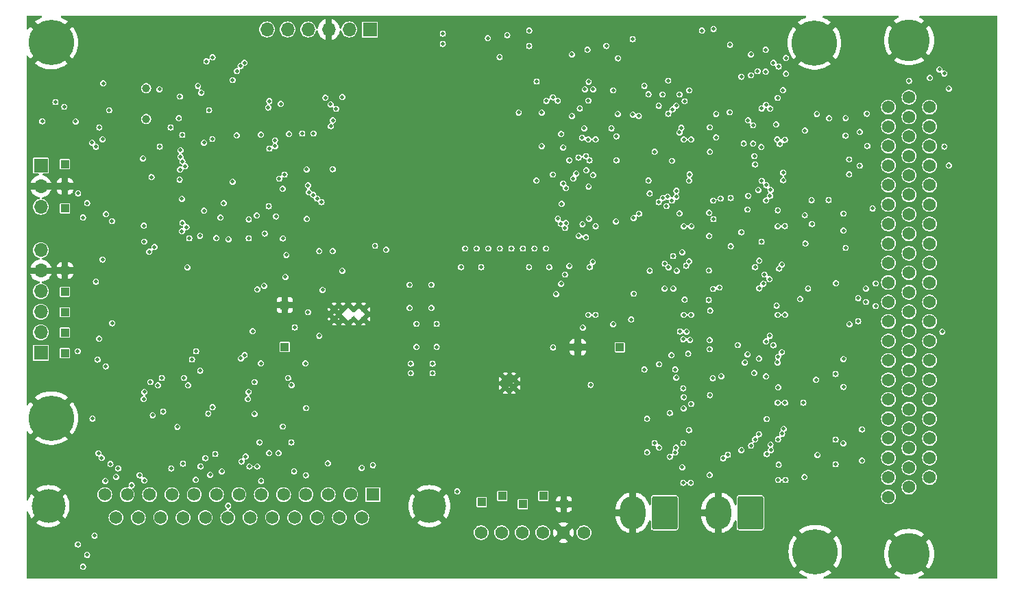
<source format=gbr>
%TF.GenerationSoftware,KiCad,Pcbnew,8.0.1*%
%TF.CreationDate,2024-11-04T21:37:07-08:00*%
%TF.ProjectId,kasm_pcb_rev2,6b61736d-5f70-4636-925f-726576322e6b,rev?*%
%TF.SameCoordinates,Original*%
%TF.FileFunction,Copper,L2,Inr*%
%TF.FilePolarity,Positive*%
%FSLAX46Y46*%
G04 Gerber Fmt 4.6, Leading zero omitted, Abs format (unit mm)*
G04 Created by KiCad (PCBNEW 8.0.1) date 2024-11-04 21:37:07*
%MOMM*%
%LPD*%
G01*
G04 APERTURE LIST*
G04 Aperture macros list*
%AMRoundRect*
0 Rectangle with rounded corners*
0 $1 Rounding radius*
0 $2 $3 $4 $5 $6 $7 $8 $9 X,Y pos of 4 corners*
0 Add a 4 corners polygon primitive as box body*
4,1,4,$2,$3,$4,$5,$6,$7,$8,$9,$2,$3,0*
0 Add four circle primitives for the rounded corners*
1,1,$1+$1,$2,$3*
1,1,$1+$1,$4,$5*
1,1,$1+$1,$6,$7*
1,1,$1+$1,$8,$9*
0 Add four rect primitives between the rounded corners*
20,1,$1+$1,$2,$3,$4,$5,0*
20,1,$1+$1,$4,$5,$6,$7,0*
20,1,$1+$1,$6,$7,$8,$9,0*
20,1,$1+$1,$8,$9,$2,$3,0*%
G04 Aperture macros list end*
%TA.AperFunction,ComponentPad*%
%ADD10C,4.191000*%
%TD*%
%TA.AperFunction,ComponentPad*%
%ADD11R,1.562100X1.562100*%
%TD*%
%TA.AperFunction,ComponentPad*%
%ADD12C,1.562100*%
%TD*%
%TA.AperFunction,ComponentPad*%
%ADD13C,0.600000*%
%TD*%
%TA.AperFunction,ComponentPad*%
%ADD14R,1.000000X1.000000*%
%TD*%
%TA.AperFunction,ComponentPad*%
%ADD15RoundRect,0.250000X1.330000X1.800000X-1.330000X1.800000X-1.330000X-1.800000X1.330000X-1.800000X0*%
%TD*%
%TA.AperFunction,ComponentPad*%
%ADD16O,3.160000X4.100000*%
%TD*%
%TA.AperFunction,ComponentPad*%
%ADD17C,5.600000*%
%TD*%
%TA.AperFunction,ComponentPad*%
%ADD18C,1.574800*%
%TD*%
%TA.AperFunction,ComponentPad*%
%ADD19C,1.575000*%
%TD*%
%TA.AperFunction,ComponentPad*%
%ADD20C,5.175000*%
%TD*%
%TA.AperFunction,ComponentPad*%
%ADD21C,1.000000*%
%TD*%
%TA.AperFunction,ComponentPad*%
%ADD22R,1.700000X1.700000*%
%TD*%
%TA.AperFunction,ComponentPad*%
%ADD23O,1.700000X1.700000*%
%TD*%
%TA.AperFunction,ViaPad*%
%ADD24C,0.500000*%
%TD*%
G04 APERTURE END LIST*
D10*
%TO.N,GND*%
%TO.C,J4*%
X81077400Y-115697000D03*
X128118200Y-115697000D03*
D11*
%TO.N,/Eddy Current Sensors/IN3A*%
X121157800Y-114274600D03*
D12*
%TO.N,unconnected-(J4-Pad2)*%
X118397800Y-114274600D03*
%TO.N,/Eddy Current Sensors/IN2B*%
X115637800Y-114274600D03*
%TO.N,/Eddy Current Sensors/IN1A*%
X112877800Y-114274600D03*
%TO.N,unconnected-(J4-Pad5)*%
X110117800Y-114274600D03*
%TO.N,/Eddy Current Sensors/IN0A*%
X107357800Y-114274600D03*
%TO.N,unconnected-(J4-Pad7)*%
X104597800Y-114274600D03*
%TO.N,/Eddy Current Sensors/IN4A*%
X101837800Y-114274600D03*
%TO.N,unconnected-(J4-Pad9)*%
X99077800Y-114274600D03*
%TO.N,/Eddy Current Sensors/IN5B*%
X96317800Y-114274600D03*
%TO.N,/Eddy Current Sensors/IN6A*%
X93557800Y-114274600D03*
%TO.N,unconnected-(J4-Pad12)*%
X90797800Y-114274600D03*
%TO.N,/Eddy Current Sensors/IN7B*%
X88037800Y-114274600D03*
%TO.N,/Eddy Current Sensors/IN3B*%
X119777800Y-117119400D03*
%TO.N,/Eddy Current Sensors/IN2A*%
X117017800Y-117119400D03*
%TO.N,unconnected-(J4-P16-Pad16)*%
X114257800Y-117119400D03*
%TO.N,/Eddy Current Sensors/IN1B*%
X111497800Y-117119400D03*
%TO.N,unconnected-(J4-P18-Pad18)*%
X108737800Y-117119400D03*
%TO.N,/Eddy Current Sensors/IN0B*%
X105977800Y-117119400D03*
%TO.N,unconnected-(J4-P20-Pad20)*%
X103217800Y-117119400D03*
%TO.N,/Eddy Current Sensors/IN4B*%
X100457800Y-117119400D03*
%TO.N,/Eddy Current Sensors/IN5A*%
X97697800Y-117119400D03*
%TO.N,unconnected-(J4-P23-Pad23)*%
X94937800Y-117119400D03*
%TO.N,/Eddy Current Sensors/IN6B*%
X92177800Y-117119400D03*
%TO.N,/Eddy Current Sensors/IN7A*%
X89417800Y-117119400D03*
%TD*%
D13*
%TO.N,GND*%
%TO.C,U1*%
X119989600Y-91357600D03*
X118789600Y-91357600D03*
X117489600Y-91357600D03*
X116389600Y-91357600D03*
X119989600Y-92557600D03*
X118789600Y-92557600D03*
X117489600Y-92557600D03*
X116389600Y-92557600D03*
%TD*%
D14*
%TO.N,GND*%
%TO.C,TP13*%
X110261400Y-90850600D03*
%TD*%
D15*
%TO.N,+12V*%
%TO.C,J1*%
X167784000Y-116522600D03*
D16*
%TO.N,GND*%
X163824000Y-116522600D03*
%TD*%
D14*
%TO.N,GND*%
%TO.C,TP15*%
X83108800Y-86563200D03*
%TD*%
D17*
%TO.N,GND*%
%TO.C,H3*%
X81432400Y-58389400D03*
%TD*%
D14*
%TO.N,GND*%
%TO.C,TP16*%
X144741900Y-115468400D03*
%TD*%
D18*
%TO.N,SPI6_NSS*%
%TO.C,J6*%
X134518400Y-118986800D03*
%TO.N,SPI6_SCK*%
X137058400Y-118986800D03*
%TO.N,SPI6_MISO*%
X139598400Y-118986800D03*
%TO.N,SPI6_MOSI*%
X142138400Y-118986800D03*
%TO.N,GND*%
X144678400Y-118986800D03*
%TO.N,unconnected-(J6-Pin_6-Pad6)*%
X147218400Y-118986800D03*
%TD*%
D14*
%TO.N,UART4_TX*%
%TO.C,TP14*%
X83108800Y-78892400D03*
%TD*%
%TO.N,+1.8V*%
%TO.C,TP5*%
X151638000Y-96062800D03*
%TD*%
%TO.N,GND*%
%TO.C,TP1*%
X146456400Y-96062800D03*
%TD*%
D19*
%TO.N,HRTIM_CHA1_OUT1*%
%TO.C,J20*%
X184835800Y-66362800D03*
%TO.N,HRTIM_CHA1_OUT2*%
X184835800Y-68772800D03*
%TO.N,HRTIM_CHA2_OUT1*%
X184835800Y-71182800D03*
%TO.N,HRTIM_CHA2_OUT2*%
X184835800Y-73592800D03*
%TO.N,HRTIM_CHB1_OUT1*%
X184835800Y-76002800D03*
%TO.N,HRTIM_CHB1_OUT2*%
X184835800Y-78412800D03*
%TO.N,TIM8_CH4_OUT1*%
X184835800Y-80822800D03*
%TO.N,TIM8_CH4_OUT2*%
X184835800Y-83232800D03*
%TO.N,TIM2_CH1_OUT1*%
X184835800Y-85642800D03*
%TO.N,TIM2_CH1_OUT2*%
X184835800Y-88052800D03*
%TO.N,TIM5_CH2_OUT1*%
X184835800Y-90462800D03*
%TO.N,TIM5_CH2_OUT2*%
X184835800Y-92872800D03*
%TO.N,HRTIM_CHB2_OUT1*%
X184835800Y-95282800D03*
%TO.N,HRTIM_CHB2_OUT2*%
X184835800Y-97692800D03*
%TO.N,HRTIM_CHC1_OUT1*%
X184835800Y-100102800D03*
%TO.N,HRTIM_CHC1_OUT2*%
X184835800Y-102512800D03*
%TO.N,TIM5_CH3_OUT1*%
X184835800Y-104922800D03*
%TO.N,TIM5_CH3_OUT2*%
X184835800Y-107332800D03*
%TO.N,TIM13_CH1_OUT1*%
X184835800Y-109742800D03*
%TO.N,TIM13_CH1_OUT2*%
X184835800Y-112152800D03*
%TO.N,unconnected-(J20-Pad21)*%
X184835800Y-114562800D03*
%TO.N,HRTIM_CHC2_OUT1*%
X187375800Y-65157800D03*
%TO.N,HRTIM_CHC2_OUT2*%
X187375800Y-67567800D03*
%TO.N,HRTIM_CHD1_OUT1*%
X187375800Y-69977800D03*
%TO.N,HRTIM_CHD1_OUT2*%
X187375800Y-72387800D03*
%TO.N,TIM14_CH1_OUT1*%
X187375800Y-74797800D03*
%TO.N,TIM14_CH1_OUT2*%
X187375800Y-77207800D03*
%TO.N,TIM1_CH1_OUT1*%
X187375800Y-79617800D03*
%TO.N,TIM1_CH1_OUT2*%
X187375800Y-82027800D03*
%TO.N,HRTIM_CHD2_OUT1*%
X187375800Y-84437800D03*
%TO.N,HRTIM_CHD2_OUT2*%
X187375800Y-86847800D03*
%TO.N,TIM4_CH2_OUT1*%
X187375800Y-89257800D03*
%TO.N,TIM4_CH2_OUT2*%
X187375800Y-91667800D03*
%TO.N,TIM1_CH2_OUT1*%
X187375800Y-94077800D03*
%TO.N,TIM1_CH2_OUT2*%
X187375800Y-96487800D03*
%TO.N,TIM1_CH3_OUT1*%
X187375800Y-98897800D03*
%TO.N,TIM1_CH3_OUT2*%
X187375800Y-101307800D03*
%TO.N,TIM16_CH1_OUT1*%
X187375800Y-103717800D03*
%TO.N,TIM16_CH1_OUT2*%
X187375800Y-106127800D03*
%TO.N,TIM15_CH1_OUT1*%
X187375800Y-108537800D03*
%TO.N,TIM15_CH1_OUT2*%
X187375800Y-110947800D03*
%TO.N,unconnected-(J20-Pad42)*%
X187375800Y-113357800D03*
%TO.N,TIM1_CH4_OUT1*%
X189915800Y-66362800D03*
%TO.N,TIM1_CH4_OUT2*%
X189915800Y-68772800D03*
%TO.N,TIM12_CH2_OUT1*%
X189915800Y-71182800D03*
%TO.N,TIM12_CH2_OUT2*%
X189915800Y-73592800D03*
%TO.N,TIM15_CH2_OUT1*%
X189915800Y-76002800D03*
%TO.N,TIM15_CH2_OUT2*%
X189915800Y-78412800D03*
%TO.N,TIM4_CH1_OUT1*%
X189915800Y-80822800D03*
%TO.N,TIM4_CH1_OUT2*%
X189915800Y-83232800D03*
%TO.N,TIM4_CH3_OUT1*%
X189915800Y-85642800D03*
%TO.N,TIM4_CH3_OUT2*%
X189915800Y-88052800D03*
%TO.N,TIM4_CH4_OUT1*%
X189915800Y-90462800D03*
%TO.N,TIM4_CH4_OUT2*%
X189915800Y-92872800D03*
%TO.N,unconnected-(J20-Pad55)*%
X189915800Y-95282800D03*
%TO.N,unconnected-(J20-Pad56)*%
X189915800Y-97692800D03*
%TO.N,unconnected-(J20-Pad57)*%
X189915800Y-100102800D03*
%TO.N,unconnected-(J20-Pad58)*%
X189915800Y-102512800D03*
%TO.N,unconnected-(J20-Pad59)*%
X189915800Y-104922800D03*
%TO.N,unconnected-(J20-Pad60)*%
X189915800Y-107332800D03*
%TO.N,unconnected-(J20-Pad61)*%
X189915800Y-109742800D03*
%TO.N,unconnected-(J20-Pad62)*%
X189915800Y-112152800D03*
D20*
%TO.N,GND*%
X187375800Y-58109800D03*
X187375800Y-121610800D03*
%TD*%
D14*
%TO.N,SPI2_SCK*%
%TO.C,TP7*%
X83108800Y-94250932D03*
%TD*%
D17*
%TO.N,GND*%
%TO.C,H2*%
X81432400Y-104825800D03*
%TD*%
D14*
%TO.N,SPI2_MOSI*%
%TO.C,TP10*%
X83108800Y-89204800D03*
%TD*%
%TO.N,SPI2_NSS*%
%TO.C,TP8*%
X83108800Y-96774000D03*
%TD*%
%TO.N,SPI2_MISO*%
%TO.C,TP9*%
X83108800Y-91727866D03*
%TD*%
D13*
%TO.N,GND*%
%TO.C,U2*%
X137527600Y-100995000D03*
X138527600Y-100995000D03*
X137527600Y-99995000D03*
X138527600Y-99995000D03*
%TD*%
D17*
%TO.N,GND*%
%TO.C,H1*%
X175793400Y-121335800D03*
%TD*%
D14*
%TO.N,SPI6_MOSI*%
%TO.C,TP6*%
X142201900Y-114452400D03*
%TD*%
D17*
%TO.N,GND*%
%TO.C,H4*%
X175691800Y-58445400D03*
%TD*%
D21*
%TO.N,I2C4_SCL*%
%TO.C,TP27*%
X93141800Y-64033400D03*
%TD*%
D14*
%TO.N,SPI6_SCK*%
%TO.C,TP2*%
X137121900Y-114452400D03*
%TD*%
D22*
%TO.N,+3.3V*%
%TO.C,J5*%
X120777000Y-56769000D03*
D23*
%TO.N,DEBUG_JTCK-SWCLK*%
X118237000Y-56769000D03*
%TO.N,GND*%
X115697000Y-56769000D03*
%TO.N,DEBUG_JTMS-SWDIO*%
X113157000Y-56769000D03*
%TO.N,/MCU/NRST*%
X110617000Y-56769000D03*
%TO.N,DEBUG_JTDO-SWO*%
X108077000Y-56769000D03*
%TD*%
D22*
%TO.N,UART4_RX*%
%TO.C,J7*%
X80137000Y-73609200D03*
D23*
%TO.N,GND*%
X80137000Y-76149200D03*
%TO.N,UART4_TX*%
X80137000Y-78689200D03*
%TD*%
D22*
%TO.N,SPI2_NSS*%
%TO.C,J3*%
X80137000Y-96748600D03*
D23*
%TO.N,SPI2_SCK*%
X80137000Y-94208600D03*
%TO.N,SPI2_MISO*%
X80137000Y-91668600D03*
%TO.N,SPI2_MOSI*%
X80137000Y-89128600D03*
%TO.N,GND*%
X80137000Y-86588600D03*
%TO.N,unconnected-(J3-Pin_6-Pad6)*%
X80137000Y-84048600D03*
%TD*%
D21*
%TO.N,I2C4_SDA*%
%TO.C,TP26*%
X93141800Y-67843400D03*
%TD*%
D14*
%TO.N,GND*%
%TO.C,TP17*%
X83108800Y-76149200D03*
%TD*%
%TO.N,UART4_RX*%
%TO.C,TP11*%
X83108800Y-73406000D03*
%TD*%
%TO.N,+3.3V*%
%TO.C,TP12*%
X110261400Y-96012000D03*
%TD*%
%TO.N,SPI6_MISO*%
%TO.C,TP4*%
X139661900Y-115468400D03*
%TD*%
%TO.N,SPI6_NSS*%
%TO.C,TP3*%
X134581900Y-115214400D03*
%TD*%
D15*
%TO.N,+12V*%
%TO.C,J2*%
X157198200Y-116522600D03*
D16*
%TO.N,GND*%
X153238200Y-116522600D03*
%TD*%
D24*
%TO.N,GND*%
X116357400Y-107137200D03*
%TO.N,+3.3V*%
X131572000Y-113893600D03*
%TO.N,GND*%
X171881800Y-63576200D03*
X101346000Y-59182000D03*
X120218200Y-83515200D03*
X115697000Y-102870000D03*
X142544800Y-78765400D03*
X173685200Y-70408800D03*
X117627400Y-98094800D03*
X162026600Y-112826800D03*
X92684600Y-75717400D03*
X152628600Y-90451400D03*
X148310600Y-84709000D03*
X176022000Y-79554800D03*
X172868500Y-70404000D03*
X152628600Y-68861400D03*
X115138200Y-106095800D03*
X125882400Y-106095800D03*
X135051800Y-78765400D03*
X148437600Y-63100700D03*
X164439600Y-68861400D03*
X115697000Y-99263200D03*
X116255800Y-106095800D03*
X143891000Y-99650800D03*
X125704600Y-83845400D03*
X135204200Y-108000800D03*
X150291800Y-81102200D03*
X137185400Y-106527600D03*
X113766600Y-70612000D03*
X98958400Y-65786000D03*
X90805000Y-103733600D03*
X96774000Y-58547000D03*
X162102800Y-81102200D03*
X128422400Y-102870000D03*
X126212600Y-86156800D03*
X148336000Y-74015600D03*
X160274000Y-73865600D03*
X94996000Y-102209600D03*
X172870700Y-102920800D03*
X108432600Y-87274400D03*
X97155000Y-84658200D03*
X114579400Y-70781900D03*
X157327600Y-90449400D03*
X97663000Y-82575400D03*
X153847800Y-64465200D03*
X133807200Y-78765400D03*
X145034000Y-104292400D03*
X157251400Y-111282200D03*
X116916200Y-96291400D03*
X108000800Y-102108000D03*
X160909000Y-84226400D03*
X165658800Y-97053400D03*
X162102800Y-102235000D03*
X177977800Y-75412600D03*
X146050000Y-108000800D03*
X146354800Y-80340200D03*
X135331200Y-104292400D03*
X146710400Y-111582200D03*
X145034000Y-107416600D03*
X149484300Y-70358000D03*
X171907200Y-105435400D03*
X122021600Y-91694000D03*
X137236200Y-104292400D03*
X164363400Y-111284200D03*
X145516600Y-68859400D03*
X162102800Y-70358000D03*
X110312200Y-70612000D03*
X88392000Y-57023000D03*
X101981000Y-91287600D03*
X137947400Y-58293000D03*
X153847800Y-86055200D03*
X128346200Y-83845400D03*
X148564600Y-111607600D03*
X160274000Y-63576200D03*
X92583000Y-57023000D03*
X165658800Y-86055200D03*
X103378000Y-102463600D03*
X136372600Y-102158800D03*
X97282000Y-86207600D03*
X149468100Y-92056800D03*
X173685200Y-81102200D03*
X172937700Y-112471200D03*
X103124000Y-91236800D03*
X162102800Y-92056800D03*
X164439600Y-79580200D03*
X168986200Y-110977400D03*
X136296400Y-78765400D03*
X117424200Y-102870000D03*
X177317400Y-106583200D03*
X172877700Y-92044800D03*
X158165800Y-102133400D03*
X139217400Y-60198000D03*
X161213800Y-112826800D03*
X89712800Y-100355400D03*
X157327600Y-79578200D03*
X176022000Y-101424200D03*
X160274000Y-105308400D03*
X171856400Y-84727200D03*
X92481400Y-79095600D03*
X171958000Y-73456800D03*
X147904200Y-98577400D03*
X176022000Y-68836000D03*
X97307400Y-74701400D03*
X126009400Y-102870000D03*
X177241200Y-97028000D03*
X165582600Y-106888000D03*
X119253000Y-83997800D03*
X90500200Y-102463600D03*
X127203200Y-107416600D03*
X166227000Y-58089800D03*
X161286100Y-70358000D03*
X115443000Y-108331000D03*
X160147000Y-95885000D03*
X92384000Y-77444600D03*
X171907200Y-95732800D03*
X135382000Y-106527600D03*
X161295300Y-81088800D03*
X108229400Y-104343200D03*
X154228800Y-75285600D03*
X115595400Y-98094800D03*
X117475000Y-108331000D03*
X142824200Y-103047800D03*
X140055600Y-78765400D03*
X128524000Y-106095800D03*
X169748200Y-69570600D03*
X169773600Y-80772000D03*
X145034000Y-105943400D03*
X102590600Y-100355400D03*
X90043000Y-74066400D03*
X173685200Y-92056800D03*
X162518600Y-58445400D03*
X137541000Y-78740000D03*
X176022000Y-90426000D03*
X117424200Y-99263200D03*
X166261300Y-65640700D03*
X150037800Y-98602800D03*
X109537597Y-87350600D03*
X145516600Y-90449400D03*
X89941400Y-73304400D03*
X90449400Y-101574600D03*
X147307300Y-108000800D03*
X103327200Y-101574600D03*
X164439600Y-90451400D03*
X98107403Y-65049400D03*
X142773400Y-98577400D03*
X173761400Y-112471200D03*
X144907000Y-103047800D03*
X103682800Y-103733600D03*
X143891000Y-100736400D03*
X98399600Y-69824600D03*
X142925800Y-105943400D03*
X138811000Y-78765400D03*
X97434400Y-79197200D03*
X161286100Y-103068400D03*
X165658800Y-75184000D03*
X173685200Y-102920800D03*
X152628600Y-79580200D03*
X150291800Y-70358000D03*
X142925800Y-107188000D03*
X93802200Y-74371200D03*
X104267000Y-91236800D03*
X161288300Y-92056800D03*
X100584000Y-58547000D03*
X157327600Y-68859400D03*
X168910000Y-90424000D03*
X127711200Y-86156800D03*
X172861500Y-81076800D03*
X141300200Y-78765400D03*
X137414000Y-108000800D03*
X87833200Y-64490600D03*
X140258800Y-57835800D03*
X178003200Y-65204400D03*
X150291800Y-92056800D03*
X121259600Y-92506800D03*
X149477300Y-81102200D03*
X132537200Y-78740000D03*
X109233367Y-82575400D03*
X170484800Y-101422200D03*
X142925800Y-104292400D03*
X177241200Y-86029800D03*
X148564600Y-108000800D03*
X176098200Y-110979400D03*
X136525000Y-103047800D03*
X164439600Y-101449600D03*
%TO.N,+3.3V*%
X129794000Y-57277000D03*
X122783600Y-83997800D03*
X93649800Y-100355400D03*
X125831600Y-98094800D03*
X92913200Y-101574600D03*
X93954600Y-104463100D03*
X112420400Y-69621400D03*
X109499400Y-109143800D03*
X105791000Y-101574600D03*
X125679200Y-88341200D03*
X128371600Y-91186000D03*
X98221800Y-86182200D03*
X129032000Y-96012000D03*
X101346000Y-60198000D03*
X121419000Y-83515200D03*
X110464600Y-84658200D03*
X129032000Y-93167200D03*
X128524000Y-99263200D03*
X93802200Y-75031600D03*
X97307400Y-65049400D03*
X97180400Y-67741800D03*
X108331000Y-109143800D03*
X129794000Y-58547000D03*
X92837000Y-102463600D03*
X106527600Y-100355400D03*
X125831600Y-99263200D03*
X113817400Y-69621400D03*
X110794800Y-69697600D03*
X92862400Y-81041750D03*
X92760800Y-72720200D03*
X97282000Y-75336400D03*
X110337600Y-87350600D03*
X126542800Y-96012000D03*
X110032800Y-82605571D03*
X105714800Y-102463600D03*
X98463003Y-82575400D03*
X80314800Y-68122800D03*
X97600146Y-69794991D03*
X100584000Y-60706000D03*
X125679200Y-91186000D03*
X84429600Y-68148200D03*
X87833200Y-63423800D03*
X126542800Y-93167200D03*
X128371600Y-88341200D03*
X128524000Y-98094800D03*
X92893900Y-82997550D03*
%TO.N,REF*%
X153263600Y-67284600D03*
X178308000Y-99364800D03*
X177444400Y-77851000D03*
X164109400Y-77673200D03*
X153365200Y-89433400D03*
X154025600Y-79552800D03*
X165227000Y-67005200D03*
X164185600Y-99633000D03*
X177495200Y-67741800D03*
X163957000Y-88671400D03*
X178358800Y-88138000D03*
X153238200Y-57962800D03*
X165261800Y-58648600D03*
X179247800Y-107924600D03*
X164998400Y-109354200D03*
%TO.N,DEBUG_JTMS-SWDIO*%
X109055599Y-70471601D03*
%TO.N,SPI2_MOSI*%
X97561400Y-77698600D03*
X84734400Y-77038200D03*
%TO.N,SPI2_MISO*%
X113131600Y-91719400D03*
%TO.N,SPI2_NSS*%
X111506000Y-93599000D03*
%TO.N,SPI2_SCK*%
X88925400Y-80467200D03*
X88950800Y-93091000D03*
X105816400Y-80238600D03*
%TO.N,UART4_RX*%
X83032600Y-66319400D03*
X108229400Y-66421000D03*
%TO.N,UART4_TX*%
X81940400Y-65735200D03*
X108356400Y-65633600D03*
%TO.N,/Eddy Current Sensors/IN0B*%
X105892600Y-110799600D03*
X99857800Y-110794800D03*
%TO.N,/Eddy Current Sensors/IN0A*%
X99263200Y-112445800D03*
X107340400Y-112599600D03*
%TO.N,/Eddy Current Sensors/IN1B*%
X111420200Y-111399600D03*
X102493800Y-111399600D03*
%TO.N,/Eddy Current Sensors/IN1A*%
X112877600Y-111887000D03*
X101057800Y-111836200D03*
%TO.N,/Eddy Current Sensors/IN2B*%
X115595400Y-110413800D03*
X104931100Y-110194800D03*
%TO.N,/Eddy Current Sensors/IN2A*%
X103276400Y-115671600D03*
%TO.N,/Eddy Current Sensors/IN3B*%
X119761000Y-110972600D03*
X106857800Y-110799600D03*
%TO.N,/Eddy Current Sensors/IN3A*%
X121157800Y-110642400D03*
X105431100Y-109561981D03*
%TO.N,TIM1_CH4_OUT1*%
X145719800Y-59842400D03*
X167843200Y-59842400D03*
X167843200Y-62433200D03*
X145719800Y-67462400D03*
X189941200Y-62738000D03*
%TO.N,TIM1_CH2_OUT1*%
X158637827Y-99808938D03*
X159893000Y-94132400D03*
%TO.N,HRTIM_CHD2_OUT1*%
X158242000Y-84785200D03*
X158267400Y-88798400D03*
%TO.N,TIM1_CH3_OUT2*%
X162788600Y-101981000D03*
%TO.N,HRTIM_CHA1_OUT2*%
X170967400Y-68503800D03*
%TO.N,HRTIM_CHD2_OUT2*%
X162661600Y-86563200D03*
X162636200Y-90220800D03*
X159664400Y-90170000D03*
%TO.N,TIM1_CH1_OUT2*%
X162687000Y-82296000D03*
X162687000Y-79428200D03*
%TO.N,TIM5_CH2_OUT1*%
X182041800Y-88798400D03*
X174903718Y-88793411D03*
X182041800Y-90449400D03*
%TO.N,TIM4_CH4_OUT2*%
X150825200Y-93192600D03*
X180009800Y-93192600D03*
%TO.N,TIM16_CH1_OUT2*%
X181559200Y-110083600D03*
X181559200Y-106222800D03*
X159359600Y-110896400D03*
%TO.N,TIM4_CH3_OUT2*%
X147091400Y-93624400D03*
X191490600Y-94132400D03*
%TO.N,HRTIM_CHB1_OUT1*%
X169748200Y-76022200D03*
X169722800Y-77914801D03*
%TO.N,HRTIM_CHB2_OUT1*%
X169722800Y-95351600D03*
X169722800Y-99669600D03*
%TO.N,TIM14_CH1_OUT2*%
X159029400Y-79502000D03*
%TO.N,TIM4_CH2_OUT1*%
X163169600Y-88849200D03*
%TO.N,TIM8_CH4_OUT2*%
X174574200Y-83235800D03*
X174504775Y-79723637D03*
%TO.N,TIM13_CH1_OUT2*%
X174472600Y-112115600D03*
%TO.N,HRTIM_CHC1_OUT1*%
X175895000Y-100076000D03*
%TO.N,TIM1_CH1_OUT1*%
X163195000Y-77927200D03*
X163220400Y-80213200D03*
%TO.N,TIM2_CH1_OUT1*%
X168884600Y-85344000D03*
X168859200Y-88773000D03*
%TO.N,TIM5_CH2_OUT2*%
X173913800Y-90093800D03*
X181102000Y-89992200D03*
X181102000Y-92837000D03*
%TO.N,TIM4_CH3_OUT1*%
X143789400Y-89484200D03*
X179552600Y-83769200D03*
%TO.N,TIM5_CH3_OUT1*%
X169799000Y-104927400D03*
X169799000Y-109270800D03*
%TO.N,HRTIM_CHC2_OUT2*%
X179527200Y-69900800D03*
X179552600Y-67716400D03*
X159258000Y-68935600D03*
%TO.N,TIM1_CH2_OUT2*%
X162737800Y-96291400D03*
X159486600Y-101142800D03*
X162737800Y-95173800D03*
X160324800Y-95148400D03*
%TO.N,TIM4_CH1_OUT1*%
X182880000Y-78892400D03*
X153339800Y-80086200D03*
%TO.N,TIM4_CH2_OUT2*%
X162814000Y-91541600D03*
%TO.N,TIM15_CH1_OUT1*%
X164414200Y-109804200D03*
%TO.N,TIM1_CH4_OUT2*%
X147243800Y-68986400D03*
X147650200Y-59283600D03*
X169672000Y-59283600D03*
X191135000Y-61696600D03*
X169672000Y-61976000D03*
%TO.N,TIM12_CH2_OUT1*%
X191744600Y-62204600D03*
X172186600Y-62230000D03*
X151434800Y-60325000D03*
X172186600Y-60299600D03*
X191744600Y-71247000D03*
X151409400Y-67208400D03*
%TO.N,HRTIM_CHC2_OUT1*%
X154000200Y-67462400D03*
X157632400Y-67183000D03*
X187375800Y-63119000D03*
X157632400Y-63100700D03*
%TO.N,HRTIM_CHA2_OUT1*%
X175996600Y-67208400D03*
X182219600Y-71170800D03*
X182168800Y-67183000D03*
%TO.N,HRTIM_CHA1_OUT1*%
X169722800Y-66090800D03*
%TO.N,HRTIM_CHB1_OUT2*%
X171170600Y-79121000D03*
%TO.N,HRTIM_CHA2_OUT2*%
X181279800Y-69443600D03*
X174523400Y-69265800D03*
X181279800Y-73609200D03*
%TO.N,TIM13_CH1_OUT1*%
X176072800Y-109372400D03*
%TO.N,TIM2_CH1_OUT2*%
X171018200Y-90906600D03*
X183261000Y-90957400D03*
X183261000Y-88163400D03*
%TO.N,TIM15_CH2_OUT2*%
X147472400Y-82473800D03*
X179273200Y-81635600D03*
X179273200Y-79527400D03*
%TO.N,HRTIM_CHD1_OUT2*%
X162763200Y-68859400D03*
X162788600Y-71882000D03*
%TO.N,TIM15_CH2_OUT1*%
X146266000Y-74581500D03*
%TO.N,TIM5_CH3_OUT2*%
X171272200Y-110591600D03*
X178308000Y-110515400D03*
X178308000Y-107467400D03*
%TO.N,TIM15_CH1_OUT2*%
X162737800Y-111861600D03*
%TO.N,TIM8_CH4_OUT1*%
X175387000Y-80822800D03*
X175336200Y-77876400D03*
%TO.N,TIM1_CH3_OUT1*%
X163136056Y-99890056D03*
%TO.N,TIM4_CH1_OUT2*%
X151180800Y-80492600D03*
%TO.N,TIM12_CH2_OUT2*%
X192303400Y-73583800D03*
X192303400Y-64084200D03*
X150622000Y-68986400D03*
X150825200Y-64287400D03*
%TO.N,TIM16_CH1_OUT1*%
X157835600Y-109601000D03*
X157835600Y-104190800D03*
%TO.N,HRTIM_CHD1_OUT1*%
X163550600Y-67208400D03*
X163550600Y-70104000D03*
%TO.N,TIM4_CH4_OUT1*%
X153060400Y-92633800D03*
%TO.N,TIM14_CH1_OUT1*%
X179984400Y-74676000D03*
X179984400Y-72837800D03*
X158089600Y-77927200D03*
X158089600Y-73006800D03*
%TO.N,HRTIM_CHC1_OUT2*%
X174320200Y-102920800D03*
%TO.N,HRTIM_CHB2_OUT2*%
X171221400Y-101011900D03*
X179273200Y-100965000D03*
X179273200Y-97510600D03*
%TO.N,ACTUATOR_ENABLE_MCU*%
X142570200Y-65601100D03*
X109778800Y-65963800D03*
X143408400Y-96088200D03*
%TO.N,/MCU/BOOT0*%
X100914200Y-66751200D03*
X88569800Y-66751200D03*
%TO.N,TIM2_CH4_LDC*%
X97002600Y-105892600D03*
X110032800Y-105867200D03*
%TO.N,I2C4_SDA*%
X97815400Y-99847400D03*
X95072200Y-99847400D03*
X99796600Y-82270600D03*
X94157800Y-83667600D03*
X110686100Y-99854500D03*
%TO.N,I2C4_SCL*%
X101803200Y-82550000D03*
X98323400Y-100761800D03*
X93522800Y-84251800D03*
X107137200Y-107823000D03*
X111074200Y-107823000D03*
X94589600Y-100761800D03*
X111099600Y-100736400D03*
%TO.N,HRTIM_CHD1_PHASE*%
X114251196Y-77680768D03*
X156921200Y-64795400D03*
X159029400Y-64795400D03*
X156977500Y-77597000D03*
%TO.N,TIM8_CH4_PHASE*%
X103301800Y-82702400D03*
X171831000Y-75405400D03*
X169164000Y-83007200D03*
X169189400Y-75463400D03*
%TO.N,TIM12_CH2*%
X147751800Y-65557400D03*
X143992600Y-80162400D03*
X112979200Y-80182300D03*
X143992600Y-65582800D03*
%TO.N,TIM1_CH2_PHASE*%
X158496000Y-98806000D03*
X99542600Y-63746900D03*
X154686000Y-98806000D03*
X154686000Y-63746900D03*
%TO.N,HRTIM_CHA2*%
X143383000Y-74701400D03*
X143383000Y-65151000D03*
X110236000Y-74701400D03*
X171145200Y-65227200D03*
%TO.N,TIM8_CH4*%
X168122600Y-68605400D03*
X171417500Y-70916800D03*
X168122600Y-70866000D03*
X115943300Y-68718200D03*
%TO.N,TIM15_CH2*%
X146544815Y-72605889D03*
X97383600Y-72517000D03*
%TO.N,TIM16_CH1*%
X100279200Y-70764400D03*
X158496000Y-109067600D03*
X86461600Y-70764400D03*
X155016200Y-104902000D03*
X86512400Y-104876600D03*
X155016200Y-109067600D03*
%TO.N,TIM13_CH1*%
X99814000Y-98952511D03*
X168262200Y-99237800D03*
X171196000Y-107442000D03*
X168351200Y-107442000D03*
%TO.N,TIM5_CH2_PHASE*%
X168362200Y-86156800D03*
X171323043Y-86326752D03*
X97966902Y-73679900D03*
X168362200Y-73456800D03*
%TO.N,HRTIM_CHB1*%
X170205400Y-77348122D03*
X167521700Y-77343000D03*
X116197900Y-67995800D03*
X167487600Y-67995800D03*
%TO.N,HRTIM_CHA1*%
X144653000Y-75826100D03*
X113129318Y-76040500D03*
X170230800Y-66548000D03*
X169164000Y-66522600D03*
X169138600Y-71297800D03*
X144653000Y-71348600D03*
%TO.N,SPI6_MOSI*%
X102314000Y-80010000D03*
X85344000Y-123190000D03*
X85344000Y-80010000D03*
%TO.N,HRTIM_CHD2_PHASE*%
X155346400Y-77063600D03*
X113780953Y-77232019D03*
X155346400Y-86588600D03*
X158673800Y-86588600D03*
%TO.N,HRTIM_CHB2_PHASE*%
X103809800Y-63017400D03*
X170611800Y-95808800D03*
X166674800Y-62611000D03*
X166217600Y-95783400D03*
%TO.N,TIM4_CH2*%
X159359600Y-84302600D03*
X101320600Y-70307200D03*
X87764100Y-70350900D03*
X87764100Y-85217000D03*
%TO.N,HRTIM_CHC1_PHASE*%
X171201683Y-97240700D03*
X167435200Y-79019400D03*
X167435200Y-96926400D03*
X109169200Y-79883000D03*
%TO.N,TIM4_CH3_PHASE*%
X146583400Y-82270600D03*
X107797600Y-81998300D03*
%TO.N,TIM13_CH1_PHASE*%
X171704000Y-106756200D03*
X104825800Y-97434400D03*
X168833800Y-97459800D03*
X168833800Y-106807000D03*
%TO.N,HRTIM_CHC2_PHASE*%
X114808000Y-78105000D03*
X156464000Y-66192400D03*
X158623000Y-66192400D03*
X156464000Y-78105000D03*
%TO.N,TIM4_CH1*%
X147802600Y-76174600D03*
X113234860Y-76879477D03*
%TO.N,TIM4_CH4_PHASE*%
X147931768Y-86156297D03*
X145415000Y-72938600D03*
X97617660Y-73073242D03*
X145415000Y-86004400D03*
%TO.N,SPI6_SCK*%
X99314000Y-96545400D03*
X84709000Y-120446800D03*
X84683600Y-96545400D03*
%TO.N,TIM1_CH1_PHASE*%
X155194000Y-75438000D03*
X160197800Y-75438000D03*
X155194000Y-64770000D03*
X99956100Y-64573900D03*
%TO.N,TIM1_CH1*%
X159035165Y-69492689D03*
X104317800Y-69850000D03*
%TO.N,SPI6_MISO*%
X85852000Y-78232000D03*
X85852000Y-121742200D03*
X102727500Y-78232000D03*
%TO.N,HRTIM_CHD2*%
X117373400Y-65125600D03*
X115290600Y-65201800D03*
X117373400Y-86588600D03*
X157657800Y-86175100D03*
%TO.N,TIM12_CH2_PHASE*%
X103809800Y-75590400D03*
X141376400Y-63195200D03*
X147802600Y-63220600D03*
X141351000Y-75438000D03*
%TO.N,HRTIM_CHB1_PHASE*%
X168681400Y-61925200D03*
X170281600Y-76606400D03*
X104343200Y-61925200D03*
X168760000Y-76606400D03*
%TO.N,HRTIM_CHD1*%
X159664400Y-65640700D03*
X115925600Y-66014600D03*
%TO.N,HRTIM_CHA2_PHASE*%
X171272200Y-61341000D03*
X104800400Y-61290200D03*
%TO.N,TIM1_CH3_PHASE*%
X96164400Y-68884800D03*
X87350600Y-68884800D03*
X159486600Y-95072200D03*
X87325200Y-94996000D03*
%TO.N,SPI6_NSS*%
X98806000Y-97561400D03*
X87147400Y-97586800D03*
X86766400Y-119354600D03*
%TO.N,TIM1_CH4*%
X114942100Y-88976200D03*
X116611400Y-66573400D03*
X106857800Y-88900000D03*
X139166600Y-67030600D03*
X146710400Y-66522600D03*
%TO.N,HRTIM_CHC2*%
X109067600Y-71195400D03*
X142011400Y-67030600D03*
X158165800Y-66649600D03*
X142011400Y-71195400D03*
%TO.N,TIM16_CH1_PHASE*%
X156514800Y-98163900D03*
X158585005Y-108474236D03*
X88177600Y-79596500D03*
X156514800Y-108458000D03*
X106807000Y-79756000D03*
X88163400Y-98425000D03*
%TO.N,TIM15_CH2_PHASE*%
X146989800Y-70154800D03*
X107315000Y-69773800D03*
%TO.N,TIM1_CH2*%
X158038800Y-97028000D03*
X105308400Y-97028000D03*
%TO.N,TIM1_CH3*%
X159080200Y-94107000D03*
X106299000Y-94081600D03*
%TO.N,TIM1_CH4_PHASE*%
X94792800Y-64160400D03*
X147345400Y-64160400D03*
%TO.N,TIM5_CH3_PHASE*%
X147472400Y-72415400D03*
X97332800Y-74093400D03*
X170272043Y-108089071D03*
X168267900Y-72415400D03*
X147497800Y-74168000D03*
X167868600Y-108229400D03*
%TO.N,TIM14_CH1*%
X158623000Y-77444600D03*
X157403800Y-78601200D03*
X100304600Y-79171800D03*
X157559211Y-77449980D03*
%TO.N,TIM4_CH4*%
X145001500Y-76370700D03*
X144983200Y-80695800D03*
X110007400Y-76454000D03*
X147040600Y-80848200D03*
%TO.N,HRTIM_CHA1_PHASE*%
X105283000Y-60876700D03*
X170611800Y-60876700D03*
%TO.N,TIM15_CH1_PHASE*%
X107314000Y-98043000D03*
X112903000Y-103581200D03*
X159537400Y-103606600D03*
X112826800Y-98044000D03*
%TO.N,TIM15_CH1*%
X97374859Y-71686500D03*
X159486600Y-107899200D03*
X155956000Y-107899200D03*
X155950500Y-71901900D03*
%TO.N,TIM4_CH1_PHASE*%
X108280200Y-78613000D03*
X151231600Y-69977000D03*
X147911300Y-72948800D03*
X151231600Y-72948800D03*
X144449800Y-78333600D03*
X144406100Y-69684900D03*
%TO.N,TIM4_CH3*%
X109575600Y-75209400D03*
X145891300Y-75184000D03*
%TO.N,TIM2_CH1*%
X144348200Y-80791900D03*
X169367200Y-88214200D03*
X97612200Y-80695800D03*
X144399000Y-88214200D03*
%TO.N,TIM4_CH2_PHASE*%
X159842200Y-85979000D03*
X157175200Y-88798400D03*
X157200600Y-85717900D03*
X107727500Y-88468200D03*
%TO.N,TIM14_CH1_PHASE*%
X158648400Y-76708000D03*
X165354000Y-77597000D03*
X105816400Y-82575400D03*
X165354000Y-83566000D03*
%TO.N,TIM2_CH1_PHASE*%
X86937100Y-87960200D03*
X170155069Y-87644585D03*
X94818200Y-71247000D03*
X86937100Y-71272400D03*
%TO.N,HRTIM_CHC1*%
X166954200Y-70884300D03*
X167088300Y-97942400D03*
X171119800Y-97942400D03*
X108356400Y-71488400D03*
%TO.N,TIM5_CH2*%
X144881600Y-81305400D03*
X144881600Y-87071200D03*
X98120200Y-81209300D03*
X169519600Y-87071200D03*
%TO.N,HRTIM_CHB2*%
X114528600Y-84175600D03*
X116179600Y-84175600D03*
X112953800Y-74060900D03*
X114528600Y-94633300D03*
X170180000Y-94633300D03*
X116179600Y-74041000D03*
%TO.N,TIM5_CH3*%
X97561400Y-81722800D03*
X170307000Y-108788200D03*
X166674800Y-81838800D03*
X166674800Y-108788200D03*
%TO.N,+1.8V*%
X171660096Y-96656595D03*
X160274000Y-74676000D03*
X148310600Y-85509003D03*
X142544800Y-83845400D03*
X171799288Y-64262000D03*
X135356600Y-57835800D03*
X160475500Y-92056800D03*
X172048700Y-81076800D03*
X171145200Y-81102200D03*
X160473300Y-70358000D03*
X171094400Y-70358000D03*
X159562800Y-81102200D03*
X160202274Y-106305021D03*
X148655300Y-92056800D03*
X160482500Y-81088800D03*
X172124900Y-112471200D03*
X160096200Y-96875600D03*
X132537200Y-83845400D03*
X171145200Y-102920800D03*
X133966857Y-83845400D03*
X159562800Y-102235000D03*
X148361400Y-74777600D03*
X171831000Y-74472800D03*
X160197800Y-85445311D03*
X172055700Y-70404000D03*
X159486600Y-112826800D03*
X136804400Y-60172600D03*
X163229800Y-56718200D03*
X172057900Y-102920800D03*
X137744200Y-57480200D03*
X171881800Y-106146600D03*
X141115142Y-83845400D03*
X148056600Y-100711000D03*
X147853400Y-80162400D03*
X171221400Y-112471200D03*
X148671500Y-70358000D03*
X172064900Y-92044800D03*
X132029200Y-86156800D03*
X138255828Y-83845400D03*
X147751800Y-70358000D03*
X160473300Y-103068400D03*
X135396514Y-83845400D03*
X159562800Y-70358000D03*
X140436600Y-86156800D03*
X134529200Y-86156800D03*
X147751800Y-92056800D03*
X159562800Y-92056800D03*
X136826171Y-83845400D03*
X148361400Y-64160400D03*
X142936600Y-86156800D03*
X160223200Y-64287400D03*
X171653178Y-85825740D03*
X139685485Y-83845400D03*
X148664500Y-81102200D03*
X171145200Y-92056800D03*
X160401000Y-112826800D03*
%TO.N,LDC0_INTB*%
X100812600Y-104267000D03*
X106527600Y-104292400D03*
%TO.N,LDC1_INTB*%
X101346000Y-103479600D03*
X95250000Y-104013000D03*
%TO.N,/Eddy Current Sensors/IN7B*%
X88087200Y-112598200D03*
X92913200Y-112522000D03*
%TO.N,/Eddy Current Sensors/IN5A*%
X88722200Y-110490000D03*
X97688400Y-110448800D03*
%TO.N,/Eddy Current Sensors/IN5B*%
X89687400Y-111048800D03*
X96240600Y-111048800D03*
%TO.N,/Eddy Current Sensors/IN4A*%
X101676200Y-109245400D03*
X87249000Y-109169200D03*
%TO.N,/Eddy Current Sensors/IN6A*%
X91355018Y-113121082D03*
%TO.N,/Eddy Current Sensors/IN4B*%
X100457000Y-109778800D03*
X87655400Y-109728000D03*
%TO.N,/Eddy Current Sensors/IN7A*%
X92326600Y-111887000D03*
X89417800Y-112072000D03*
%TO.N,EN_U13*%
X140462000Y-56896000D03*
X161798000Y-56896000D03*
%TO.N,EN_U16*%
X140462000Y-58801000D03*
X149987000Y-58801000D03*
%TD*%
%TA.AperFunction,Conductor*%
%TO.N,GND*%
G36*
X174640429Y-55104785D02*
G01*
X174686184Y-55157589D01*
X174696128Y-55226747D01*
X174667103Y-55290303D01*
X174612983Y-55326609D01*
X174468544Y-55375276D01*
X174468539Y-55375277D01*
X174143790Y-55525523D01*
X173837170Y-55710009D01*
X173837167Y-55710011D01*
X173658168Y-55846081D01*
X173658168Y-55846082D01*
X174876950Y-57064864D01*
X174853217Y-57076957D01*
X174649470Y-57224988D01*
X174471388Y-57403070D01*
X174323357Y-57606817D01*
X174311264Y-57630549D01*
X173090813Y-56410098D01*
X173090811Y-56410098D01*
X173060836Y-56445387D01*
X172860014Y-56741579D01*
X172692406Y-57057722D01*
X172692397Y-57057740D01*
X172559949Y-57390160D01*
X172559947Y-57390167D01*
X172464221Y-57734942D01*
X172464215Y-57734968D01*
X172406327Y-58088068D01*
X172406326Y-58088085D01*
X172386953Y-58445397D01*
X172386953Y-58445402D01*
X172406326Y-58802714D01*
X172406327Y-58802731D01*
X172464215Y-59155831D01*
X172464220Y-59155852D01*
X172559947Y-59500632D01*
X172559949Y-59500639D01*
X172692397Y-59833059D01*
X172692406Y-59833077D01*
X172860018Y-60149227D01*
X173060833Y-60445406D01*
X173060840Y-60445416D01*
X173090811Y-60480700D01*
X173090812Y-60480701D01*
X174311264Y-59260249D01*
X174323357Y-59283983D01*
X174471388Y-59487730D01*
X174649470Y-59665812D01*
X174853217Y-59813843D01*
X174876949Y-59825935D01*
X173658168Y-61044716D01*
X173658168Y-61044717D01*
X173837160Y-61180784D01*
X173837164Y-61180787D01*
X174143790Y-61365276D01*
X174468539Y-61515522D01*
X174468544Y-61515523D01*
X174807655Y-61629783D01*
X175157139Y-61706711D01*
X175512875Y-61745399D01*
X175512885Y-61745400D01*
X175870715Y-61745400D01*
X175870724Y-61745399D01*
X176226460Y-61706711D01*
X176272381Y-61696603D01*
X190752794Y-61696603D01*
X190771498Y-61814704D01*
X190771498Y-61814705D01*
X190825790Y-61921257D01*
X190910342Y-62005809D01*
X190910344Y-62005810D01*
X190910345Y-62005811D01*
X191016892Y-62060100D01*
X191016893Y-62060100D01*
X191016895Y-62060101D01*
X191134997Y-62078806D01*
X191135000Y-62078806D01*
X191135002Y-62078806D01*
X191202913Y-62068049D01*
X191220111Y-62065326D01*
X191289404Y-62074281D01*
X191342856Y-62119277D01*
X191363496Y-62186028D01*
X191362394Y-62201442D01*
X191362394Y-62204603D01*
X191381098Y-62322704D01*
X191381098Y-62322705D01*
X191435390Y-62429257D01*
X191519942Y-62513809D01*
X191519944Y-62513810D01*
X191519945Y-62513811D01*
X191626492Y-62568100D01*
X191626493Y-62568100D01*
X191626495Y-62568101D01*
X191744597Y-62586806D01*
X191744600Y-62586806D01*
X191744603Y-62586806D01*
X191862704Y-62568101D01*
X191862705Y-62568101D01*
X191862706Y-62568100D01*
X191862708Y-62568100D01*
X191969255Y-62513811D01*
X192053811Y-62429255D01*
X192108100Y-62322708D01*
X192108100Y-62322706D01*
X192108101Y-62322705D01*
X192108101Y-62322704D01*
X192126806Y-62204603D01*
X192126806Y-62204596D01*
X192108101Y-62086495D01*
X192108101Y-62086494D01*
X192091008Y-62052948D01*
X192053811Y-61979945D01*
X192053810Y-61979944D01*
X192053809Y-61979942D01*
X191969257Y-61895390D01*
X191862704Y-61841098D01*
X191744603Y-61822394D01*
X191744601Y-61822394D01*
X191744600Y-61822394D01*
X191687777Y-61831393D01*
X191659487Y-61835874D01*
X191590193Y-61826918D01*
X191536742Y-61781921D01*
X191516103Y-61715169D01*
X191517206Y-61699758D01*
X191517206Y-61696596D01*
X191498501Y-61578495D01*
X191498501Y-61578494D01*
X191489943Y-61561698D01*
X191444211Y-61471945D01*
X191444210Y-61471944D01*
X191444209Y-61471942D01*
X191359657Y-61387390D01*
X191253104Y-61333098D01*
X191135003Y-61314394D01*
X191134997Y-61314394D01*
X191016895Y-61333098D01*
X191016894Y-61333098D01*
X190910342Y-61387390D01*
X190825790Y-61471942D01*
X190771498Y-61578494D01*
X190771498Y-61578495D01*
X190752794Y-61696596D01*
X190752794Y-61696603D01*
X176272381Y-61696603D01*
X176575944Y-61629783D01*
X176915055Y-61515523D01*
X176915060Y-61515522D01*
X177239809Y-61365276D01*
X177239813Y-61365274D01*
X177546440Y-61180783D01*
X177725431Y-61044717D01*
X176506650Y-59825935D01*
X176530383Y-59813843D01*
X176734130Y-59665812D01*
X176912212Y-59487730D01*
X177060243Y-59283983D01*
X177072335Y-59260250D01*
X178292786Y-60480700D01*
X178292787Y-60480700D01*
X178322767Y-60445407D01*
X178523581Y-60149227D01*
X178691193Y-59833077D01*
X178691202Y-59833059D01*
X178823650Y-59500639D01*
X178823652Y-59500632D01*
X178919380Y-59155852D01*
X178919384Y-59155831D01*
X178977272Y-58802731D01*
X178977273Y-58802714D01*
X178996647Y-58445402D01*
X178996647Y-58445397D01*
X178977273Y-58088085D01*
X178977272Y-58088068D01*
X178919384Y-57734968D01*
X178919378Y-57734942D01*
X178823652Y-57390167D01*
X178823650Y-57390160D01*
X178691202Y-57057740D01*
X178691193Y-57057722D01*
X178523581Y-56741572D01*
X178322766Y-56445392D01*
X178292787Y-56410098D01*
X178292786Y-56410097D01*
X177072334Y-57630548D01*
X177060243Y-57606817D01*
X176912212Y-57403070D01*
X176734130Y-57224988D01*
X176530383Y-57076957D01*
X176506649Y-57064864D01*
X177725430Y-55846082D01*
X177725430Y-55846081D01*
X177546439Y-55710015D01*
X177546435Y-55710012D01*
X177239809Y-55525523D01*
X176915060Y-55375277D01*
X176915055Y-55375276D01*
X176770617Y-55326609D01*
X176713372Y-55286549D01*
X176686872Y-55221900D01*
X176699532Y-55153186D01*
X176747331Y-55102225D01*
X176810210Y-55085100D01*
X185986653Y-55085100D01*
X186053692Y-55104785D01*
X186099447Y-55157589D01*
X186109391Y-55226747D01*
X186080366Y-55290303D01*
X186036943Y-55321614D01*
X186037208Y-55322165D01*
X186034113Y-55323655D01*
X186034107Y-55323660D01*
X186034082Y-55323670D01*
X186034075Y-55323673D01*
X185730566Y-55491418D01*
X185492217Y-55660533D01*
X186471642Y-56639957D01*
X186415385Y-56672438D01*
X186235988Y-56810094D01*
X186076094Y-56969988D01*
X185938438Y-57149385D01*
X185905957Y-57205641D01*
X184926533Y-56226217D01*
X184757418Y-56464566D01*
X184589673Y-56768075D01*
X184589671Y-56768079D01*
X184456966Y-57088462D01*
X184360968Y-57421678D01*
X184360966Y-57421687D01*
X184302880Y-57763557D01*
X184302878Y-57763569D01*
X184283435Y-58109800D01*
X184302878Y-58456030D01*
X184302880Y-58456042D01*
X184360966Y-58797912D01*
X184360968Y-58797921D01*
X184456966Y-59131137D01*
X184589671Y-59451520D01*
X184589673Y-59451524D01*
X184757420Y-59755037D01*
X184926533Y-59993381D01*
X185905957Y-59013957D01*
X185938438Y-59070215D01*
X186076094Y-59249612D01*
X186235988Y-59409506D01*
X186415385Y-59547162D01*
X186471641Y-59579641D01*
X185492217Y-60559065D01*
X185730562Y-60728179D01*
X186034075Y-60895926D01*
X186034079Y-60895928D01*
X186354462Y-61028633D01*
X186687678Y-61124631D01*
X186687687Y-61124633D01*
X187029557Y-61182719D01*
X187029569Y-61182721D01*
X187375800Y-61202164D01*
X187722030Y-61182721D01*
X187722042Y-61182719D01*
X188063912Y-61124633D01*
X188063921Y-61124631D01*
X188397137Y-61028633D01*
X188717520Y-60895928D01*
X188717524Y-60895926D01*
X189021037Y-60728179D01*
X189259381Y-60559066D01*
X188279957Y-59579642D01*
X188336215Y-59547162D01*
X188515612Y-59409506D01*
X188675506Y-59249612D01*
X188813162Y-59070215D01*
X188845642Y-59013957D01*
X189825066Y-59993381D01*
X189994179Y-59755037D01*
X190161926Y-59451524D01*
X190161928Y-59451520D01*
X190294633Y-59131137D01*
X190390631Y-58797921D01*
X190390633Y-58797912D01*
X190448719Y-58456042D01*
X190448721Y-58456030D01*
X190468164Y-58109800D01*
X190448721Y-57763569D01*
X190448719Y-57763557D01*
X190390633Y-57421687D01*
X190390631Y-57421678D01*
X190294633Y-57088462D01*
X190161928Y-56768079D01*
X190161926Y-56768075D01*
X189994179Y-56464562D01*
X189825065Y-56226217D01*
X188845641Y-57205641D01*
X188813162Y-57149385D01*
X188675506Y-56969988D01*
X188515612Y-56810094D01*
X188336215Y-56672438D01*
X188279957Y-56639957D01*
X189259381Y-55660533D01*
X189021037Y-55491420D01*
X188717524Y-55323673D01*
X188717517Y-55323670D01*
X188717493Y-55323660D01*
X188717487Y-55323655D01*
X188714392Y-55322165D01*
X188714740Y-55321441D01*
X188663090Y-55279819D01*
X188641026Y-55213524D01*
X188658306Y-55145825D01*
X188709444Y-55098215D01*
X188764947Y-55085100D01*
X198181300Y-55085100D01*
X198248339Y-55104785D01*
X198294094Y-55157589D01*
X198305300Y-55209100D01*
X198305300Y-124572100D01*
X198285615Y-124639139D01*
X198232811Y-124684894D01*
X198181300Y-124696100D01*
X188618644Y-124696100D01*
X188551605Y-124676415D01*
X188505850Y-124623611D01*
X188495906Y-124554453D01*
X188524931Y-124490897D01*
X188571192Y-124457539D01*
X188717520Y-124396928D01*
X188717524Y-124396926D01*
X189021037Y-124229179D01*
X189259381Y-124060066D01*
X188279957Y-123080642D01*
X188336215Y-123048162D01*
X188515612Y-122910506D01*
X188675506Y-122750612D01*
X188813162Y-122571215D01*
X188845642Y-122514957D01*
X189825066Y-123494381D01*
X189994179Y-123256037D01*
X190161926Y-122952524D01*
X190161928Y-122952520D01*
X190294633Y-122632137D01*
X190390631Y-122298921D01*
X190390633Y-122298912D01*
X190448719Y-121957042D01*
X190448721Y-121957030D01*
X190468164Y-121610800D01*
X190448721Y-121264569D01*
X190448719Y-121264557D01*
X190390633Y-120922687D01*
X190390631Y-120922678D01*
X190294633Y-120589462D01*
X190161928Y-120269079D01*
X190161926Y-120269075D01*
X189994179Y-119965562D01*
X189825065Y-119727217D01*
X188845641Y-120706641D01*
X188813162Y-120650385D01*
X188675506Y-120470988D01*
X188515612Y-120311094D01*
X188336215Y-120173438D01*
X188279957Y-120140957D01*
X189259381Y-119161533D01*
X189021037Y-118992420D01*
X188717524Y-118824673D01*
X188717520Y-118824671D01*
X188397137Y-118691966D01*
X188063921Y-118595968D01*
X188063912Y-118595966D01*
X187722042Y-118537880D01*
X187722030Y-118537878D01*
X187375800Y-118518435D01*
X187029569Y-118537878D01*
X187029557Y-118537880D01*
X186687687Y-118595966D01*
X186687678Y-118595968D01*
X186354462Y-118691966D01*
X186034079Y-118824671D01*
X186034075Y-118824673D01*
X185730566Y-118992418D01*
X185492217Y-119161533D01*
X186471642Y-120140957D01*
X186415385Y-120173438D01*
X186235988Y-120311094D01*
X186076094Y-120470988D01*
X185938438Y-120650385D01*
X185905957Y-120706641D01*
X184926533Y-119727217D01*
X184757418Y-119965566D01*
X184589673Y-120269075D01*
X184589671Y-120269079D01*
X184456966Y-120589462D01*
X184360968Y-120922678D01*
X184360966Y-120922687D01*
X184302880Y-121264557D01*
X184302878Y-121264569D01*
X184283435Y-121610800D01*
X184302878Y-121957030D01*
X184302880Y-121957042D01*
X184360966Y-122298912D01*
X184360968Y-122298921D01*
X184456966Y-122632137D01*
X184589671Y-122952520D01*
X184589673Y-122952524D01*
X184757420Y-123256037D01*
X184926533Y-123494381D01*
X185905957Y-122514957D01*
X185938438Y-122571215D01*
X186076094Y-122750612D01*
X186235988Y-122910506D01*
X186415385Y-123048162D01*
X186471641Y-123080641D01*
X185492217Y-124060065D01*
X185730562Y-124229179D01*
X186034075Y-124396926D01*
X186034079Y-124396928D01*
X186180408Y-124457539D01*
X186234812Y-124501380D01*
X186256877Y-124567674D01*
X186239598Y-124635373D01*
X186188461Y-124682984D01*
X186132956Y-124696100D01*
X176911810Y-124696100D01*
X176844771Y-124676415D01*
X176799016Y-124623611D01*
X176789072Y-124554453D01*
X176818097Y-124490897D01*
X176872217Y-124454591D01*
X177016655Y-124405923D01*
X177016660Y-124405922D01*
X177341409Y-124255676D01*
X177341413Y-124255674D01*
X177648040Y-124071183D01*
X177827031Y-123935117D01*
X176608250Y-122716335D01*
X176631983Y-122704243D01*
X176835730Y-122556212D01*
X177013812Y-122378130D01*
X177161843Y-122174383D01*
X177173935Y-122150649D01*
X178394386Y-123371100D01*
X178394387Y-123371100D01*
X178424367Y-123335807D01*
X178625181Y-123039627D01*
X178792793Y-122723477D01*
X178792802Y-122723459D01*
X178925250Y-122391039D01*
X178925252Y-122391032D01*
X179020978Y-122046257D01*
X179020984Y-122046231D01*
X179078872Y-121693131D01*
X179078873Y-121693114D01*
X179098247Y-121335802D01*
X179098247Y-121335797D01*
X179078873Y-120978485D01*
X179078872Y-120978468D01*
X179020984Y-120625368D01*
X179020978Y-120625342D01*
X178925252Y-120280567D01*
X178925250Y-120280560D01*
X178792802Y-119948140D01*
X178792793Y-119948122D01*
X178625181Y-119631972D01*
X178424366Y-119335792D01*
X178394387Y-119300498D01*
X178394386Y-119300497D01*
X177173934Y-120520948D01*
X177161843Y-120497217D01*
X177013812Y-120293470D01*
X176835730Y-120115388D01*
X176631983Y-119967357D01*
X176608249Y-119955264D01*
X177827030Y-118736482D01*
X177827030Y-118736481D01*
X177648039Y-118600415D01*
X177648035Y-118600412D01*
X177341409Y-118415923D01*
X177016660Y-118265677D01*
X177016655Y-118265676D01*
X176677544Y-118151416D01*
X176328060Y-118074488D01*
X175972324Y-118035800D01*
X175614475Y-118035800D01*
X175258739Y-118074488D01*
X174909255Y-118151416D01*
X174570144Y-118265676D01*
X174570139Y-118265677D01*
X174245390Y-118415923D01*
X173938770Y-118600409D01*
X173938767Y-118600411D01*
X173759768Y-118736481D01*
X173759768Y-118736482D01*
X174978550Y-119955264D01*
X174954817Y-119967357D01*
X174751070Y-120115388D01*
X174572988Y-120293470D01*
X174424957Y-120497217D01*
X174412864Y-120520949D01*
X173192413Y-119300498D01*
X173192411Y-119300498D01*
X173162436Y-119335787D01*
X172961614Y-119631979D01*
X172794006Y-119948122D01*
X172793997Y-119948140D01*
X172661549Y-120280560D01*
X172661547Y-120280567D01*
X172565821Y-120625342D01*
X172565815Y-120625368D01*
X172507927Y-120978468D01*
X172507926Y-120978485D01*
X172488553Y-121335797D01*
X172488553Y-121335802D01*
X172507926Y-121693114D01*
X172507927Y-121693131D01*
X172565815Y-122046231D01*
X172565821Y-122046257D01*
X172661547Y-122391032D01*
X172661549Y-122391039D01*
X172793997Y-122723459D01*
X172794006Y-122723477D01*
X172961618Y-123039627D01*
X173162433Y-123335806D01*
X173162440Y-123335816D01*
X173192411Y-123371100D01*
X173192412Y-123371101D01*
X174412864Y-122150649D01*
X174424957Y-122174383D01*
X174572988Y-122378130D01*
X174751070Y-122556212D01*
X174954817Y-122704243D01*
X174978549Y-122716335D01*
X173759768Y-123935116D01*
X173759768Y-123935117D01*
X173938760Y-124071184D01*
X173938764Y-124071187D01*
X174245390Y-124255676D01*
X174570139Y-124405922D01*
X174570144Y-124405923D01*
X174714583Y-124454591D01*
X174771828Y-124494651D01*
X174798328Y-124559300D01*
X174785668Y-124628014D01*
X174737869Y-124678975D01*
X174674990Y-124696100D01*
X78475500Y-124696100D01*
X78408461Y-124676415D01*
X78362706Y-124623611D01*
X78351500Y-124572100D01*
X78351500Y-123190003D01*
X84961794Y-123190003D01*
X84980498Y-123308104D01*
X84980498Y-123308105D01*
X85034790Y-123414657D01*
X85119342Y-123499209D01*
X85119344Y-123499210D01*
X85119345Y-123499211D01*
X85225892Y-123553500D01*
X85225893Y-123553500D01*
X85225895Y-123553501D01*
X85343997Y-123572206D01*
X85344000Y-123572206D01*
X85344003Y-123572206D01*
X85462104Y-123553501D01*
X85462105Y-123553501D01*
X85462106Y-123553500D01*
X85462108Y-123553500D01*
X85568655Y-123499211D01*
X85653211Y-123414655D01*
X85707500Y-123308108D01*
X85707500Y-123308106D01*
X85707501Y-123308105D01*
X85707501Y-123308104D01*
X85726206Y-123190003D01*
X85726206Y-123189996D01*
X85707501Y-123071895D01*
X85707501Y-123071894D01*
X85653209Y-122965342D01*
X85568657Y-122880790D01*
X85462104Y-122826498D01*
X85344003Y-122807794D01*
X85343997Y-122807794D01*
X85225895Y-122826498D01*
X85225894Y-122826498D01*
X85119342Y-122880790D01*
X85034790Y-122965342D01*
X84980498Y-123071894D01*
X84980498Y-123071895D01*
X84961794Y-123189996D01*
X84961794Y-123190003D01*
X78351500Y-123190003D01*
X78351500Y-121742203D01*
X85469794Y-121742203D01*
X85488498Y-121860304D01*
X85488498Y-121860305D01*
X85542790Y-121966857D01*
X85627342Y-122051409D01*
X85627344Y-122051410D01*
X85627345Y-122051411D01*
X85733892Y-122105700D01*
X85733893Y-122105700D01*
X85733895Y-122105701D01*
X85851997Y-122124406D01*
X85852000Y-122124406D01*
X85852003Y-122124406D01*
X85970104Y-122105701D01*
X85970105Y-122105701D01*
X85970106Y-122105700D01*
X85970108Y-122105700D01*
X86076655Y-122051411D01*
X86161211Y-121966855D01*
X86215500Y-121860308D01*
X86215500Y-121860306D01*
X86215501Y-121860305D01*
X86215501Y-121860304D01*
X86234206Y-121742203D01*
X86234206Y-121742196D01*
X86215501Y-121624095D01*
X86215501Y-121624094D01*
X86161209Y-121517542D01*
X86076657Y-121432990D01*
X85970104Y-121378698D01*
X85852003Y-121359994D01*
X85851997Y-121359994D01*
X85733895Y-121378698D01*
X85733894Y-121378698D01*
X85627342Y-121432990D01*
X85542790Y-121517542D01*
X85488498Y-121624094D01*
X85488498Y-121624095D01*
X85469794Y-121742196D01*
X85469794Y-121742203D01*
X78351500Y-121742203D01*
X78351500Y-120446803D01*
X84326794Y-120446803D01*
X84345498Y-120564904D01*
X84345498Y-120564905D01*
X84399790Y-120671457D01*
X84484342Y-120756009D01*
X84484344Y-120756010D01*
X84484345Y-120756011D01*
X84590892Y-120810300D01*
X84590893Y-120810300D01*
X84590895Y-120810301D01*
X84708997Y-120829006D01*
X84709000Y-120829006D01*
X84709003Y-120829006D01*
X84827104Y-120810301D01*
X84827105Y-120810301D01*
X84827106Y-120810300D01*
X84827108Y-120810300D01*
X84933655Y-120756011D01*
X85018211Y-120671455D01*
X85072500Y-120564908D01*
X85072500Y-120564906D01*
X85072501Y-120564905D01*
X85072501Y-120564904D01*
X85091206Y-120446803D01*
X85091206Y-120446796D01*
X85072501Y-120328695D01*
X85072501Y-120328694D01*
X85047975Y-120280560D01*
X85018211Y-120222145D01*
X85018210Y-120222144D01*
X85018209Y-120222142D01*
X84933657Y-120137590D01*
X84929451Y-120135447D01*
X144095435Y-120135447D01*
X144236399Y-120201181D01*
X144236408Y-120201184D01*
X144453985Y-120259483D01*
X144453996Y-120259485D01*
X144678398Y-120279118D01*
X144678402Y-120279118D01*
X144902803Y-120259485D01*
X144902814Y-120259483D01*
X145120396Y-120201183D01*
X145261363Y-120135447D01*
X144678401Y-119552485D01*
X144678400Y-119552485D01*
X144095435Y-120135447D01*
X84929451Y-120135447D01*
X84827104Y-120083298D01*
X84709003Y-120064594D01*
X84708997Y-120064594D01*
X84590895Y-120083298D01*
X84590894Y-120083298D01*
X84484342Y-120137590D01*
X84399790Y-120222142D01*
X84345498Y-120328694D01*
X84345498Y-120328695D01*
X84326794Y-120446796D01*
X84326794Y-120446803D01*
X78351500Y-120446803D01*
X78351500Y-119354603D01*
X86384194Y-119354603D01*
X86402898Y-119472704D01*
X86402898Y-119472705D01*
X86457190Y-119579257D01*
X86541742Y-119663809D01*
X86541744Y-119663810D01*
X86541745Y-119663811D01*
X86648292Y-119718100D01*
X86648293Y-119718100D01*
X86648295Y-119718101D01*
X86766397Y-119736806D01*
X86766400Y-119736806D01*
X86766403Y-119736806D01*
X86884504Y-119718101D01*
X86884505Y-119718101D01*
X86884506Y-119718100D01*
X86884508Y-119718100D01*
X86991055Y-119663811D01*
X87075611Y-119579255D01*
X87129900Y-119472708D01*
X87129900Y-119472706D01*
X87129901Y-119472705D01*
X87129901Y-119472704D01*
X87148606Y-119354603D01*
X87148606Y-119354596D01*
X87129901Y-119236495D01*
X87129901Y-119236494D01*
X87075609Y-119129942D01*
X86991057Y-119045390D01*
X86884504Y-118991098D01*
X86857366Y-118986800D01*
X133598460Y-118986800D01*
X133618563Y-119178068D01*
X133618564Y-119178070D01*
X133677990Y-119360967D01*
X133677993Y-119360973D01*
X133774152Y-119527526D01*
X133868201Y-119631979D01*
X133902840Y-119670449D01*
X133968428Y-119718101D01*
X134058425Y-119783488D01*
X134058430Y-119783491D01*
X134234117Y-119861713D01*
X134234123Y-119861715D01*
X134422240Y-119901700D01*
X134422241Y-119901700D01*
X134614559Y-119901700D01*
X134614560Y-119901700D01*
X134802677Y-119861715D01*
X134802679Y-119861713D01*
X134802682Y-119861713D01*
X134861861Y-119835364D01*
X134978370Y-119783491D01*
X135133960Y-119670449D01*
X135262647Y-119527527D01*
X135358807Y-119360973D01*
X135418237Y-119178066D01*
X135438340Y-118986800D01*
X136138460Y-118986800D01*
X136158563Y-119178068D01*
X136158564Y-119178070D01*
X136217990Y-119360967D01*
X136217993Y-119360973D01*
X136314152Y-119527526D01*
X136408201Y-119631979D01*
X136442840Y-119670449D01*
X136508428Y-119718101D01*
X136598425Y-119783488D01*
X136598430Y-119783491D01*
X136774117Y-119861713D01*
X136774123Y-119861715D01*
X136962240Y-119901700D01*
X136962241Y-119901700D01*
X137154559Y-119901700D01*
X137154560Y-119901700D01*
X137342677Y-119861715D01*
X137342679Y-119861713D01*
X137342682Y-119861713D01*
X137401861Y-119835364D01*
X137518370Y-119783491D01*
X137673960Y-119670449D01*
X137802647Y-119527527D01*
X137898807Y-119360973D01*
X137958237Y-119178066D01*
X137978340Y-118986800D01*
X138678460Y-118986800D01*
X138698563Y-119178068D01*
X138698564Y-119178070D01*
X138757990Y-119360967D01*
X138757993Y-119360973D01*
X138854152Y-119527526D01*
X138948201Y-119631979D01*
X138982840Y-119670449D01*
X139048428Y-119718101D01*
X139138425Y-119783488D01*
X139138430Y-119783491D01*
X139314117Y-119861713D01*
X139314123Y-119861715D01*
X139502240Y-119901700D01*
X139502241Y-119901700D01*
X139694559Y-119901700D01*
X139694560Y-119901700D01*
X139882677Y-119861715D01*
X139882679Y-119861713D01*
X139882682Y-119861713D01*
X139941861Y-119835364D01*
X140058370Y-119783491D01*
X140213960Y-119670449D01*
X140342647Y-119527527D01*
X140438807Y-119360973D01*
X140498237Y-119178066D01*
X140518340Y-118986800D01*
X141218460Y-118986800D01*
X141238563Y-119178068D01*
X141238564Y-119178070D01*
X141297990Y-119360967D01*
X141297993Y-119360973D01*
X141394152Y-119527526D01*
X141488201Y-119631979D01*
X141522840Y-119670449D01*
X141588428Y-119718101D01*
X141678425Y-119783488D01*
X141678430Y-119783491D01*
X141854117Y-119861713D01*
X141854123Y-119861715D01*
X142042240Y-119901700D01*
X142042241Y-119901700D01*
X142234559Y-119901700D01*
X142234560Y-119901700D01*
X142422677Y-119861715D01*
X142422679Y-119861713D01*
X142422682Y-119861713D01*
X142481861Y-119835364D01*
X142598370Y-119783491D01*
X142753960Y-119670449D01*
X142882647Y-119527527D01*
X142978807Y-119360973D01*
X143038237Y-119178066D01*
X143058340Y-118986801D01*
X143386082Y-118986801D01*
X143405714Y-119211203D01*
X143405716Y-119211214D01*
X143464015Y-119428791D01*
X143464019Y-119428800D01*
X143529750Y-119569762D01*
X144042491Y-119057023D01*
X144145000Y-119057023D01*
X144181350Y-119192685D01*
X144251574Y-119314315D01*
X144350885Y-119413626D01*
X144472515Y-119483850D01*
X144608177Y-119520200D01*
X144748623Y-119520200D01*
X144884285Y-119483850D01*
X145005915Y-119413626D01*
X145105226Y-119314315D01*
X145175450Y-119192685D01*
X145211800Y-119057023D01*
X145211800Y-118986801D01*
X145244085Y-118986801D01*
X145827047Y-119569763D01*
X145892783Y-119428796D01*
X145951083Y-119211214D01*
X145951085Y-119211203D01*
X145970718Y-118986801D01*
X145970718Y-118986800D01*
X146298460Y-118986800D01*
X146318563Y-119178068D01*
X146318564Y-119178070D01*
X146377990Y-119360967D01*
X146377993Y-119360973D01*
X146474152Y-119527526D01*
X146568201Y-119631979D01*
X146602840Y-119670449D01*
X146668428Y-119718101D01*
X146758425Y-119783488D01*
X146758430Y-119783491D01*
X146934117Y-119861713D01*
X146934123Y-119861715D01*
X147122240Y-119901700D01*
X147122241Y-119901700D01*
X147314559Y-119901700D01*
X147314560Y-119901700D01*
X147502677Y-119861715D01*
X147502679Y-119861713D01*
X147502682Y-119861713D01*
X147561861Y-119835364D01*
X147678370Y-119783491D01*
X147833960Y-119670449D01*
X147962647Y-119527527D01*
X148058807Y-119360973D01*
X148118237Y-119178066D01*
X148138340Y-118986800D01*
X148118237Y-118795534D01*
X148058807Y-118612627D01*
X147962647Y-118446073D01*
X147891442Y-118366991D01*
X147833964Y-118303155D01*
X147833962Y-118303153D01*
X147833960Y-118303151D01*
X147721830Y-118221684D01*
X147678374Y-118190111D01*
X147678369Y-118190108D01*
X147502682Y-118111886D01*
X147502676Y-118111884D01*
X147354544Y-118080398D01*
X147314560Y-118071900D01*
X147122240Y-118071900D01*
X147089264Y-118078908D01*
X146934123Y-118111884D01*
X146934117Y-118111886D01*
X146758430Y-118190108D01*
X146758425Y-118190111D01*
X146602841Y-118303150D01*
X146602835Y-118303155D01*
X146474152Y-118446073D01*
X146377993Y-118612626D01*
X146377990Y-118612632D01*
X146318564Y-118795529D01*
X146318563Y-118795531D01*
X146298460Y-118986800D01*
X145970718Y-118986800D01*
X145970718Y-118986798D01*
X145951085Y-118762396D01*
X145951083Y-118762385D01*
X145892784Y-118544808D01*
X145892781Y-118544799D01*
X145827047Y-118403835D01*
X145244085Y-118986799D01*
X145244085Y-118986801D01*
X145211800Y-118986801D01*
X145211800Y-118916577D01*
X145175450Y-118780915D01*
X145105226Y-118659285D01*
X145005915Y-118559974D01*
X144884285Y-118489750D01*
X144748623Y-118453400D01*
X144608177Y-118453400D01*
X144472515Y-118489750D01*
X144350885Y-118559974D01*
X144251574Y-118659285D01*
X144181350Y-118780915D01*
X144145000Y-118916577D01*
X144145000Y-119057023D01*
X144042491Y-119057023D01*
X144112714Y-118986800D01*
X144112714Y-118986799D01*
X143529751Y-118403836D01*
X143464019Y-118544799D01*
X143464015Y-118544808D01*
X143405716Y-118762385D01*
X143405714Y-118762396D01*
X143386082Y-118986798D01*
X143386082Y-118986801D01*
X143058340Y-118986801D01*
X143058340Y-118986800D01*
X143038237Y-118795534D01*
X142978807Y-118612627D01*
X142882647Y-118446073D01*
X142811442Y-118366991D01*
X142753964Y-118303155D01*
X142753962Y-118303153D01*
X142753960Y-118303151D01*
X142641830Y-118221684D01*
X142598374Y-118190111D01*
X142598369Y-118190108D01*
X142422682Y-118111886D01*
X142422676Y-118111884D01*
X142274544Y-118080398D01*
X142234560Y-118071900D01*
X142042240Y-118071900D01*
X142009264Y-118078908D01*
X141854123Y-118111884D01*
X141854117Y-118111886D01*
X141678430Y-118190108D01*
X141678425Y-118190111D01*
X141522841Y-118303150D01*
X141522835Y-118303155D01*
X141394152Y-118446073D01*
X141297993Y-118612626D01*
X141297990Y-118612632D01*
X141238564Y-118795529D01*
X141238563Y-118795531D01*
X141218460Y-118986800D01*
X140518340Y-118986800D01*
X140498237Y-118795534D01*
X140438807Y-118612627D01*
X140342647Y-118446073D01*
X140271442Y-118366991D01*
X140213964Y-118303155D01*
X140213962Y-118303153D01*
X140213960Y-118303151D01*
X140101830Y-118221684D01*
X140058374Y-118190111D01*
X140058369Y-118190108D01*
X139882682Y-118111886D01*
X139882676Y-118111884D01*
X139734544Y-118080398D01*
X139694560Y-118071900D01*
X139502240Y-118071900D01*
X139469264Y-118078908D01*
X139314123Y-118111884D01*
X139314117Y-118111886D01*
X139138430Y-118190108D01*
X139138425Y-118190111D01*
X138982841Y-118303150D01*
X138982835Y-118303155D01*
X138854152Y-118446073D01*
X138757993Y-118612626D01*
X138757990Y-118612632D01*
X138698564Y-118795529D01*
X138698563Y-118795531D01*
X138678460Y-118986800D01*
X137978340Y-118986800D01*
X137958237Y-118795534D01*
X137898807Y-118612627D01*
X137802647Y-118446073D01*
X137731442Y-118366991D01*
X137673964Y-118303155D01*
X137673962Y-118303153D01*
X137673960Y-118303151D01*
X137561830Y-118221684D01*
X137518374Y-118190111D01*
X137518369Y-118190108D01*
X137342682Y-118111886D01*
X137342676Y-118111884D01*
X137194544Y-118080398D01*
X137154560Y-118071900D01*
X136962240Y-118071900D01*
X136929264Y-118078908D01*
X136774123Y-118111884D01*
X136774117Y-118111886D01*
X136598430Y-118190108D01*
X136598425Y-118190111D01*
X136442841Y-118303150D01*
X136442835Y-118303155D01*
X136314152Y-118446073D01*
X136217993Y-118612626D01*
X136217990Y-118612632D01*
X136158564Y-118795529D01*
X136158563Y-118795531D01*
X136138460Y-118986800D01*
X135438340Y-118986800D01*
X135418237Y-118795534D01*
X135358807Y-118612627D01*
X135262647Y-118446073D01*
X135191442Y-118366991D01*
X135133964Y-118303155D01*
X135133962Y-118303153D01*
X135133960Y-118303151D01*
X135021830Y-118221684D01*
X134978374Y-118190111D01*
X134978369Y-118190108D01*
X134802682Y-118111886D01*
X134802676Y-118111884D01*
X134654544Y-118080398D01*
X134614560Y-118071900D01*
X134422240Y-118071900D01*
X134389264Y-118078908D01*
X134234123Y-118111884D01*
X134234117Y-118111886D01*
X134058430Y-118190108D01*
X134058425Y-118190111D01*
X133902841Y-118303150D01*
X133902835Y-118303155D01*
X133774152Y-118446073D01*
X133677993Y-118612626D01*
X133677990Y-118612632D01*
X133618564Y-118795529D01*
X133618563Y-118795531D01*
X133598460Y-118986800D01*
X86857366Y-118986800D01*
X86766403Y-118972394D01*
X86766397Y-118972394D01*
X86648295Y-118991098D01*
X86648294Y-118991098D01*
X86541742Y-119045390D01*
X86457190Y-119129942D01*
X86402898Y-119236494D01*
X86402898Y-119236495D01*
X86384194Y-119354596D01*
X86384194Y-119354603D01*
X78351500Y-119354603D01*
X78351500Y-116488292D01*
X78371185Y-116421253D01*
X78423989Y-116375498D01*
X78493147Y-116365554D01*
X78556703Y-116394579D01*
X78593885Y-116451402D01*
X78646123Y-116619040D01*
X78646127Y-116619051D01*
X78774996Y-116905389D01*
X78774997Y-116905391D01*
X78937440Y-117174105D01*
X78937446Y-117174114D01*
X78980125Y-117228588D01*
X79706158Y-116502555D01*
X79719648Y-116529031D01*
X79866523Y-116731187D01*
X80043213Y-116907877D01*
X80245369Y-117054752D01*
X80271842Y-117068241D01*
X79545810Y-117794273D01*
X79545810Y-117794274D01*
X79600293Y-117836959D01*
X79869008Y-117999402D01*
X79869010Y-117999403D01*
X80155348Y-118128272D01*
X80155359Y-118128276D01*
X80455115Y-118221684D01*
X80455113Y-118221684D01*
X80763979Y-118278285D01*
X81077400Y-118297243D01*
X81390820Y-118278285D01*
X81699685Y-118221684D01*
X81999440Y-118128276D01*
X81999451Y-118128272D01*
X82285789Y-117999403D01*
X82285791Y-117999402D01*
X82554506Y-117836959D01*
X82554516Y-117836951D01*
X82608988Y-117794274D01*
X82608989Y-117794274D01*
X81882956Y-117068241D01*
X81909431Y-117054752D01*
X82111587Y-116907877D01*
X82288277Y-116731187D01*
X82435152Y-116529031D01*
X82448641Y-116502556D01*
X83174674Y-117228589D01*
X83174674Y-117228588D01*
X83217351Y-117174116D01*
X83217359Y-117174106D01*
X83250430Y-117119400D01*
X88504245Y-117119400D01*
X88524208Y-117309339D01*
X88524209Y-117309342D01*
X88583223Y-117490969D01*
X88583228Y-117490981D01*
X88678714Y-117656369D01*
X88678716Y-117656372D01*
X88806511Y-117798303D01*
X88806513Y-117798305D01*
X88961020Y-117910561D01*
X88961021Y-117910562D01*
X89019180Y-117936455D01*
X89135496Y-117988242D01*
X89322307Y-118027950D01*
X89513293Y-118027950D01*
X89700104Y-117988242D01*
X89874578Y-117910562D01*
X90029088Y-117798304D01*
X90156882Y-117656374D01*
X90252374Y-117490976D01*
X90311392Y-117309339D01*
X90331355Y-117119400D01*
X91264245Y-117119400D01*
X91284208Y-117309339D01*
X91284209Y-117309342D01*
X91343223Y-117490969D01*
X91343228Y-117490981D01*
X91438714Y-117656369D01*
X91438716Y-117656372D01*
X91566511Y-117798303D01*
X91566513Y-117798305D01*
X91721020Y-117910561D01*
X91721021Y-117910562D01*
X91779180Y-117936455D01*
X91895496Y-117988242D01*
X92082307Y-118027950D01*
X92273293Y-118027950D01*
X92460104Y-117988242D01*
X92634578Y-117910562D01*
X92789088Y-117798304D01*
X92916882Y-117656374D01*
X93012374Y-117490976D01*
X93071392Y-117309339D01*
X93091355Y-117119400D01*
X94024245Y-117119400D01*
X94044208Y-117309339D01*
X94044209Y-117309342D01*
X94103223Y-117490969D01*
X94103228Y-117490981D01*
X94198714Y-117656369D01*
X94198716Y-117656372D01*
X94326511Y-117798303D01*
X94326513Y-117798305D01*
X94481020Y-117910561D01*
X94481021Y-117910562D01*
X94539180Y-117936455D01*
X94655496Y-117988242D01*
X94842307Y-118027950D01*
X95033293Y-118027950D01*
X95220104Y-117988242D01*
X95394578Y-117910562D01*
X95549088Y-117798304D01*
X95676882Y-117656374D01*
X95772374Y-117490976D01*
X95831392Y-117309339D01*
X95851355Y-117119400D01*
X96784245Y-117119400D01*
X96804208Y-117309339D01*
X96804209Y-117309342D01*
X96863223Y-117490969D01*
X96863228Y-117490981D01*
X96958714Y-117656369D01*
X96958716Y-117656372D01*
X97086511Y-117798303D01*
X97086513Y-117798305D01*
X97241020Y-117910561D01*
X97241021Y-117910562D01*
X97299180Y-117936455D01*
X97415496Y-117988242D01*
X97602307Y-118027950D01*
X97793293Y-118027950D01*
X97980104Y-117988242D01*
X98154578Y-117910562D01*
X98309088Y-117798304D01*
X98436882Y-117656374D01*
X98532374Y-117490976D01*
X98591392Y-117309339D01*
X98611355Y-117119400D01*
X99544245Y-117119400D01*
X99564208Y-117309339D01*
X99564209Y-117309342D01*
X99623223Y-117490969D01*
X99623228Y-117490981D01*
X99718714Y-117656369D01*
X99718716Y-117656372D01*
X99846511Y-117798303D01*
X99846513Y-117798305D01*
X100001020Y-117910561D01*
X100001021Y-117910562D01*
X100059180Y-117936455D01*
X100175496Y-117988242D01*
X100362307Y-118027950D01*
X100553293Y-118027950D01*
X100740104Y-117988242D01*
X100914578Y-117910562D01*
X101069088Y-117798304D01*
X101196882Y-117656374D01*
X101292374Y-117490976D01*
X101351392Y-117309339D01*
X101371355Y-117119400D01*
X102304245Y-117119400D01*
X102324208Y-117309339D01*
X102324209Y-117309342D01*
X102383223Y-117490969D01*
X102383228Y-117490981D01*
X102478714Y-117656369D01*
X102478716Y-117656372D01*
X102606511Y-117798303D01*
X102606513Y-117798305D01*
X102761020Y-117910561D01*
X102761021Y-117910562D01*
X102819180Y-117936455D01*
X102935496Y-117988242D01*
X103122307Y-118027950D01*
X103313293Y-118027950D01*
X103500104Y-117988242D01*
X103674578Y-117910562D01*
X103829088Y-117798304D01*
X103956882Y-117656374D01*
X104052374Y-117490976D01*
X104111392Y-117309339D01*
X104131355Y-117119400D01*
X105064245Y-117119400D01*
X105084208Y-117309339D01*
X105084209Y-117309342D01*
X105143223Y-117490969D01*
X105143228Y-117490981D01*
X105238714Y-117656369D01*
X105238716Y-117656372D01*
X105366511Y-117798303D01*
X105366513Y-117798305D01*
X105521020Y-117910561D01*
X105521021Y-117910562D01*
X105579180Y-117936455D01*
X105695496Y-117988242D01*
X105882307Y-118027950D01*
X106073293Y-118027950D01*
X106260104Y-117988242D01*
X106434578Y-117910562D01*
X106589088Y-117798304D01*
X106716882Y-117656374D01*
X106812374Y-117490976D01*
X106871392Y-117309339D01*
X106891355Y-117119400D01*
X107824245Y-117119400D01*
X107844208Y-117309339D01*
X107844209Y-117309342D01*
X107903223Y-117490969D01*
X107903228Y-117490981D01*
X107998714Y-117656369D01*
X107998716Y-117656372D01*
X108126511Y-117798303D01*
X108126513Y-117798305D01*
X108281020Y-117910561D01*
X108281021Y-117910562D01*
X108339180Y-117936455D01*
X108455496Y-117988242D01*
X108642307Y-118027950D01*
X108833293Y-118027950D01*
X109020104Y-117988242D01*
X109194578Y-117910562D01*
X109349088Y-117798304D01*
X109476882Y-117656374D01*
X109572374Y-117490976D01*
X109631392Y-117309339D01*
X109651355Y-117119400D01*
X110584245Y-117119400D01*
X110604208Y-117309339D01*
X110604209Y-117309342D01*
X110663223Y-117490969D01*
X110663228Y-117490981D01*
X110758714Y-117656369D01*
X110758716Y-117656372D01*
X110886511Y-117798303D01*
X110886513Y-117798305D01*
X111041020Y-117910561D01*
X111041021Y-117910562D01*
X111099180Y-117936455D01*
X111215496Y-117988242D01*
X111402307Y-118027950D01*
X111593293Y-118027950D01*
X111780104Y-117988242D01*
X111954578Y-117910562D01*
X112109088Y-117798304D01*
X112236882Y-117656374D01*
X112332374Y-117490976D01*
X112391392Y-117309339D01*
X112411355Y-117119400D01*
X113344245Y-117119400D01*
X113364208Y-117309339D01*
X113364209Y-117309342D01*
X113423223Y-117490969D01*
X113423228Y-117490981D01*
X113518714Y-117656369D01*
X113518716Y-117656372D01*
X113646511Y-117798303D01*
X113646513Y-117798305D01*
X113801020Y-117910561D01*
X113801021Y-117910562D01*
X113859180Y-117936455D01*
X113975496Y-117988242D01*
X114162307Y-118027950D01*
X114353293Y-118027950D01*
X114540104Y-117988242D01*
X114714578Y-117910562D01*
X114869088Y-117798304D01*
X114996882Y-117656374D01*
X115092374Y-117490976D01*
X115151392Y-117309339D01*
X115171355Y-117119400D01*
X116104245Y-117119400D01*
X116124208Y-117309339D01*
X116124209Y-117309342D01*
X116183223Y-117490969D01*
X116183228Y-117490981D01*
X116278714Y-117656369D01*
X116278716Y-117656372D01*
X116406511Y-117798303D01*
X116406513Y-117798305D01*
X116561020Y-117910561D01*
X116561021Y-117910562D01*
X116619180Y-117936455D01*
X116735496Y-117988242D01*
X116922307Y-118027950D01*
X117113293Y-118027950D01*
X117300104Y-117988242D01*
X117474578Y-117910562D01*
X117629088Y-117798304D01*
X117756882Y-117656374D01*
X117852374Y-117490976D01*
X117911392Y-117309339D01*
X117931355Y-117119400D01*
X118864245Y-117119400D01*
X118884208Y-117309339D01*
X118884209Y-117309342D01*
X118943223Y-117490969D01*
X118943228Y-117490981D01*
X119038714Y-117656369D01*
X119038716Y-117656372D01*
X119166511Y-117798303D01*
X119166513Y-117798305D01*
X119321020Y-117910561D01*
X119321021Y-117910562D01*
X119379180Y-117936455D01*
X119495496Y-117988242D01*
X119682307Y-118027950D01*
X119873293Y-118027950D01*
X120060104Y-117988242D01*
X120234578Y-117910562D01*
X120389088Y-117798304D01*
X120516882Y-117656374D01*
X120612374Y-117490976D01*
X120671392Y-117309339D01*
X120691355Y-117119400D01*
X120671392Y-116929461D01*
X120612374Y-116747824D01*
X120602769Y-116731187D01*
X120516885Y-116582430D01*
X120516883Y-116582427D01*
X120389088Y-116440496D01*
X120389086Y-116440494D01*
X120234579Y-116328238D01*
X120234578Y-116328237D01*
X120087342Y-116262685D01*
X120060104Y-116250558D01*
X120060102Y-116250557D01*
X119873293Y-116210850D01*
X119682307Y-116210850D01*
X119495498Y-116250557D01*
X119321025Y-116328236D01*
X119166509Y-116440497D01*
X119038717Y-116582427D01*
X119038714Y-116582430D01*
X118943228Y-116747818D01*
X118943223Y-116747830D01*
X118891221Y-116907877D01*
X118884208Y-116929461D01*
X118864245Y-117119400D01*
X117931355Y-117119400D01*
X117911392Y-116929461D01*
X117852374Y-116747824D01*
X117842769Y-116731187D01*
X117756885Y-116582430D01*
X117756883Y-116582427D01*
X117629088Y-116440496D01*
X117629086Y-116440494D01*
X117474579Y-116328238D01*
X117474578Y-116328237D01*
X117327342Y-116262685D01*
X117300104Y-116250558D01*
X117300102Y-116250557D01*
X117113293Y-116210850D01*
X116922307Y-116210850D01*
X116735498Y-116250557D01*
X116561025Y-116328236D01*
X116406509Y-116440497D01*
X116278717Y-116582427D01*
X116278714Y-116582430D01*
X116183228Y-116747818D01*
X116183223Y-116747830D01*
X116131221Y-116907877D01*
X116124208Y-116929461D01*
X116104245Y-117119400D01*
X115171355Y-117119400D01*
X115151392Y-116929461D01*
X115092374Y-116747824D01*
X115082769Y-116731187D01*
X114996885Y-116582430D01*
X114996883Y-116582427D01*
X114869088Y-116440496D01*
X114869086Y-116440494D01*
X114714579Y-116328238D01*
X114714578Y-116328237D01*
X114567342Y-116262685D01*
X114540104Y-116250558D01*
X114540102Y-116250557D01*
X114353293Y-116210850D01*
X114162307Y-116210850D01*
X113975498Y-116250557D01*
X113801025Y-116328236D01*
X113646509Y-116440497D01*
X113518717Y-116582427D01*
X113518714Y-116582430D01*
X113423228Y-116747818D01*
X113423223Y-116747830D01*
X113371221Y-116907877D01*
X113364208Y-116929461D01*
X113344245Y-117119400D01*
X112411355Y-117119400D01*
X112391392Y-116929461D01*
X112332374Y-116747824D01*
X112322769Y-116731187D01*
X112236885Y-116582430D01*
X112236883Y-116582427D01*
X112109088Y-116440496D01*
X112109086Y-116440494D01*
X111954579Y-116328238D01*
X111954578Y-116328237D01*
X111807342Y-116262685D01*
X111780104Y-116250558D01*
X111780102Y-116250557D01*
X111593293Y-116210850D01*
X111402307Y-116210850D01*
X111215498Y-116250557D01*
X111041025Y-116328236D01*
X110886509Y-116440497D01*
X110758717Y-116582427D01*
X110758714Y-116582430D01*
X110663228Y-116747818D01*
X110663223Y-116747830D01*
X110611221Y-116907877D01*
X110604208Y-116929461D01*
X110584245Y-117119400D01*
X109651355Y-117119400D01*
X109631392Y-116929461D01*
X109572374Y-116747824D01*
X109562769Y-116731187D01*
X109476885Y-116582430D01*
X109476883Y-116582427D01*
X109349088Y-116440496D01*
X109349086Y-116440494D01*
X109194579Y-116328238D01*
X109194578Y-116328237D01*
X109047342Y-116262685D01*
X109020104Y-116250558D01*
X109020102Y-116250557D01*
X108833293Y-116210850D01*
X108642307Y-116210850D01*
X108455498Y-116250557D01*
X108281025Y-116328236D01*
X108126509Y-116440497D01*
X107998717Y-116582427D01*
X107998714Y-116582430D01*
X107903228Y-116747818D01*
X107903223Y-116747830D01*
X107851221Y-116907877D01*
X107844208Y-116929461D01*
X107824245Y-117119400D01*
X106891355Y-117119400D01*
X106871392Y-116929461D01*
X106812374Y-116747824D01*
X106802769Y-116731187D01*
X106716885Y-116582430D01*
X106716883Y-116582427D01*
X106589088Y-116440496D01*
X106589086Y-116440494D01*
X106434579Y-116328238D01*
X106434578Y-116328237D01*
X106287342Y-116262685D01*
X106260104Y-116250558D01*
X106260102Y-116250557D01*
X106073293Y-116210850D01*
X105882307Y-116210850D01*
X105695498Y-116250557D01*
X105521025Y-116328236D01*
X105366509Y-116440497D01*
X105238717Y-116582427D01*
X105238714Y-116582430D01*
X105143228Y-116747818D01*
X105143223Y-116747830D01*
X105091221Y-116907877D01*
X105084208Y-116929461D01*
X105064245Y-117119400D01*
X104131355Y-117119400D01*
X104111392Y-116929461D01*
X104052374Y-116747824D01*
X104042769Y-116731187D01*
X103956885Y-116582430D01*
X103956883Y-116582427D01*
X103829088Y-116440496D01*
X103829086Y-116440494D01*
X103674579Y-116328238D01*
X103674578Y-116328237D01*
X103500103Y-116250557D01*
X103469718Y-116244099D01*
X103408237Y-116210906D01*
X103374461Y-116149742D01*
X103379115Y-116080028D01*
X103420720Y-116023896D01*
X103439202Y-116012326D01*
X103501055Y-115980811D01*
X103585611Y-115896255D01*
X103639900Y-115789708D01*
X103639900Y-115789706D01*
X103639901Y-115789705D01*
X103639901Y-115789704D01*
X103654584Y-115697000D01*
X125517956Y-115697000D01*
X125536914Y-116010420D01*
X125593515Y-116319285D01*
X125686923Y-116619040D01*
X125686927Y-116619051D01*
X125815796Y-116905389D01*
X125815797Y-116905391D01*
X125978240Y-117174105D01*
X125978246Y-117174114D01*
X126020925Y-117228588D01*
X126746958Y-116502555D01*
X126760448Y-116529031D01*
X126907323Y-116731187D01*
X127084013Y-116907877D01*
X127286169Y-117054752D01*
X127312642Y-117068241D01*
X126586610Y-117794273D01*
X126586610Y-117794274D01*
X126641093Y-117836959D01*
X126909808Y-117999402D01*
X126909810Y-117999403D01*
X127196148Y-118128272D01*
X127196159Y-118128276D01*
X127495915Y-118221684D01*
X127495913Y-118221684D01*
X127804779Y-118278285D01*
X128118200Y-118297243D01*
X128431620Y-118278285D01*
X128740485Y-118221684D01*
X129040240Y-118128276D01*
X129040251Y-118128272D01*
X129326589Y-117999403D01*
X129326591Y-117999402D01*
X129593334Y-117838151D01*
X144095436Y-117838151D01*
X144678400Y-118421114D01*
X144678401Y-118421114D01*
X145261363Y-117838151D01*
X145120400Y-117772419D01*
X145120391Y-117772415D01*
X144902814Y-117714116D01*
X144902803Y-117714114D01*
X144678402Y-117694482D01*
X144678398Y-117694482D01*
X144453996Y-117714114D01*
X144453985Y-117714116D01*
X144236408Y-117772415D01*
X144236399Y-117772419D01*
X144095436Y-117838151D01*
X129593334Y-117838151D01*
X129595306Y-117836959D01*
X129595316Y-117836951D01*
X129649788Y-117794274D01*
X129649789Y-117794274D01*
X128923756Y-117068241D01*
X128950231Y-117054752D01*
X129152387Y-116907877D01*
X129329077Y-116731187D01*
X129475952Y-116529031D01*
X129489441Y-116502556D01*
X130215474Y-117228589D01*
X130215474Y-117228588D01*
X130258151Y-117174116D01*
X130258159Y-117174106D01*
X130285469Y-117128930D01*
X151158200Y-117128930D01*
X151193788Y-117399255D01*
X151264359Y-117662629D01*
X151368699Y-117914527D01*
X151368703Y-117914537D01*
X151505031Y-118150666D01*
X151671018Y-118366982D01*
X151671026Y-118366991D01*
X151863809Y-118559774D01*
X151863817Y-118559781D01*
X152080133Y-118725768D01*
X152316262Y-118862096D01*
X152316272Y-118862100D01*
X152568170Y-118966440D01*
X152831544Y-119037011D01*
X152831543Y-119037011D01*
X152838200Y-119037886D01*
X152838200Y-117276947D01*
X152990264Y-117339935D01*
X153154482Y-117372600D01*
X153321918Y-117372600D01*
X153486136Y-117339935D01*
X153638200Y-117276947D01*
X153638200Y-119037886D01*
X153644855Y-119037011D01*
X153908229Y-118966440D01*
X154160127Y-118862100D01*
X154160137Y-118862096D01*
X154396266Y-118725768D01*
X154612582Y-118559781D01*
X154612591Y-118559774D01*
X154805374Y-118366991D01*
X154805381Y-118366982D01*
X154971368Y-118150666D01*
X155107696Y-117914537D01*
X155107700Y-117914527D01*
X155212041Y-117662627D01*
X155246925Y-117532436D01*
X155283289Y-117472776D01*
X155346136Y-117442246D01*
X155415512Y-117450540D01*
X155469390Y-117495025D01*
X155490665Y-117561577D01*
X155490700Y-117564529D01*
X155490700Y-118358425D01*
X155501391Y-118431804D01*
X155556725Y-118544992D01*
X155645807Y-118634074D01*
X155645808Y-118634074D01*
X155645810Y-118634076D01*
X155758996Y-118689409D01*
X155832373Y-118700100D01*
X158564026Y-118700099D01*
X158637404Y-118689409D01*
X158750590Y-118634076D01*
X158839676Y-118544990D01*
X158895009Y-118431804D01*
X158905700Y-118358427D01*
X158905700Y-117128930D01*
X161744000Y-117128930D01*
X161779588Y-117399255D01*
X161850159Y-117662629D01*
X161954499Y-117914527D01*
X161954503Y-117914537D01*
X162090831Y-118150666D01*
X162256818Y-118366982D01*
X162256826Y-118366991D01*
X162449609Y-118559774D01*
X162449617Y-118559781D01*
X162665933Y-118725768D01*
X162902062Y-118862096D01*
X162902072Y-118862100D01*
X163153970Y-118966440D01*
X163417344Y-119037011D01*
X163417343Y-119037011D01*
X163424000Y-119037886D01*
X163424000Y-117276947D01*
X163576064Y-117339935D01*
X163740282Y-117372600D01*
X163907718Y-117372600D01*
X164071936Y-117339935D01*
X164224000Y-117276947D01*
X164224000Y-119037886D01*
X164230655Y-119037011D01*
X164494029Y-118966440D01*
X164745927Y-118862100D01*
X164745937Y-118862096D01*
X164982066Y-118725768D01*
X165198382Y-118559781D01*
X165198391Y-118559774D01*
X165391174Y-118366991D01*
X165391181Y-118366982D01*
X165557168Y-118150666D01*
X165693496Y-117914537D01*
X165693500Y-117914527D01*
X165797841Y-117662627D01*
X165832725Y-117532436D01*
X165869089Y-117472776D01*
X165931936Y-117442246D01*
X166001312Y-117450540D01*
X166055190Y-117495025D01*
X166076465Y-117561577D01*
X166076500Y-117564529D01*
X166076500Y-118358425D01*
X166087191Y-118431804D01*
X166142525Y-118544992D01*
X166231607Y-118634074D01*
X166231608Y-118634074D01*
X166231610Y-118634076D01*
X166344796Y-118689409D01*
X166418173Y-118700100D01*
X169149826Y-118700099D01*
X169223204Y-118689409D01*
X169336390Y-118634076D01*
X169425476Y-118544990D01*
X169480809Y-118431804D01*
X169491500Y-118358427D01*
X169491499Y-114686774D01*
X169480809Y-114613396D01*
X169456074Y-114562800D01*
X183915760Y-114562800D01*
X183935865Y-114754089D01*
X183935866Y-114754091D01*
X183995299Y-114937007D01*
X183995302Y-114937014D01*
X184091471Y-115103585D01*
X184220167Y-115246518D01*
X184220174Y-115246524D01*
X184375775Y-115359575D01*
X184375776Y-115359575D01*
X184375780Y-115359578D01*
X184519080Y-115423379D01*
X184551487Y-115437808D01*
X184551492Y-115437810D01*
X184739630Y-115477800D01*
X184931970Y-115477800D01*
X185120108Y-115437810D01*
X185295820Y-115359578D01*
X185451427Y-115246523D01*
X185580128Y-115103586D01*
X185676298Y-114937014D01*
X185735735Y-114754087D01*
X185755840Y-114562800D01*
X185735735Y-114371513D01*
X185676298Y-114188586D01*
X185580128Y-114022014D01*
X185451432Y-113879081D01*
X185451425Y-113879075D01*
X185295824Y-113766024D01*
X185295821Y-113766022D01*
X185295820Y-113766022D01*
X185219421Y-113732007D01*
X185120112Y-113687791D01*
X185120107Y-113687789D01*
X184931970Y-113647800D01*
X184739630Y-113647800D01*
X184551492Y-113687789D01*
X184551487Y-113687791D01*
X184375780Y-113766022D01*
X184375775Y-113766024D01*
X184220174Y-113879075D01*
X184220167Y-113879081D01*
X184091471Y-114022014D01*
X183995302Y-114188585D01*
X183995299Y-114188592D01*
X183935866Y-114371508D01*
X183935865Y-114371510D01*
X183915760Y-114562800D01*
X169456074Y-114562800D01*
X169425476Y-114500210D01*
X169425474Y-114500208D01*
X169425474Y-114500207D01*
X169336392Y-114411125D01*
X169223202Y-114355790D01*
X169149827Y-114345100D01*
X166418174Y-114345100D01*
X166344795Y-114355791D01*
X166231607Y-114411125D01*
X166142525Y-114500207D01*
X166087190Y-114613397D01*
X166076500Y-114686772D01*
X166076500Y-115480668D01*
X166056815Y-115547707D01*
X166004011Y-115593462D01*
X165934853Y-115603406D01*
X165871297Y-115574381D01*
X165833523Y-115515603D01*
X165832725Y-115512761D01*
X165797841Y-115382572D01*
X165693500Y-115130672D01*
X165693496Y-115130662D01*
X165557168Y-114894533D01*
X165391181Y-114678217D01*
X165391174Y-114678209D01*
X165198391Y-114485426D01*
X165198382Y-114485418D01*
X164982066Y-114319431D01*
X164745937Y-114183103D01*
X164745927Y-114183099D01*
X164494029Y-114078759D01*
X164230650Y-114008187D01*
X164224001Y-114007311D01*
X164224000Y-114007312D01*
X164224000Y-115768252D01*
X164071936Y-115705265D01*
X163907718Y-115672600D01*
X163740282Y-115672600D01*
X163576064Y-115705265D01*
X163424000Y-115768252D01*
X163424000Y-114007312D01*
X163423998Y-114007311D01*
X163417349Y-114008187D01*
X163153970Y-114078759D01*
X162902072Y-114183099D01*
X162902062Y-114183103D01*
X162665933Y-114319431D01*
X162449617Y-114485418D01*
X162256818Y-114678217D01*
X162090831Y-114894533D01*
X161954503Y-115130662D01*
X161954499Y-115130672D01*
X161850159Y-115382570D01*
X161779588Y-115645944D01*
X161744000Y-115916269D01*
X161744000Y-116122600D01*
X163069652Y-116122600D01*
X163006665Y-116274664D01*
X162974000Y-116438882D01*
X162974000Y-116606318D01*
X163006665Y-116770536D01*
X163069652Y-116922600D01*
X161744000Y-116922600D01*
X161744000Y-117128930D01*
X158905700Y-117128930D01*
X158905699Y-114686774D01*
X158895009Y-114613396D01*
X158839676Y-114500210D01*
X158839674Y-114500208D01*
X158839674Y-114500207D01*
X158750592Y-114411125D01*
X158637402Y-114355790D01*
X158564027Y-114345100D01*
X155832374Y-114345100D01*
X155758995Y-114355791D01*
X155645807Y-114411125D01*
X155556725Y-114500207D01*
X155501390Y-114613397D01*
X155490700Y-114686772D01*
X155490700Y-115480668D01*
X155471015Y-115547707D01*
X155418211Y-115593462D01*
X155349053Y-115603406D01*
X155285497Y-115574381D01*
X155247723Y-115515603D01*
X155246925Y-115512761D01*
X155212041Y-115382572D01*
X155107700Y-115130672D01*
X155107696Y-115130662D01*
X154971368Y-114894533D01*
X154805381Y-114678217D01*
X154805374Y-114678209D01*
X154612591Y-114485426D01*
X154612582Y-114485418D01*
X154396266Y-114319431D01*
X154160137Y-114183103D01*
X154160127Y-114183099D01*
X153908229Y-114078759D01*
X153644850Y-114008187D01*
X153638201Y-114007311D01*
X153638200Y-114007312D01*
X153638200Y-115768252D01*
X153486136Y-115705265D01*
X153321918Y-115672600D01*
X153154482Y-115672600D01*
X152990264Y-115705265D01*
X152838200Y-115768252D01*
X152838200Y-114007312D01*
X152838198Y-114007311D01*
X152831549Y-114008187D01*
X152568170Y-114078759D01*
X152316272Y-114183099D01*
X152316262Y-114183103D01*
X152080133Y-114319431D01*
X151863817Y-114485418D01*
X151671018Y-114678217D01*
X151505031Y-114894533D01*
X151368703Y-115130662D01*
X151368699Y-115130672D01*
X151264359Y-115382570D01*
X151193788Y-115645944D01*
X151158200Y-115916269D01*
X151158200Y-116122600D01*
X152483852Y-116122600D01*
X152420865Y-116274664D01*
X152388200Y-116438882D01*
X152388200Y-116606318D01*
X152420865Y-116770536D01*
X152483852Y-116922600D01*
X151158200Y-116922600D01*
X151158200Y-117128930D01*
X130285469Y-117128930D01*
X130420602Y-116905391D01*
X130420603Y-116905389D01*
X130549472Y-116619051D01*
X130549476Y-116619040D01*
X130642884Y-116319285D01*
X130699485Y-116010420D01*
X130701267Y-115980958D01*
X139034400Y-115980958D01*
X139041798Y-116018149D01*
X139069977Y-116060322D01*
X139112150Y-116088501D01*
X139112152Y-116088502D01*
X139140105Y-116094062D01*
X139149341Y-116095900D01*
X139149342Y-116095900D01*
X140174459Y-116095900D01*
X140181857Y-116094428D01*
X140211648Y-116088502D01*
X140253822Y-116060322D01*
X140282002Y-116018148D01*
X140289400Y-115980958D01*
X140289400Y-115868400D01*
X143741900Y-115868400D01*
X143741900Y-116016244D01*
X143748301Y-116075772D01*
X143748303Y-116075779D01*
X143798545Y-116210486D01*
X143798549Y-116210493D01*
X143884709Y-116325587D01*
X143884712Y-116325590D01*
X143999806Y-116411750D01*
X143999813Y-116411754D01*
X144134520Y-116461996D01*
X144134527Y-116461998D01*
X144194055Y-116468399D01*
X144194072Y-116468400D01*
X144341900Y-116468400D01*
X144341900Y-115868400D01*
X145141900Y-115868400D01*
X145141900Y-116468400D01*
X145289728Y-116468400D01*
X145289744Y-116468399D01*
X145349272Y-116461998D01*
X145349279Y-116461996D01*
X145483986Y-116411754D01*
X145483993Y-116411750D01*
X145599087Y-116325590D01*
X145599090Y-116325587D01*
X145685250Y-116210493D01*
X145685254Y-116210486D01*
X145735496Y-116075779D01*
X145735498Y-116075772D01*
X145741899Y-116016244D01*
X145741900Y-116016227D01*
X145741900Y-115868400D01*
X145141900Y-115868400D01*
X144341900Y-115868400D01*
X143741900Y-115868400D01*
X140289400Y-115868400D01*
X140289400Y-115518128D01*
X144491900Y-115518128D01*
X144529960Y-115610014D01*
X144600286Y-115680340D01*
X144692172Y-115718400D01*
X144791628Y-115718400D01*
X144883514Y-115680340D01*
X144953840Y-115610014D01*
X144991900Y-115518128D01*
X144991900Y-115418672D01*
X144953840Y-115326786D01*
X144883514Y-115256460D01*
X144791628Y-115218400D01*
X144692172Y-115218400D01*
X144600286Y-115256460D01*
X144529960Y-115326786D01*
X144491900Y-115418672D01*
X144491900Y-115518128D01*
X140289400Y-115518128D01*
X140289400Y-114964958D01*
X141574400Y-114964958D01*
X141581798Y-115002149D01*
X141609977Y-115044322D01*
X141652150Y-115072501D01*
X141652152Y-115072502D01*
X141680105Y-115078062D01*
X141689341Y-115079900D01*
X141689342Y-115079900D01*
X142714459Y-115079900D01*
X142721857Y-115078428D01*
X142751648Y-115072502D01*
X142757787Y-115068400D01*
X143741900Y-115068400D01*
X144341900Y-115068400D01*
X144341900Y-114468400D01*
X145141900Y-114468400D01*
X145141900Y-115068400D01*
X145741900Y-115068400D01*
X145741900Y-114920572D01*
X145741899Y-114920555D01*
X145735498Y-114861027D01*
X145735496Y-114861020D01*
X145685254Y-114726313D01*
X145685250Y-114726306D01*
X145599090Y-114611212D01*
X145599087Y-114611209D01*
X145483993Y-114525049D01*
X145483986Y-114525045D01*
X145349279Y-114474803D01*
X145349272Y-114474801D01*
X145289744Y-114468400D01*
X145141900Y-114468400D01*
X144341900Y-114468400D01*
X144194055Y-114468400D01*
X144134527Y-114474801D01*
X144134520Y-114474803D01*
X143999813Y-114525045D01*
X143999806Y-114525049D01*
X143884712Y-114611209D01*
X143884709Y-114611212D01*
X143798549Y-114726306D01*
X143798545Y-114726313D01*
X143748303Y-114861020D01*
X143748301Y-114861027D01*
X143741900Y-114920555D01*
X143741900Y-115068400D01*
X142757787Y-115068400D01*
X142793822Y-115044322D01*
X142822002Y-115002148D01*
X142829400Y-114964958D01*
X142829400Y-113939842D01*
X142822002Y-113902652D01*
X142822001Y-113902650D01*
X142793822Y-113860477D01*
X142751649Y-113832298D01*
X142714459Y-113824900D01*
X142714458Y-113824900D01*
X141689342Y-113824900D01*
X141689341Y-113824900D01*
X141652150Y-113832298D01*
X141609977Y-113860477D01*
X141581798Y-113902650D01*
X141574400Y-113939841D01*
X141574400Y-114964958D01*
X140289400Y-114964958D01*
X140289400Y-114955842D01*
X140282002Y-114918652D01*
X140282001Y-114918650D01*
X140253822Y-114876477D01*
X140211649Y-114848298D01*
X140174459Y-114840900D01*
X140174458Y-114840900D01*
X139149342Y-114840900D01*
X139149341Y-114840900D01*
X139112150Y-114848298D01*
X139069977Y-114876477D01*
X139041798Y-114918650D01*
X139034400Y-114955841D01*
X139034400Y-115980958D01*
X130701267Y-115980958D01*
X130716631Y-115726958D01*
X133954400Y-115726958D01*
X133961798Y-115764149D01*
X133989977Y-115806322D01*
X134032150Y-115834501D01*
X134032152Y-115834502D01*
X134060105Y-115840062D01*
X134069341Y-115841900D01*
X134069342Y-115841900D01*
X135094459Y-115841900D01*
X135101857Y-115840428D01*
X135131648Y-115834502D01*
X135173822Y-115806322D01*
X135202002Y-115764148D01*
X135209400Y-115726958D01*
X135209400Y-114964958D01*
X136494400Y-114964958D01*
X136501798Y-115002149D01*
X136529977Y-115044322D01*
X136572150Y-115072501D01*
X136572152Y-115072502D01*
X136600105Y-115078062D01*
X136609341Y-115079900D01*
X136609342Y-115079900D01*
X137634459Y-115079900D01*
X137641857Y-115078428D01*
X137671648Y-115072502D01*
X137713822Y-115044322D01*
X137742002Y-115002148D01*
X137749400Y-114964958D01*
X137749400Y-113939842D01*
X137742002Y-113902652D01*
X137742001Y-113902650D01*
X137713822Y-113860477D01*
X137671649Y-113832298D01*
X137634459Y-113824900D01*
X137634458Y-113824900D01*
X136609342Y-113824900D01*
X136609341Y-113824900D01*
X136572150Y-113832298D01*
X136529977Y-113860477D01*
X136501798Y-113902650D01*
X136494400Y-113939841D01*
X136494400Y-114964958D01*
X135209400Y-114964958D01*
X135209400Y-114701842D01*
X135202002Y-114664652D01*
X135202001Y-114664650D01*
X135173822Y-114622477D01*
X135131649Y-114594298D01*
X135094459Y-114586900D01*
X135094458Y-114586900D01*
X134069342Y-114586900D01*
X134069341Y-114586900D01*
X134032150Y-114594298D01*
X133989977Y-114622477D01*
X133961798Y-114664650D01*
X133954400Y-114701841D01*
X133954400Y-115726958D01*
X130716631Y-115726958D01*
X130718443Y-115697000D01*
X130699485Y-115383579D01*
X130642884Y-115074714D01*
X130549476Y-114774959D01*
X130549472Y-114774948D01*
X130420603Y-114488610D01*
X130420602Y-114488608D01*
X130258159Y-114219893D01*
X130215473Y-114165410D01*
X129489440Y-114891442D01*
X129475952Y-114864969D01*
X129329077Y-114662813D01*
X129152387Y-114486123D01*
X128950231Y-114339248D01*
X128923756Y-114325758D01*
X129355910Y-113893603D01*
X131189794Y-113893603D01*
X131208498Y-114011704D01*
X131208498Y-114011705D01*
X131262790Y-114118257D01*
X131347342Y-114202809D01*
X131347344Y-114202810D01*
X131347345Y-114202811D01*
X131453892Y-114257100D01*
X131453893Y-114257100D01*
X131453895Y-114257101D01*
X131571997Y-114275806D01*
X131572000Y-114275806D01*
X131572003Y-114275806D01*
X131690104Y-114257101D01*
X131690105Y-114257101D01*
X131690106Y-114257100D01*
X131690108Y-114257100D01*
X131796655Y-114202811D01*
X131881211Y-114118255D01*
X131935500Y-114011708D01*
X131935500Y-114011706D01*
X131935501Y-114011705D01*
X131935501Y-114011704D01*
X131954206Y-113893603D01*
X131954206Y-113893596D01*
X131935501Y-113775495D01*
X131935501Y-113775494D01*
X131916208Y-113737630D01*
X131881211Y-113668945D01*
X131881210Y-113668944D01*
X131881209Y-113668942D01*
X131796657Y-113584390D01*
X131742978Y-113557039D01*
X131690108Y-113530100D01*
X131690107Y-113530099D01*
X131690104Y-113530098D01*
X131572003Y-113511394D01*
X131571997Y-113511394D01*
X131453895Y-113530098D01*
X131453894Y-113530098D01*
X131347342Y-113584390D01*
X131262790Y-113668942D01*
X131208498Y-113775494D01*
X131208498Y-113775495D01*
X131189794Y-113893596D01*
X131189794Y-113893603D01*
X129355910Y-113893603D01*
X129649788Y-113599725D01*
X129649788Y-113599724D01*
X129595314Y-113557046D01*
X129595305Y-113557040D01*
X129326591Y-113394597D01*
X129326589Y-113394596D01*
X129244831Y-113357800D01*
X186455760Y-113357800D01*
X186475865Y-113549089D01*
X186475866Y-113549091D01*
X186535299Y-113732007D01*
X186535302Y-113732014D01*
X186631471Y-113898585D01*
X186760167Y-114041518D01*
X186760174Y-114041524D01*
X186915775Y-114154575D01*
X186915776Y-114154575D01*
X186915780Y-114154578D01*
X187059080Y-114218379D01*
X187091487Y-114232808D01*
X187091492Y-114232810D01*
X187279630Y-114272800D01*
X187471970Y-114272800D01*
X187660108Y-114232810D01*
X187835820Y-114154578D01*
X187991427Y-114041523D01*
X188120128Y-113898586D01*
X188216298Y-113732014D01*
X188275735Y-113549087D01*
X188295840Y-113357800D01*
X188275735Y-113166513D01*
X188216298Y-112983586D01*
X188120128Y-112817014D01*
X188087169Y-112780409D01*
X187991432Y-112674081D01*
X187991425Y-112674075D01*
X187835824Y-112561024D01*
X187835821Y-112561022D01*
X187835820Y-112561022D01*
X187748182Y-112522003D01*
X187660112Y-112482791D01*
X187660107Y-112482789D01*
X187471970Y-112442800D01*
X187279630Y-112442800D01*
X187091492Y-112482789D01*
X187091487Y-112482791D01*
X186915780Y-112561022D01*
X186915775Y-112561024D01*
X186760174Y-112674075D01*
X186760167Y-112674081D01*
X186631471Y-112817014D01*
X186535302Y-112983585D01*
X186535299Y-112983592D01*
X186475866Y-113166508D01*
X186475865Y-113166510D01*
X186455760Y-113357800D01*
X129244831Y-113357800D01*
X129040251Y-113265727D01*
X129040240Y-113265723D01*
X128740484Y-113172315D01*
X128740486Y-113172315D01*
X128431620Y-113115714D01*
X128118200Y-113096756D01*
X127804779Y-113115714D01*
X127495914Y-113172315D01*
X127196159Y-113265723D01*
X127196148Y-113265727D01*
X126909810Y-113394596D01*
X126909808Y-113394597D01*
X126641095Y-113557039D01*
X126586610Y-113599725D01*
X126586609Y-113599725D01*
X127312643Y-114325758D01*
X127286169Y-114339248D01*
X127084013Y-114486123D01*
X126907323Y-114662813D01*
X126760448Y-114864969D01*
X126746958Y-114891442D01*
X126020925Y-114165409D01*
X126020925Y-114165410D01*
X125978239Y-114219895D01*
X125815797Y-114488608D01*
X125815796Y-114488610D01*
X125686927Y-114774948D01*
X125686923Y-114774959D01*
X125593515Y-115074714D01*
X125536914Y-115383579D01*
X125517956Y-115697000D01*
X103654584Y-115697000D01*
X103658606Y-115671603D01*
X103658606Y-115671596D01*
X103639901Y-115553495D01*
X103639901Y-115553494D01*
X103602794Y-115480668D01*
X103585611Y-115446945D01*
X103585610Y-115446944D01*
X103585609Y-115446942D01*
X103501057Y-115362390D01*
X103394504Y-115308098D01*
X103276403Y-115289394D01*
X103276397Y-115289394D01*
X103158295Y-115308098D01*
X103158294Y-115308098D01*
X103051742Y-115362390D01*
X102967190Y-115446942D01*
X102912898Y-115553494D01*
X102912898Y-115553495D01*
X102894194Y-115671596D01*
X102894194Y-115671603D01*
X102912898Y-115789704D01*
X102912898Y-115789705D01*
X102967190Y-115896257D01*
X103051742Y-115980809D01*
X103051744Y-115980810D01*
X103051745Y-115980811D01*
X103052034Y-115980958D01*
X103079094Y-115994746D01*
X103129890Y-116042721D01*
X103146685Y-116110542D01*
X103124147Y-116176677D01*
X103069432Y-116220128D01*
X103048580Y-116226521D01*
X102935498Y-116250557D01*
X102761025Y-116328236D01*
X102606509Y-116440497D01*
X102478717Y-116582427D01*
X102478714Y-116582430D01*
X102383228Y-116747818D01*
X102383223Y-116747830D01*
X102331221Y-116907877D01*
X102324208Y-116929461D01*
X102304245Y-117119400D01*
X101371355Y-117119400D01*
X101351392Y-116929461D01*
X101292374Y-116747824D01*
X101282769Y-116731187D01*
X101196885Y-116582430D01*
X101196883Y-116582427D01*
X101069088Y-116440496D01*
X101069086Y-116440494D01*
X100914579Y-116328238D01*
X100914578Y-116328237D01*
X100767342Y-116262685D01*
X100740104Y-116250558D01*
X100740102Y-116250557D01*
X100553293Y-116210850D01*
X100362307Y-116210850D01*
X100175498Y-116250557D01*
X100001025Y-116328236D01*
X99846509Y-116440497D01*
X99718717Y-116582427D01*
X99718714Y-116582430D01*
X99623228Y-116747818D01*
X99623223Y-116747830D01*
X99571221Y-116907877D01*
X99564208Y-116929461D01*
X99544245Y-117119400D01*
X98611355Y-117119400D01*
X98591392Y-116929461D01*
X98532374Y-116747824D01*
X98522769Y-116731187D01*
X98436885Y-116582430D01*
X98436883Y-116582427D01*
X98309088Y-116440496D01*
X98309086Y-116440494D01*
X98154579Y-116328238D01*
X98154578Y-116328237D01*
X98007342Y-116262685D01*
X97980104Y-116250558D01*
X97980102Y-116250557D01*
X97793293Y-116210850D01*
X97602307Y-116210850D01*
X97415498Y-116250557D01*
X97241025Y-116328236D01*
X97086509Y-116440497D01*
X96958717Y-116582427D01*
X96958714Y-116582430D01*
X96863228Y-116747818D01*
X96863223Y-116747830D01*
X96811221Y-116907877D01*
X96804208Y-116929461D01*
X96784245Y-117119400D01*
X95851355Y-117119400D01*
X95831392Y-116929461D01*
X95772374Y-116747824D01*
X95762769Y-116731187D01*
X95676885Y-116582430D01*
X95676883Y-116582427D01*
X95549088Y-116440496D01*
X95549086Y-116440494D01*
X95394579Y-116328238D01*
X95394578Y-116328237D01*
X95247342Y-116262685D01*
X95220104Y-116250558D01*
X95220102Y-116250557D01*
X95033293Y-116210850D01*
X94842307Y-116210850D01*
X94655498Y-116250557D01*
X94481025Y-116328236D01*
X94326509Y-116440497D01*
X94198717Y-116582427D01*
X94198714Y-116582430D01*
X94103228Y-116747818D01*
X94103223Y-116747830D01*
X94051221Y-116907877D01*
X94044208Y-116929461D01*
X94024245Y-117119400D01*
X93091355Y-117119400D01*
X93071392Y-116929461D01*
X93012374Y-116747824D01*
X93002769Y-116731187D01*
X92916885Y-116582430D01*
X92916883Y-116582427D01*
X92789088Y-116440496D01*
X92789086Y-116440494D01*
X92634579Y-116328238D01*
X92634578Y-116328237D01*
X92487342Y-116262685D01*
X92460104Y-116250558D01*
X92460102Y-116250557D01*
X92273293Y-116210850D01*
X92082307Y-116210850D01*
X91895498Y-116250557D01*
X91721025Y-116328236D01*
X91566509Y-116440497D01*
X91438717Y-116582427D01*
X91438714Y-116582430D01*
X91343228Y-116747818D01*
X91343223Y-116747830D01*
X91291221Y-116907877D01*
X91284208Y-116929461D01*
X91264245Y-117119400D01*
X90331355Y-117119400D01*
X90311392Y-116929461D01*
X90252374Y-116747824D01*
X90242769Y-116731187D01*
X90156885Y-116582430D01*
X90156883Y-116582427D01*
X90029088Y-116440496D01*
X90029086Y-116440494D01*
X89874579Y-116328238D01*
X89874578Y-116328237D01*
X89727342Y-116262685D01*
X89700104Y-116250558D01*
X89700102Y-116250557D01*
X89513293Y-116210850D01*
X89322307Y-116210850D01*
X89135498Y-116250557D01*
X88961025Y-116328236D01*
X88806509Y-116440497D01*
X88678717Y-116582427D01*
X88678714Y-116582430D01*
X88583228Y-116747818D01*
X88583223Y-116747830D01*
X88531221Y-116907877D01*
X88524208Y-116929461D01*
X88504245Y-117119400D01*
X83250430Y-117119400D01*
X83379802Y-116905391D01*
X83379803Y-116905389D01*
X83508672Y-116619051D01*
X83508676Y-116619040D01*
X83602084Y-116319285D01*
X83658685Y-116010420D01*
X83677643Y-115697000D01*
X83658685Y-115383579D01*
X83602084Y-115074714D01*
X83508676Y-114774959D01*
X83508672Y-114774948D01*
X83379803Y-114488610D01*
X83379802Y-114488608D01*
X83250430Y-114274600D01*
X87124245Y-114274600D01*
X87144208Y-114464539D01*
X87144209Y-114464542D01*
X87203223Y-114646169D01*
X87203228Y-114646181D01*
X87298714Y-114811569D01*
X87298716Y-114811572D01*
X87426511Y-114953503D01*
X87426513Y-114953505D01*
X87581020Y-115065761D01*
X87581021Y-115065762D01*
X87630096Y-115087611D01*
X87755496Y-115143442D01*
X87942307Y-115183150D01*
X88133293Y-115183150D01*
X88320104Y-115143442D01*
X88494578Y-115065762D01*
X88649088Y-114953504D01*
X88776882Y-114811574D01*
X88872374Y-114646176D01*
X88931392Y-114464539D01*
X88951355Y-114274600D01*
X89884245Y-114274600D01*
X89904208Y-114464539D01*
X89904209Y-114464542D01*
X89963223Y-114646169D01*
X89963228Y-114646181D01*
X90058714Y-114811569D01*
X90058716Y-114811572D01*
X90186511Y-114953503D01*
X90186513Y-114953505D01*
X90341020Y-115065761D01*
X90341021Y-115065762D01*
X90390096Y-115087611D01*
X90515496Y-115143442D01*
X90702307Y-115183150D01*
X90893293Y-115183150D01*
X91080104Y-115143442D01*
X91254578Y-115065762D01*
X91409088Y-114953504D01*
X91536882Y-114811574D01*
X91632374Y-114646176D01*
X91691392Y-114464539D01*
X91711355Y-114274600D01*
X92644245Y-114274600D01*
X92664208Y-114464539D01*
X92664209Y-114464542D01*
X92723223Y-114646169D01*
X92723228Y-114646181D01*
X92818714Y-114811569D01*
X92818716Y-114811572D01*
X92946511Y-114953503D01*
X92946513Y-114953505D01*
X93101020Y-115065761D01*
X93101021Y-115065762D01*
X93150096Y-115087611D01*
X93275496Y-115143442D01*
X93462307Y-115183150D01*
X93653293Y-115183150D01*
X93840104Y-115143442D01*
X94014578Y-115065762D01*
X94169088Y-114953504D01*
X94296882Y-114811574D01*
X94392374Y-114646176D01*
X94451392Y-114464539D01*
X94471355Y-114274600D01*
X95404245Y-114274600D01*
X95424208Y-114464539D01*
X95424209Y-114464542D01*
X95483223Y-114646169D01*
X95483228Y-114646181D01*
X95578714Y-114811569D01*
X95578716Y-114811572D01*
X95706511Y-114953503D01*
X95706513Y-114953505D01*
X95861020Y-115065761D01*
X95861021Y-115065762D01*
X95910096Y-115087611D01*
X96035496Y-115143442D01*
X96222307Y-115183150D01*
X96413293Y-115183150D01*
X96600104Y-115143442D01*
X96774578Y-115065762D01*
X96929088Y-114953504D01*
X97056882Y-114811574D01*
X97152374Y-114646176D01*
X97211392Y-114464539D01*
X97231355Y-114274600D01*
X98164245Y-114274600D01*
X98184208Y-114464539D01*
X98184209Y-114464542D01*
X98243223Y-114646169D01*
X98243228Y-114646181D01*
X98338714Y-114811569D01*
X98338716Y-114811572D01*
X98466511Y-114953503D01*
X98466513Y-114953505D01*
X98621020Y-115065761D01*
X98621021Y-115065762D01*
X98670096Y-115087611D01*
X98795496Y-115143442D01*
X98982307Y-115183150D01*
X99173293Y-115183150D01*
X99360104Y-115143442D01*
X99534578Y-115065762D01*
X99689088Y-114953504D01*
X99816882Y-114811574D01*
X99912374Y-114646176D01*
X99971392Y-114464539D01*
X99991355Y-114274600D01*
X100924245Y-114274600D01*
X100944208Y-114464539D01*
X100944209Y-114464542D01*
X101003223Y-114646169D01*
X101003228Y-114646181D01*
X101098714Y-114811569D01*
X101098716Y-114811572D01*
X101226511Y-114953503D01*
X101226513Y-114953505D01*
X101381020Y-115065761D01*
X101381021Y-115065762D01*
X101430096Y-115087611D01*
X101555496Y-115143442D01*
X101742307Y-115183150D01*
X101933293Y-115183150D01*
X102120104Y-115143442D01*
X102294578Y-115065762D01*
X102449088Y-114953504D01*
X102576882Y-114811574D01*
X102672374Y-114646176D01*
X102731392Y-114464539D01*
X102751355Y-114274600D01*
X103684245Y-114274600D01*
X103704208Y-114464539D01*
X103704209Y-114464542D01*
X103763223Y-114646169D01*
X103763228Y-114646181D01*
X103858714Y-114811569D01*
X103858716Y-114811572D01*
X103986511Y-114953503D01*
X103986513Y-114953505D01*
X104141020Y-115065761D01*
X104141021Y-115065762D01*
X104190096Y-115087611D01*
X104315496Y-115143442D01*
X104502307Y-115183150D01*
X104693293Y-115183150D01*
X104880104Y-115143442D01*
X105054578Y-115065762D01*
X105209088Y-114953504D01*
X105336882Y-114811574D01*
X105432374Y-114646176D01*
X105491392Y-114464539D01*
X105511355Y-114274600D01*
X106444245Y-114274600D01*
X106464208Y-114464539D01*
X106464209Y-114464542D01*
X106523223Y-114646169D01*
X106523228Y-114646181D01*
X106618714Y-114811569D01*
X106618716Y-114811572D01*
X106746511Y-114953503D01*
X106746513Y-114953505D01*
X106901020Y-115065761D01*
X106901021Y-115065762D01*
X106950096Y-115087611D01*
X107075496Y-115143442D01*
X107262307Y-115183150D01*
X107453293Y-115183150D01*
X107640104Y-115143442D01*
X107814578Y-115065762D01*
X107969088Y-114953504D01*
X108096882Y-114811574D01*
X108192374Y-114646176D01*
X108251392Y-114464539D01*
X108271355Y-114274600D01*
X109204245Y-114274600D01*
X109224208Y-114464539D01*
X109224209Y-114464542D01*
X109283223Y-114646169D01*
X109283228Y-114646181D01*
X109378714Y-114811569D01*
X109378716Y-114811572D01*
X109506511Y-114953503D01*
X109506513Y-114953505D01*
X109661020Y-115065761D01*
X109661021Y-115065762D01*
X109710096Y-115087611D01*
X109835496Y-115143442D01*
X110022307Y-115183150D01*
X110213293Y-115183150D01*
X110400104Y-115143442D01*
X110574578Y-115065762D01*
X110729088Y-114953504D01*
X110856882Y-114811574D01*
X110952374Y-114646176D01*
X111011392Y-114464539D01*
X111031355Y-114274600D01*
X111964245Y-114274600D01*
X111984208Y-114464539D01*
X111984209Y-114464542D01*
X112043223Y-114646169D01*
X112043228Y-114646181D01*
X112138714Y-114811569D01*
X112138716Y-114811572D01*
X112266511Y-114953503D01*
X112266513Y-114953505D01*
X112421020Y-115065761D01*
X112421021Y-115065762D01*
X112470096Y-115087611D01*
X112595496Y-115143442D01*
X112782307Y-115183150D01*
X112973293Y-115183150D01*
X113160104Y-115143442D01*
X113334578Y-115065762D01*
X113489088Y-114953504D01*
X113616882Y-114811574D01*
X113712374Y-114646176D01*
X113771392Y-114464539D01*
X113791355Y-114274600D01*
X114724245Y-114274600D01*
X114744208Y-114464539D01*
X114744209Y-114464542D01*
X114803223Y-114646169D01*
X114803228Y-114646181D01*
X114898714Y-114811569D01*
X114898716Y-114811572D01*
X115026511Y-114953503D01*
X115026513Y-114953505D01*
X115181020Y-115065761D01*
X115181021Y-115065762D01*
X115230096Y-115087611D01*
X115355496Y-115143442D01*
X115542307Y-115183150D01*
X115733293Y-115183150D01*
X115920104Y-115143442D01*
X116094578Y-115065762D01*
X116249088Y-114953504D01*
X116376882Y-114811574D01*
X116472374Y-114646176D01*
X116531392Y-114464539D01*
X116551355Y-114274600D01*
X117484245Y-114274600D01*
X117504208Y-114464539D01*
X117504209Y-114464542D01*
X117563223Y-114646169D01*
X117563228Y-114646181D01*
X117658714Y-114811569D01*
X117658716Y-114811572D01*
X117786511Y-114953503D01*
X117786513Y-114953505D01*
X117941020Y-115065761D01*
X117941021Y-115065762D01*
X117990096Y-115087611D01*
X118115496Y-115143442D01*
X118302307Y-115183150D01*
X118493293Y-115183150D01*
X118680104Y-115143442D01*
X118849084Y-115068208D01*
X120249250Y-115068208D01*
X120256648Y-115105399D01*
X120284827Y-115147572D01*
X120327000Y-115175751D01*
X120327002Y-115175752D01*
X120354955Y-115181312D01*
X120364191Y-115183150D01*
X120364192Y-115183150D01*
X121951409Y-115183150D01*
X121958807Y-115181678D01*
X121988598Y-115175752D01*
X122030772Y-115147572D01*
X122058952Y-115105398D01*
X122066350Y-115068208D01*
X122066350Y-113480992D01*
X122058952Y-113443802D01*
X122058951Y-113443800D01*
X122030772Y-113401627D01*
X121988599Y-113373448D01*
X121951409Y-113366050D01*
X121951408Y-113366050D01*
X120364192Y-113366050D01*
X120364191Y-113366050D01*
X120327000Y-113373448D01*
X120284827Y-113401627D01*
X120256648Y-113443800D01*
X120249250Y-113480991D01*
X120249250Y-115068208D01*
X118849084Y-115068208D01*
X118854578Y-115065762D01*
X119009088Y-114953504D01*
X119136882Y-114811574D01*
X119232374Y-114646176D01*
X119291392Y-114464539D01*
X119311355Y-114274600D01*
X119291392Y-114084661D01*
X119232374Y-113903024D01*
X119232371Y-113903018D01*
X119136885Y-113737630D01*
X119136883Y-113737627D01*
X119009088Y-113595696D01*
X119009086Y-113595694D01*
X118854579Y-113483438D01*
X118854578Y-113483437D01*
X118723949Y-113425279D01*
X118680104Y-113405758D01*
X118680102Y-113405757D01*
X118493293Y-113366050D01*
X118302307Y-113366050D01*
X118115498Y-113405757D01*
X117941025Y-113483436D01*
X117786509Y-113595697D01*
X117658717Y-113737627D01*
X117658714Y-113737630D01*
X117563228Y-113903018D01*
X117563223Y-113903030D01*
X117504209Y-114084657D01*
X117504208Y-114084661D01*
X117484245Y-114274600D01*
X116551355Y-114274600D01*
X116531392Y-114084661D01*
X116472374Y-113903024D01*
X116472371Y-113903018D01*
X116376885Y-113737630D01*
X116376883Y-113737627D01*
X116249088Y-113595696D01*
X116249086Y-113595694D01*
X116094579Y-113483438D01*
X116094578Y-113483437D01*
X115963949Y-113425279D01*
X115920104Y-113405758D01*
X115920102Y-113405757D01*
X115733293Y-113366050D01*
X115542307Y-113366050D01*
X115355498Y-113405757D01*
X115181025Y-113483436D01*
X115026509Y-113595697D01*
X114898717Y-113737627D01*
X114898714Y-113737630D01*
X114803228Y-113903018D01*
X114803223Y-113903030D01*
X114744209Y-114084657D01*
X114744208Y-114084661D01*
X114724245Y-114274600D01*
X113791355Y-114274600D01*
X113771392Y-114084661D01*
X113712374Y-113903024D01*
X113712371Y-113903018D01*
X113616885Y-113737630D01*
X113616883Y-113737627D01*
X113489088Y-113595696D01*
X113489086Y-113595694D01*
X113334579Y-113483438D01*
X113334578Y-113483437D01*
X113203949Y-113425279D01*
X113160104Y-113405758D01*
X113160102Y-113405757D01*
X112973293Y-113366050D01*
X112782307Y-113366050D01*
X112595498Y-113405757D01*
X112421025Y-113483436D01*
X112266509Y-113595697D01*
X112138717Y-113737627D01*
X112138714Y-113737630D01*
X112043228Y-113903018D01*
X112043223Y-113903030D01*
X111984209Y-114084657D01*
X111984208Y-114084661D01*
X111964245Y-114274600D01*
X111031355Y-114274600D01*
X111011392Y-114084661D01*
X110952374Y-113903024D01*
X110952371Y-113903018D01*
X110856885Y-113737630D01*
X110856883Y-113737627D01*
X110729088Y-113595696D01*
X110729086Y-113595694D01*
X110574579Y-113483438D01*
X110574578Y-113483437D01*
X110443949Y-113425279D01*
X110400104Y-113405758D01*
X110400102Y-113405757D01*
X110213293Y-113366050D01*
X110022307Y-113366050D01*
X109835498Y-113405757D01*
X109661025Y-113483436D01*
X109506509Y-113595697D01*
X109378717Y-113737627D01*
X109378714Y-113737630D01*
X109283228Y-113903018D01*
X109283223Y-113903030D01*
X109224209Y-114084657D01*
X109224208Y-114084661D01*
X109204245Y-114274600D01*
X108271355Y-114274600D01*
X108251392Y-114084661D01*
X108192374Y-113903024D01*
X108192371Y-113903018D01*
X108096885Y-113737630D01*
X108096883Y-113737627D01*
X107969088Y-113595696D01*
X107969086Y-113595694D01*
X107814579Y-113483438D01*
X107814578Y-113483437D01*
X107683949Y-113425279D01*
X107640104Y-113405758D01*
X107640102Y-113405757D01*
X107453293Y-113366050D01*
X107262307Y-113366050D01*
X107075498Y-113405757D01*
X106901025Y-113483436D01*
X106746509Y-113595697D01*
X106618717Y-113737627D01*
X106618714Y-113737630D01*
X106523228Y-113903018D01*
X106523223Y-113903030D01*
X106464209Y-114084657D01*
X106464208Y-114084661D01*
X106444245Y-114274600D01*
X105511355Y-114274600D01*
X105491392Y-114084661D01*
X105432374Y-113903024D01*
X105432371Y-113903018D01*
X105336885Y-113737630D01*
X105336883Y-113737627D01*
X105209088Y-113595696D01*
X105209086Y-113595694D01*
X105054579Y-113483438D01*
X105054578Y-113483437D01*
X104923949Y-113425279D01*
X104880104Y-113405758D01*
X104880102Y-113405757D01*
X104693293Y-113366050D01*
X104502307Y-113366050D01*
X104315498Y-113405757D01*
X104141025Y-113483436D01*
X103986509Y-113595697D01*
X103858717Y-113737627D01*
X103858714Y-113737630D01*
X103763228Y-113903018D01*
X103763223Y-113903030D01*
X103704209Y-114084657D01*
X103704208Y-114084661D01*
X103684245Y-114274600D01*
X102751355Y-114274600D01*
X102731392Y-114084661D01*
X102672374Y-113903024D01*
X102672371Y-113903018D01*
X102576885Y-113737630D01*
X102576883Y-113737627D01*
X102449088Y-113595696D01*
X102449086Y-113595694D01*
X102294579Y-113483438D01*
X102294578Y-113483437D01*
X102163949Y-113425279D01*
X102120104Y-113405758D01*
X102120102Y-113405757D01*
X101933293Y-113366050D01*
X101742307Y-113366050D01*
X101555498Y-113405757D01*
X101381025Y-113483436D01*
X101226509Y-113595697D01*
X101098717Y-113737627D01*
X101098714Y-113737630D01*
X101003228Y-113903018D01*
X101003223Y-113903030D01*
X100944209Y-114084657D01*
X100944208Y-114084661D01*
X100924245Y-114274600D01*
X99991355Y-114274600D01*
X99971392Y-114084661D01*
X99912374Y-113903024D01*
X99912371Y-113903018D01*
X99816885Y-113737630D01*
X99816883Y-113737627D01*
X99689088Y-113595696D01*
X99689086Y-113595694D01*
X99534579Y-113483438D01*
X99534578Y-113483437D01*
X99403949Y-113425279D01*
X99360104Y-113405758D01*
X99360102Y-113405757D01*
X99173293Y-113366050D01*
X98982307Y-113366050D01*
X98795498Y-113405757D01*
X98621025Y-113483436D01*
X98466509Y-113595697D01*
X98338717Y-113737627D01*
X98338714Y-113737630D01*
X98243228Y-113903018D01*
X98243223Y-113903030D01*
X98184209Y-114084657D01*
X98184208Y-114084661D01*
X98164245Y-114274600D01*
X97231355Y-114274600D01*
X97211392Y-114084661D01*
X97152374Y-113903024D01*
X97152371Y-113903018D01*
X97056885Y-113737630D01*
X97056883Y-113737627D01*
X96929088Y-113595696D01*
X96929086Y-113595694D01*
X96774579Y-113483438D01*
X96774578Y-113483437D01*
X96643949Y-113425279D01*
X96600104Y-113405758D01*
X96600102Y-113405757D01*
X96413293Y-113366050D01*
X96222307Y-113366050D01*
X96035498Y-113405757D01*
X95861025Y-113483436D01*
X95706509Y-113595697D01*
X95578717Y-113737627D01*
X95578714Y-113737630D01*
X95483228Y-113903018D01*
X95483223Y-113903030D01*
X95424209Y-114084657D01*
X95424208Y-114084661D01*
X95404245Y-114274600D01*
X94471355Y-114274600D01*
X94451392Y-114084661D01*
X94392374Y-113903024D01*
X94392371Y-113903018D01*
X94296885Y-113737630D01*
X94296883Y-113737627D01*
X94169088Y-113595696D01*
X94169086Y-113595694D01*
X94014579Y-113483438D01*
X94014578Y-113483437D01*
X93883949Y-113425279D01*
X93840104Y-113405758D01*
X93840102Y-113405757D01*
X93653293Y-113366050D01*
X93462307Y-113366050D01*
X93275498Y-113405757D01*
X93101025Y-113483436D01*
X92946509Y-113595697D01*
X92818717Y-113737627D01*
X92818714Y-113737630D01*
X92723228Y-113903018D01*
X92723223Y-113903030D01*
X92664209Y-114084657D01*
X92664208Y-114084661D01*
X92644245Y-114274600D01*
X91711355Y-114274600D01*
X91691392Y-114084661D01*
X91632374Y-113903024D01*
X91632371Y-113903018D01*
X91536885Y-113737630D01*
X91536883Y-113737627D01*
X91468775Y-113661984D01*
X91438546Y-113598992D01*
X91447172Y-113529657D01*
X91491914Y-113475992D01*
X91504622Y-113468533D01*
X91579673Y-113430293D01*
X91664229Y-113345737D01*
X91718518Y-113239190D01*
X91718518Y-113239188D01*
X91718519Y-113239187D01*
X91718519Y-113239186D01*
X91737224Y-113121085D01*
X91737224Y-113121078D01*
X91718519Y-113002977D01*
X91718519Y-113002976D01*
X91697488Y-112961701D01*
X91664229Y-112896427D01*
X91664228Y-112896426D01*
X91664227Y-112896424D01*
X91579675Y-112811872D01*
X91473122Y-112757580D01*
X91355021Y-112738876D01*
X91355015Y-112738876D01*
X91236913Y-112757580D01*
X91236912Y-112757580D01*
X91130360Y-112811872D01*
X91045808Y-112896424D01*
X90991516Y-113002976D01*
X90991516Y-113002977D01*
X90972812Y-113121078D01*
X90972812Y-113121085D01*
X90988898Y-113222653D01*
X90979943Y-113291946D01*
X90934946Y-113345398D01*
X90868195Y-113366037D01*
X90866425Y-113366050D01*
X90702307Y-113366050D01*
X90515498Y-113405757D01*
X90341025Y-113483436D01*
X90186509Y-113595697D01*
X90058717Y-113737627D01*
X90058714Y-113737630D01*
X89963228Y-113903018D01*
X89963223Y-113903030D01*
X89904209Y-114084657D01*
X89904208Y-114084661D01*
X89884245Y-114274600D01*
X88951355Y-114274600D01*
X88931392Y-114084661D01*
X88872374Y-113903024D01*
X88872371Y-113903018D01*
X88776885Y-113737630D01*
X88776883Y-113737627D01*
X88649088Y-113595696D01*
X88649086Y-113595694D01*
X88494579Y-113483438D01*
X88494578Y-113483437D01*
X88363949Y-113425279D01*
X88320104Y-113405758D01*
X88320102Y-113405757D01*
X88133293Y-113366050D01*
X87942307Y-113366050D01*
X87755498Y-113405757D01*
X87581025Y-113483436D01*
X87426509Y-113595697D01*
X87298717Y-113737627D01*
X87298714Y-113737630D01*
X87203228Y-113903018D01*
X87203223Y-113903030D01*
X87144209Y-114084657D01*
X87144208Y-114084661D01*
X87124245Y-114274600D01*
X83250430Y-114274600D01*
X83217359Y-114219893D01*
X83174673Y-114165410D01*
X82448640Y-114891442D01*
X82435152Y-114864969D01*
X82288277Y-114662813D01*
X82111587Y-114486123D01*
X81909431Y-114339248D01*
X81882956Y-114325758D01*
X82608988Y-113599725D01*
X82608988Y-113599724D01*
X82554514Y-113557046D01*
X82554505Y-113557040D01*
X82285791Y-113394597D01*
X82285789Y-113394596D01*
X81999451Y-113265727D01*
X81999440Y-113265723D01*
X81699684Y-113172315D01*
X81699686Y-113172315D01*
X81390820Y-113115714D01*
X81077400Y-113096756D01*
X80763979Y-113115714D01*
X80455114Y-113172315D01*
X80155359Y-113265723D01*
X80155348Y-113265727D01*
X79869010Y-113394596D01*
X79869008Y-113394597D01*
X79600295Y-113557039D01*
X79545810Y-113599725D01*
X79545809Y-113599725D01*
X80271843Y-114325758D01*
X80245369Y-114339248D01*
X80043213Y-114486123D01*
X79866523Y-114662813D01*
X79719648Y-114864969D01*
X79706158Y-114891442D01*
X78980125Y-114165409D01*
X78980125Y-114165410D01*
X78937439Y-114219895D01*
X78774997Y-114488608D01*
X78774996Y-114488610D01*
X78646127Y-114774948D01*
X78646124Y-114774955D01*
X78593885Y-114942598D01*
X78555148Y-115000745D01*
X78491122Y-115028719D01*
X78422137Y-115017637D01*
X78370094Y-114971018D01*
X78351500Y-114905707D01*
X78351500Y-112598203D01*
X87704994Y-112598203D01*
X87723698Y-112716304D01*
X87723698Y-112716305D01*
X87777990Y-112822857D01*
X87862542Y-112907409D01*
X87862544Y-112907410D01*
X87862545Y-112907411D01*
X87969092Y-112961700D01*
X87969093Y-112961700D01*
X87969095Y-112961701D01*
X88087197Y-112980406D01*
X88087200Y-112980406D01*
X88087203Y-112980406D01*
X88205304Y-112961701D01*
X88205305Y-112961701D01*
X88205306Y-112961700D01*
X88205308Y-112961700D01*
X88311855Y-112907411D01*
X88396411Y-112822855D01*
X88450700Y-112716308D01*
X88450700Y-112716306D01*
X88450701Y-112716305D01*
X88450701Y-112716304D01*
X88469406Y-112598203D01*
X88469406Y-112598196D01*
X88450701Y-112480095D01*
X88450701Y-112480094D01*
X88433225Y-112445796D01*
X88396411Y-112373545D01*
X88396410Y-112373544D01*
X88396409Y-112373542D01*
X88311857Y-112288990D01*
X88205304Y-112234698D01*
X88087203Y-112215994D01*
X88087197Y-112215994D01*
X87969095Y-112234698D01*
X87969094Y-112234698D01*
X87862542Y-112288990D01*
X87777990Y-112373542D01*
X87723698Y-112480094D01*
X87723698Y-112480095D01*
X87704994Y-112598196D01*
X87704994Y-112598203D01*
X78351500Y-112598203D01*
X78351500Y-112072003D01*
X89035594Y-112072003D01*
X89054298Y-112190104D01*
X89054298Y-112190105D01*
X89108590Y-112296657D01*
X89193142Y-112381209D01*
X89193144Y-112381210D01*
X89193145Y-112381211D01*
X89299692Y-112435500D01*
X89299693Y-112435500D01*
X89299695Y-112435501D01*
X89417797Y-112454206D01*
X89417800Y-112454206D01*
X89417803Y-112454206D01*
X89535904Y-112435501D01*
X89535905Y-112435501D01*
X89535906Y-112435500D01*
X89535908Y-112435500D01*
X89642455Y-112381211D01*
X89727011Y-112296655D01*
X89781300Y-112190108D01*
X89781300Y-112190106D01*
X89781301Y-112190105D01*
X89781301Y-112190104D01*
X89800006Y-112072003D01*
X89800006Y-112071996D01*
X89781301Y-111953895D01*
X89781301Y-111953894D01*
X89781300Y-111953892D01*
X89747218Y-111887003D01*
X91944394Y-111887003D01*
X91963098Y-112005104D01*
X91963098Y-112005105D01*
X92017390Y-112111657D01*
X92101942Y-112196209D01*
X92101944Y-112196210D01*
X92101945Y-112196211D01*
X92208492Y-112250500D01*
X92208493Y-112250500D01*
X92208495Y-112250501D01*
X92326597Y-112269206D01*
X92326600Y-112269206D01*
X92326602Y-112269206D01*
X92408751Y-112256195D01*
X92478045Y-112265150D01*
X92531497Y-112310146D01*
X92552136Y-112376897D01*
X92550622Y-112398065D01*
X92530994Y-112521996D01*
X92530994Y-112522003D01*
X92549698Y-112640104D01*
X92549698Y-112640105D01*
X92603990Y-112746657D01*
X92688542Y-112831209D01*
X92688544Y-112831210D01*
X92688545Y-112831211D01*
X92795092Y-112885500D01*
X92795093Y-112885500D01*
X92795095Y-112885501D01*
X92913197Y-112904206D01*
X92913200Y-112904206D01*
X92913203Y-112904206D01*
X93031304Y-112885501D01*
X93031305Y-112885501D01*
X93031306Y-112885500D01*
X93031308Y-112885500D01*
X93137855Y-112831211D01*
X93222411Y-112746655D01*
X93276700Y-112640108D01*
X93276700Y-112640106D01*
X93276701Y-112640105D01*
X93276701Y-112640104D01*
X93295406Y-112522003D01*
X93295406Y-112521996D01*
X93283338Y-112445803D01*
X98880994Y-112445803D01*
X98899698Y-112563904D01*
X98899698Y-112563905D01*
X98953990Y-112670457D01*
X99038542Y-112755009D01*
X99038544Y-112755010D01*
X99038545Y-112755011D01*
X99145092Y-112809300D01*
X99145093Y-112809300D01*
X99145095Y-112809301D01*
X99263197Y-112828006D01*
X99263200Y-112828006D01*
X99263203Y-112828006D01*
X99381304Y-112809301D01*
X99381305Y-112809301D01*
X99381306Y-112809300D01*
X99381308Y-112809300D01*
X99487855Y-112755011D01*
X99572411Y-112670455D01*
X99608512Y-112599603D01*
X106958194Y-112599603D01*
X106976898Y-112717704D01*
X106976898Y-112717705D01*
X107031190Y-112824257D01*
X107115742Y-112908809D01*
X107115744Y-112908810D01*
X107115745Y-112908811D01*
X107222292Y-112963100D01*
X107222293Y-112963100D01*
X107222295Y-112963101D01*
X107340397Y-112981806D01*
X107340400Y-112981806D01*
X107340403Y-112981806D01*
X107458504Y-112963101D01*
X107458505Y-112963101D01*
X107458506Y-112963100D01*
X107458508Y-112963100D01*
X107565055Y-112908811D01*
X107647063Y-112826803D01*
X159104394Y-112826803D01*
X159123098Y-112944904D01*
X159123098Y-112944905D01*
X159177390Y-113051457D01*
X159261942Y-113136009D01*
X159261944Y-113136010D01*
X159261945Y-113136011D01*
X159368492Y-113190300D01*
X159368493Y-113190300D01*
X159368495Y-113190301D01*
X159486597Y-113209006D01*
X159486600Y-113209006D01*
X159486603Y-113209006D01*
X159604704Y-113190301D01*
X159604705Y-113190301D01*
X159604706Y-113190300D01*
X159604708Y-113190300D01*
X159711255Y-113136011D01*
X159795811Y-113051455D01*
X159833316Y-112977847D01*
X159881290Y-112927053D01*
X159949111Y-112910258D01*
X160015245Y-112932795D01*
X160054283Y-112977847D01*
X160067088Y-113002977D01*
X160091790Y-113051457D01*
X160176342Y-113136009D01*
X160176344Y-113136010D01*
X160176345Y-113136011D01*
X160282892Y-113190300D01*
X160282893Y-113190300D01*
X160282895Y-113190301D01*
X160400997Y-113209006D01*
X160401000Y-113209006D01*
X160401003Y-113209006D01*
X160519104Y-113190301D01*
X160519105Y-113190301D01*
X160519106Y-113190300D01*
X160519108Y-113190300D01*
X160625655Y-113136011D01*
X160710211Y-113051455D01*
X160764500Y-112944908D01*
X160764500Y-112944906D01*
X160764501Y-112944905D01*
X160764501Y-112944904D01*
X160783206Y-112826803D01*
X160783206Y-112826796D01*
X160764501Y-112708695D01*
X160764501Y-112708694D01*
X160756803Y-112693586D01*
X160710211Y-112602145D01*
X160710210Y-112602144D01*
X160710209Y-112602142D01*
X160625657Y-112517590D01*
X160534618Y-112471203D01*
X170839194Y-112471203D01*
X170857898Y-112589304D01*
X170857898Y-112589305D01*
X170912190Y-112695857D01*
X170996742Y-112780409D01*
X170996744Y-112780410D01*
X170996745Y-112780411D01*
X171103292Y-112834700D01*
X171103293Y-112834700D01*
X171103295Y-112834701D01*
X171221397Y-112853406D01*
X171221400Y-112853406D01*
X171221403Y-112853406D01*
X171339504Y-112834701D01*
X171339505Y-112834701D01*
X171339506Y-112834700D01*
X171339508Y-112834700D01*
X171446055Y-112780411D01*
X171530611Y-112695855D01*
X171562666Y-112632943D01*
X171610639Y-112582149D01*
X171678460Y-112565354D01*
X171744595Y-112587891D01*
X171783633Y-112632943D01*
X171805445Y-112675750D01*
X171815690Y-112695857D01*
X171900242Y-112780409D01*
X171900244Y-112780410D01*
X171900245Y-112780411D01*
X172006792Y-112834700D01*
X172006793Y-112834700D01*
X172006795Y-112834701D01*
X172124897Y-112853406D01*
X172124900Y-112853406D01*
X172124903Y-112853406D01*
X172243004Y-112834701D01*
X172243005Y-112834701D01*
X172243006Y-112834700D01*
X172243008Y-112834700D01*
X172349555Y-112780411D01*
X172434111Y-112695855D01*
X172488400Y-112589308D01*
X172488400Y-112589306D01*
X172488401Y-112589305D01*
X172488401Y-112589304D01*
X172507106Y-112471203D01*
X172507106Y-112471196D01*
X172488401Y-112353095D01*
X172488401Y-112353094D01*
X172475458Y-112327692D01*
X172434111Y-112246545D01*
X172434110Y-112246544D01*
X172434109Y-112246542D01*
X172349557Y-112161990D01*
X172258518Y-112115603D01*
X174090394Y-112115603D01*
X174109098Y-112233704D01*
X174109098Y-112233705D01*
X174163390Y-112340257D01*
X174247942Y-112424809D01*
X174247944Y-112424810D01*
X174247945Y-112424811D01*
X174354492Y-112479100D01*
X174354493Y-112479100D01*
X174354495Y-112479101D01*
X174472597Y-112497806D01*
X174472600Y-112497806D01*
X174472603Y-112497806D01*
X174590704Y-112479101D01*
X174590705Y-112479101D01*
X174590706Y-112479100D01*
X174590708Y-112479100D01*
X174697255Y-112424811D01*
X174781811Y-112340255D01*
X174836100Y-112233708D01*
X174836100Y-112233706D01*
X174836101Y-112233705D01*
X174836101Y-112233704D01*
X174848915Y-112152800D01*
X183915760Y-112152800D01*
X183935865Y-112344089D01*
X183935866Y-112344091D01*
X183995299Y-112527007D01*
X183995302Y-112527014D01*
X184091471Y-112693585D01*
X184220167Y-112836518D01*
X184220174Y-112836524D01*
X184375775Y-112949575D01*
X184375776Y-112949575D01*
X184375780Y-112949578D01*
X184519080Y-113013379D01*
X184551487Y-113027808D01*
X184551492Y-113027810D01*
X184739630Y-113067800D01*
X184931970Y-113067800D01*
X185120108Y-113027810D01*
X185295820Y-112949578D01*
X185451427Y-112836523D01*
X185453069Y-112834700D01*
X185501952Y-112780409D01*
X185580128Y-112693586D01*
X185676298Y-112527014D01*
X185735735Y-112344087D01*
X185755840Y-112152800D01*
X188995760Y-112152800D01*
X189015865Y-112344089D01*
X189015866Y-112344091D01*
X189075299Y-112527007D01*
X189075302Y-112527014D01*
X189171471Y-112693585D01*
X189300167Y-112836518D01*
X189300174Y-112836524D01*
X189455775Y-112949575D01*
X189455776Y-112949575D01*
X189455780Y-112949578D01*
X189599080Y-113013379D01*
X189631487Y-113027808D01*
X189631492Y-113027810D01*
X189819630Y-113067800D01*
X190011970Y-113067800D01*
X190200108Y-113027810D01*
X190375820Y-112949578D01*
X190531427Y-112836523D01*
X190533069Y-112834700D01*
X190581952Y-112780409D01*
X190660128Y-112693586D01*
X190756298Y-112527014D01*
X190815735Y-112344087D01*
X190835840Y-112152800D01*
X190815735Y-111961513D01*
X190756298Y-111778586D01*
X190660128Y-111612014D01*
X190629312Y-111577789D01*
X190531432Y-111469081D01*
X190531425Y-111469075D01*
X190375824Y-111356024D01*
X190375821Y-111356022D01*
X190375820Y-111356022D01*
X190299421Y-111322007D01*
X190200112Y-111277791D01*
X190200107Y-111277789D01*
X190011970Y-111237800D01*
X189819630Y-111237800D01*
X189631492Y-111277789D01*
X189631487Y-111277791D01*
X189455780Y-111356022D01*
X189455775Y-111356024D01*
X189300174Y-111469075D01*
X189300167Y-111469081D01*
X189171471Y-111612014D01*
X189075302Y-111778585D01*
X189075299Y-111778592D01*
X189015866Y-111961508D01*
X189015865Y-111961510D01*
X188995760Y-112152800D01*
X185755840Y-112152800D01*
X185735735Y-111961513D01*
X185676298Y-111778586D01*
X185580128Y-111612014D01*
X185549312Y-111577789D01*
X185451432Y-111469081D01*
X185451425Y-111469075D01*
X185295824Y-111356024D01*
X185295821Y-111356022D01*
X185295820Y-111356022D01*
X185219421Y-111322007D01*
X185120112Y-111277791D01*
X185120107Y-111277789D01*
X184931970Y-111237800D01*
X184739630Y-111237800D01*
X184551492Y-111277789D01*
X184551487Y-111277791D01*
X184375780Y-111356022D01*
X184375775Y-111356024D01*
X184220174Y-111469075D01*
X184220167Y-111469081D01*
X184091471Y-111612014D01*
X183995302Y-111778585D01*
X183995299Y-111778592D01*
X183935866Y-111961508D01*
X183935865Y-111961510D01*
X183915760Y-112152800D01*
X174848915Y-112152800D01*
X174854806Y-112115603D01*
X174854806Y-112115596D01*
X174836101Y-111997495D01*
X174836101Y-111997494D01*
X174836100Y-111997492D01*
X174781811Y-111890945D01*
X174781810Y-111890944D01*
X174781809Y-111890942D01*
X174697257Y-111806390D01*
X174590704Y-111752098D01*
X174472603Y-111733394D01*
X174472597Y-111733394D01*
X174354495Y-111752098D01*
X174354494Y-111752098D01*
X174247942Y-111806390D01*
X174163390Y-111890942D01*
X174109098Y-111997494D01*
X174109098Y-111997495D01*
X174090394Y-112115596D01*
X174090394Y-112115603D01*
X172258518Y-112115603D01*
X172243004Y-112107698D01*
X172124903Y-112088994D01*
X172124897Y-112088994D01*
X172006795Y-112107698D01*
X172006794Y-112107698D01*
X171900242Y-112161990D01*
X171815690Y-112246542D01*
X171783635Y-112309454D01*
X171735660Y-112360250D01*
X171667839Y-112377045D01*
X171601704Y-112354507D01*
X171562665Y-112309454D01*
X171556495Y-112297345D01*
X171530611Y-112246545D01*
X171530610Y-112246544D01*
X171530609Y-112246542D01*
X171446057Y-112161990D01*
X171339504Y-112107698D01*
X171221403Y-112088994D01*
X171221397Y-112088994D01*
X171103295Y-112107698D01*
X171103294Y-112107698D01*
X170996742Y-112161990D01*
X170912190Y-112246542D01*
X170857898Y-112353094D01*
X170857898Y-112353095D01*
X170839194Y-112471196D01*
X170839194Y-112471203D01*
X160534618Y-112471203D01*
X160519104Y-112463298D01*
X160401003Y-112444594D01*
X160400997Y-112444594D01*
X160282895Y-112463298D01*
X160282894Y-112463298D01*
X160176342Y-112517590D01*
X160091790Y-112602142D01*
X160054285Y-112675750D01*
X160006310Y-112726546D01*
X159938489Y-112743341D01*
X159872354Y-112720803D01*
X159833315Y-112675750D01*
X159815152Y-112640104D01*
X159795811Y-112602145D01*
X159795810Y-112602144D01*
X159795809Y-112602142D01*
X159711257Y-112517590D01*
X159604704Y-112463298D01*
X159486603Y-112444594D01*
X159486597Y-112444594D01*
X159368495Y-112463298D01*
X159368494Y-112463298D01*
X159261942Y-112517590D01*
X159177390Y-112602142D01*
X159123098Y-112708694D01*
X159123098Y-112708695D01*
X159104394Y-112826796D01*
X159104394Y-112826803D01*
X107647063Y-112826803D01*
X107649611Y-112824255D01*
X107703900Y-112717708D01*
X107703900Y-112717706D01*
X107703901Y-112717705D01*
X107703901Y-112717704D01*
X107722606Y-112599603D01*
X107722606Y-112599596D01*
X107703901Y-112481495D01*
X107703901Y-112481494D01*
X107694631Y-112463300D01*
X107649611Y-112374945D01*
X107649610Y-112374944D01*
X107649609Y-112374942D01*
X107565057Y-112290390D01*
X107458504Y-112236098D01*
X107340403Y-112217394D01*
X107340397Y-112217394D01*
X107222295Y-112236098D01*
X107222294Y-112236098D01*
X107115742Y-112290390D01*
X107031190Y-112374942D01*
X106976898Y-112481494D01*
X106976898Y-112481495D01*
X106958194Y-112599596D01*
X106958194Y-112599603D01*
X99608512Y-112599603D01*
X99626700Y-112563908D01*
X99626700Y-112563906D01*
X99626701Y-112563905D01*
X99626701Y-112563904D01*
X99645406Y-112445803D01*
X99645406Y-112445796D01*
X99626701Y-112327695D01*
X99626701Y-112327694D01*
X99606980Y-112288990D01*
X99572411Y-112221145D01*
X99572410Y-112221144D01*
X99572409Y-112221142D01*
X99487857Y-112136590D01*
X99381304Y-112082298D01*
X99263203Y-112063594D01*
X99263197Y-112063594D01*
X99145095Y-112082298D01*
X99145094Y-112082298D01*
X99038542Y-112136590D01*
X98953990Y-112221142D01*
X98899698Y-112327694D01*
X98899698Y-112327695D01*
X98880994Y-112445796D01*
X98880994Y-112445803D01*
X93283338Y-112445803D01*
X93276701Y-112403895D01*
X93276701Y-112403894D01*
X93265142Y-112381209D01*
X93222411Y-112297345D01*
X93222410Y-112297344D01*
X93222409Y-112297342D01*
X93137857Y-112212790D01*
X93055469Y-112170811D01*
X93031308Y-112158500D01*
X93031307Y-112158499D01*
X93031304Y-112158498D01*
X92913203Y-112139794D01*
X92913201Y-112139794D01*
X92913200Y-112139794D01*
X92895785Y-112142552D01*
X92831046Y-112152805D01*
X92761753Y-112143849D01*
X92708302Y-112098852D01*
X92687663Y-112032100D01*
X92689177Y-112010933D01*
X92690101Y-112005104D01*
X92708806Y-111887000D01*
X92708806Y-111886996D01*
X92700761Y-111836203D01*
X100675594Y-111836203D01*
X100694298Y-111954304D01*
X100694298Y-111954305D01*
X100748590Y-112060857D01*
X100833142Y-112145409D01*
X100833144Y-112145410D01*
X100833145Y-112145411D01*
X100939692Y-112199700D01*
X100939693Y-112199700D01*
X100939695Y-112199701D01*
X101057797Y-112218406D01*
X101057800Y-112218406D01*
X101057803Y-112218406D01*
X101175904Y-112199701D01*
X101175905Y-112199701D01*
X101175906Y-112199700D01*
X101175908Y-112199700D01*
X101282455Y-112145411D01*
X101367011Y-112060855D01*
X101421300Y-111954308D01*
X101421300Y-111954306D01*
X101421301Y-111954305D01*
X101421301Y-111954304D01*
X101431960Y-111887003D01*
X112495394Y-111887003D01*
X112514098Y-112005104D01*
X112514098Y-112005105D01*
X112568390Y-112111657D01*
X112652942Y-112196209D01*
X112652944Y-112196210D01*
X112652945Y-112196211D01*
X112759492Y-112250500D01*
X112759493Y-112250500D01*
X112759495Y-112250501D01*
X112877597Y-112269206D01*
X112877600Y-112269206D01*
X112877603Y-112269206D01*
X112995704Y-112250501D01*
X112995705Y-112250501D01*
X112995706Y-112250500D01*
X112995708Y-112250500D01*
X113102255Y-112196211D01*
X113186811Y-112111655D01*
X113241100Y-112005108D01*
X113241100Y-112005106D01*
X113241101Y-112005105D01*
X113241101Y-112005104D01*
X113259806Y-111887003D01*
X113259806Y-111886996D01*
X113255784Y-111861603D01*
X162355594Y-111861603D01*
X162374298Y-111979704D01*
X162374298Y-111979705D01*
X162428590Y-112086257D01*
X162513142Y-112170809D01*
X162513144Y-112170810D01*
X162513145Y-112170811D01*
X162619692Y-112225100D01*
X162619693Y-112225100D01*
X162619695Y-112225101D01*
X162737797Y-112243806D01*
X162737800Y-112243806D01*
X162737803Y-112243806D01*
X162855904Y-112225101D01*
X162855905Y-112225101D01*
X162855906Y-112225100D01*
X162855908Y-112225100D01*
X162962455Y-112170811D01*
X163047011Y-112086255D01*
X163101300Y-111979708D01*
X163101300Y-111979706D01*
X163101301Y-111979705D01*
X163101301Y-111979704D01*
X163120006Y-111861603D01*
X163120006Y-111861596D01*
X163101301Y-111743495D01*
X163101301Y-111743494D01*
X163059953Y-111662345D01*
X163047011Y-111636945D01*
X163047010Y-111636944D01*
X163047009Y-111636942D01*
X162962457Y-111552390D01*
X162855904Y-111498098D01*
X162737803Y-111479394D01*
X162737797Y-111479394D01*
X162619695Y-111498098D01*
X162619694Y-111498098D01*
X162513142Y-111552390D01*
X162428590Y-111636942D01*
X162374298Y-111743494D01*
X162374298Y-111743495D01*
X162355594Y-111861596D01*
X162355594Y-111861603D01*
X113255784Y-111861603D01*
X113241101Y-111768895D01*
X113241101Y-111768894D01*
X113228158Y-111743492D01*
X113186811Y-111662345D01*
X113186810Y-111662344D01*
X113186809Y-111662342D01*
X113102257Y-111577790D01*
X112995704Y-111523498D01*
X112877603Y-111504794D01*
X112877597Y-111504794D01*
X112759495Y-111523498D01*
X112759494Y-111523498D01*
X112652942Y-111577790D01*
X112568390Y-111662342D01*
X112514098Y-111768894D01*
X112514098Y-111768895D01*
X112495394Y-111886996D01*
X112495394Y-111887003D01*
X101431960Y-111887003D01*
X101440006Y-111836203D01*
X101440006Y-111836196D01*
X101421301Y-111718095D01*
X101421301Y-111718094D01*
X101416413Y-111708500D01*
X101367011Y-111611545D01*
X101367010Y-111611544D01*
X101367009Y-111611542D01*
X101282457Y-111526990D01*
X101175904Y-111472698D01*
X101057803Y-111453994D01*
X101057797Y-111453994D01*
X100939695Y-111472698D01*
X100939694Y-111472698D01*
X100833142Y-111526990D01*
X100748590Y-111611542D01*
X100694298Y-111718094D01*
X100694298Y-111718095D01*
X100675594Y-111836196D01*
X100675594Y-111836203D01*
X92700761Y-111836203D01*
X92690101Y-111768895D01*
X92690101Y-111768894D01*
X92677158Y-111743492D01*
X92635811Y-111662345D01*
X92635810Y-111662344D01*
X92635809Y-111662342D01*
X92551257Y-111577790D01*
X92444704Y-111523498D01*
X92326603Y-111504794D01*
X92326597Y-111504794D01*
X92208495Y-111523498D01*
X92208494Y-111523498D01*
X92101942Y-111577790D01*
X92017390Y-111662342D01*
X91963098Y-111768894D01*
X91963098Y-111768895D01*
X91944394Y-111886996D01*
X91944394Y-111887003D01*
X89747218Y-111887003D01*
X89727011Y-111847345D01*
X89727010Y-111847344D01*
X89727009Y-111847342D01*
X89642457Y-111762790D01*
X89535904Y-111708498D01*
X89417803Y-111689794D01*
X89417797Y-111689794D01*
X89299695Y-111708498D01*
X89299694Y-111708498D01*
X89193142Y-111762790D01*
X89108590Y-111847342D01*
X89054298Y-111953894D01*
X89054298Y-111953895D01*
X89035594Y-112071996D01*
X89035594Y-112072003D01*
X78351500Y-112072003D01*
X78351500Y-111048803D01*
X89305194Y-111048803D01*
X89323898Y-111166904D01*
X89323898Y-111166905D01*
X89378190Y-111273457D01*
X89462742Y-111358009D01*
X89462744Y-111358010D01*
X89462745Y-111358011D01*
X89569292Y-111412300D01*
X89569293Y-111412300D01*
X89569295Y-111412301D01*
X89687397Y-111431006D01*
X89687400Y-111431006D01*
X89687403Y-111431006D01*
X89805504Y-111412301D01*
X89805505Y-111412301D01*
X89805506Y-111412300D01*
X89805508Y-111412300D01*
X89912055Y-111358011D01*
X89996611Y-111273455D01*
X90050900Y-111166908D01*
X90050900Y-111166906D01*
X90050901Y-111166905D01*
X90050901Y-111166904D01*
X90069606Y-111048803D01*
X95858394Y-111048803D01*
X95877098Y-111166904D01*
X95877098Y-111166905D01*
X95931390Y-111273457D01*
X96015942Y-111358009D01*
X96015944Y-111358010D01*
X96015945Y-111358011D01*
X96122492Y-111412300D01*
X96122493Y-111412300D01*
X96122495Y-111412301D01*
X96240597Y-111431006D01*
X96240600Y-111431006D01*
X96240603Y-111431006D01*
X96358704Y-111412301D01*
X96358705Y-111412301D01*
X96358706Y-111412300D01*
X96358708Y-111412300D01*
X96383627Y-111399603D01*
X102111594Y-111399603D01*
X102130298Y-111517704D01*
X102130298Y-111517705D01*
X102184590Y-111624257D01*
X102269142Y-111708809D01*
X102269144Y-111708810D01*
X102269145Y-111708811D01*
X102375692Y-111763100D01*
X102375693Y-111763100D01*
X102375695Y-111763101D01*
X102493797Y-111781806D01*
X102493800Y-111781806D01*
X102493803Y-111781806D01*
X102611904Y-111763101D01*
X102611905Y-111763101D01*
X102611906Y-111763100D01*
X102611908Y-111763100D01*
X102718455Y-111708811D01*
X102803011Y-111624255D01*
X102857300Y-111517708D01*
X102857300Y-111517706D01*
X102857301Y-111517705D01*
X102857301Y-111517704D01*
X102876006Y-111399603D01*
X111037994Y-111399603D01*
X111056698Y-111517704D01*
X111056698Y-111517705D01*
X111110990Y-111624257D01*
X111195542Y-111708809D01*
X111195544Y-111708810D01*
X111195545Y-111708811D01*
X111302092Y-111763100D01*
X111302093Y-111763100D01*
X111302095Y-111763101D01*
X111420197Y-111781806D01*
X111420200Y-111781806D01*
X111420203Y-111781806D01*
X111538304Y-111763101D01*
X111538305Y-111763101D01*
X111538306Y-111763100D01*
X111538308Y-111763100D01*
X111644855Y-111708811D01*
X111729411Y-111624255D01*
X111783700Y-111517708D01*
X111783700Y-111517706D01*
X111783701Y-111517705D01*
X111783701Y-111517704D01*
X111802406Y-111399603D01*
X111802406Y-111399596D01*
X111783701Y-111281495D01*
X111783701Y-111281494D01*
X111772698Y-111259900D01*
X111729411Y-111174945D01*
X111729410Y-111174944D01*
X111729409Y-111174942D01*
X111644857Y-111090390D01*
X111538304Y-111036098D01*
X111420203Y-111017394D01*
X111420197Y-111017394D01*
X111302095Y-111036098D01*
X111302094Y-111036098D01*
X111195542Y-111090390D01*
X111110990Y-111174942D01*
X111056698Y-111281494D01*
X111056698Y-111281495D01*
X111037994Y-111399596D01*
X111037994Y-111399603D01*
X102876006Y-111399603D01*
X102876006Y-111399596D01*
X102857301Y-111281495D01*
X102857301Y-111281494D01*
X102846298Y-111259900D01*
X102803011Y-111174945D01*
X102803010Y-111174944D01*
X102803009Y-111174942D01*
X102718457Y-111090390D01*
X102611904Y-111036098D01*
X102493803Y-111017394D01*
X102493797Y-111017394D01*
X102375695Y-111036098D01*
X102375694Y-111036098D01*
X102269142Y-111090390D01*
X102184590Y-111174942D01*
X102130298Y-111281494D01*
X102130298Y-111281495D01*
X102111594Y-111399596D01*
X102111594Y-111399603D01*
X96383627Y-111399603D01*
X96465255Y-111358011D01*
X96549811Y-111273455D01*
X96604100Y-111166908D01*
X96604100Y-111166906D01*
X96604101Y-111166905D01*
X96604101Y-111166904D01*
X96622806Y-111048803D01*
X96622806Y-111048796D01*
X96604101Y-110930695D01*
X96604101Y-110930694D01*
X96595651Y-110914110D01*
X96549811Y-110824145D01*
X96549810Y-110824144D01*
X96549809Y-110824142D01*
X96465257Y-110739590D01*
X96358704Y-110685298D01*
X96240603Y-110666594D01*
X96240597Y-110666594D01*
X96122495Y-110685298D01*
X96122494Y-110685298D01*
X96015942Y-110739590D01*
X95931390Y-110824142D01*
X95877098Y-110930694D01*
X95877098Y-110930695D01*
X95858394Y-111048796D01*
X95858394Y-111048803D01*
X90069606Y-111048803D01*
X90069606Y-111048796D01*
X90050901Y-110930695D01*
X90050901Y-110930694D01*
X90042451Y-110914110D01*
X89996611Y-110824145D01*
X89996610Y-110824144D01*
X89996609Y-110824142D01*
X89912057Y-110739590D01*
X89805504Y-110685298D01*
X89687403Y-110666594D01*
X89687397Y-110666594D01*
X89569295Y-110685298D01*
X89569294Y-110685298D01*
X89462742Y-110739590D01*
X89378190Y-110824142D01*
X89323898Y-110930694D01*
X89323898Y-110930695D01*
X89305194Y-111048796D01*
X89305194Y-111048803D01*
X78351500Y-111048803D01*
X78351500Y-110490003D01*
X88339994Y-110490003D01*
X88358698Y-110608104D01*
X88358698Y-110608105D01*
X88412990Y-110714657D01*
X88497542Y-110799209D01*
X88497544Y-110799210D01*
X88497545Y-110799211D01*
X88604092Y-110853500D01*
X88604093Y-110853500D01*
X88604095Y-110853501D01*
X88722197Y-110872206D01*
X88722200Y-110872206D01*
X88722203Y-110872206D01*
X88840304Y-110853501D01*
X88840305Y-110853501D01*
X88840306Y-110853500D01*
X88840308Y-110853500D01*
X88946855Y-110799211D01*
X89031411Y-110714655D01*
X89085700Y-110608108D01*
X89085700Y-110608106D01*
X89085701Y-110608105D01*
X89085701Y-110608104D01*
X89104406Y-110490003D01*
X89104406Y-110489996D01*
X89097882Y-110448803D01*
X97306194Y-110448803D01*
X97324898Y-110566904D01*
X97324898Y-110566905D01*
X97379190Y-110673457D01*
X97463742Y-110758009D01*
X97463744Y-110758010D01*
X97463745Y-110758011D01*
X97570292Y-110812300D01*
X97570293Y-110812300D01*
X97570295Y-110812301D01*
X97688397Y-110831006D01*
X97688400Y-110831006D01*
X97688403Y-110831006D01*
X97806504Y-110812301D01*
X97806505Y-110812301D01*
X97806506Y-110812300D01*
X97806508Y-110812300D01*
X97840847Y-110794803D01*
X99475594Y-110794803D01*
X99494298Y-110912904D01*
X99494298Y-110912905D01*
X99548590Y-111019457D01*
X99633142Y-111104009D01*
X99633144Y-111104010D01*
X99633145Y-111104011D01*
X99739692Y-111158300D01*
X99739693Y-111158300D01*
X99739695Y-111158301D01*
X99857797Y-111177006D01*
X99857800Y-111177006D01*
X99857803Y-111177006D01*
X99975904Y-111158301D01*
X99975905Y-111158301D01*
X99975906Y-111158300D01*
X99975908Y-111158300D01*
X100082455Y-111104011D01*
X100167011Y-111019455D01*
X100221300Y-110912908D01*
X100221300Y-110912906D01*
X100221301Y-110912905D01*
X100221301Y-110912904D01*
X100239246Y-110799603D01*
X105510394Y-110799603D01*
X105529098Y-110917704D01*
X105529098Y-110917705D01*
X105583390Y-111024257D01*
X105667942Y-111108809D01*
X105667944Y-111108810D01*
X105667945Y-111108811D01*
X105774492Y-111163100D01*
X105774493Y-111163100D01*
X105774495Y-111163101D01*
X105892597Y-111181806D01*
X105892600Y-111181806D01*
X105892603Y-111181806D01*
X106010704Y-111163101D01*
X106010705Y-111163101D01*
X106010706Y-111163100D01*
X106010708Y-111163100D01*
X106117255Y-111108811D01*
X106201811Y-111024255D01*
X106256100Y-110917708D01*
X106256100Y-110917704D01*
X106257269Y-110914110D01*
X106259874Y-110910299D01*
X106260530Y-110909013D01*
X106260696Y-110909097D01*
X106296707Y-110856434D01*
X106361065Y-110829236D01*
X106429912Y-110841151D01*
X106481387Y-110888395D01*
X106493131Y-110914110D01*
X106494299Y-110917706D01*
X106548590Y-111024257D01*
X106633142Y-111108809D01*
X106633144Y-111108810D01*
X106633145Y-111108811D01*
X106739692Y-111163100D01*
X106739693Y-111163100D01*
X106739695Y-111163101D01*
X106857797Y-111181806D01*
X106857800Y-111181806D01*
X106857803Y-111181806D01*
X106975904Y-111163101D01*
X106975905Y-111163101D01*
X106975906Y-111163100D01*
X106975908Y-111163100D01*
X107082455Y-111108811D01*
X107167011Y-111024255D01*
X107193329Y-110972603D01*
X119378794Y-110972603D01*
X119397498Y-111090704D01*
X119397498Y-111090705D01*
X119451790Y-111197257D01*
X119536342Y-111281809D01*
X119536344Y-111281810D01*
X119536345Y-111281811D01*
X119642892Y-111336100D01*
X119642893Y-111336100D01*
X119642895Y-111336101D01*
X119760997Y-111354806D01*
X119761000Y-111354806D01*
X119761003Y-111354806D01*
X119879104Y-111336101D01*
X119879105Y-111336101D01*
X119879106Y-111336100D01*
X119879108Y-111336100D01*
X119985655Y-111281811D01*
X120070211Y-111197255D01*
X120124500Y-111090708D01*
X120124500Y-111090706D01*
X120124501Y-111090705D01*
X120124501Y-111090704D01*
X120143206Y-110972603D01*
X120143206Y-110972596D01*
X120124501Y-110854495D01*
X120124501Y-110854494D01*
X120096529Y-110799596D01*
X120070211Y-110747945D01*
X120070210Y-110747944D01*
X120070209Y-110747942D01*
X119985657Y-110663390D01*
X119944468Y-110642403D01*
X120775594Y-110642403D01*
X120794298Y-110760504D01*
X120794298Y-110760505D01*
X120848590Y-110867057D01*
X120933142Y-110951609D01*
X120933144Y-110951610D01*
X120933145Y-110951611D01*
X121039692Y-111005900D01*
X121039693Y-111005900D01*
X121039695Y-111005901D01*
X121157797Y-111024606D01*
X121157800Y-111024606D01*
X121157803Y-111024606D01*
X121275904Y-111005901D01*
X121275905Y-111005901D01*
X121275906Y-111005900D01*
X121275908Y-111005900D01*
X121382455Y-110951611D01*
X121437663Y-110896403D01*
X158977394Y-110896403D01*
X158996098Y-111014504D01*
X158996098Y-111014505D01*
X159050390Y-111121057D01*
X159134942Y-111205609D01*
X159134944Y-111205610D01*
X159134945Y-111205611D01*
X159241492Y-111259900D01*
X159241493Y-111259900D01*
X159241495Y-111259901D01*
X159359597Y-111278606D01*
X159359600Y-111278606D01*
X159359603Y-111278606D01*
X159477704Y-111259901D01*
X159477705Y-111259901D01*
X159477706Y-111259900D01*
X159477708Y-111259900D01*
X159584255Y-111205611D01*
X159668811Y-111121055D01*
X159723100Y-111014508D01*
X159723100Y-111014506D01*
X159723101Y-111014505D01*
X159723101Y-111014504D01*
X159741806Y-110896403D01*
X159741806Y-110896396D01*
X159723101Y-110778295D01*
X159723101Y-110778294D01*
X159718856Y-110769963D01*
X159668811Y-110671745D01*
X159668810Y-110671744D01*
X159668809Y-110671742D01*
X159588670Y-110591603D01*
X170889994Y-110591603D01*
X170908698Y-110709704D01*
X170908698Y-110709705D01*
X170962990Y-110816257D01*
X171047542Y-110900809D01*
X171047544Y-110900810D01*
X171047545Y-110900811D01*
X171154092Y-110955100D01*
X171154093Y-110955100D01*
X171154095Y-110955101D01*
X171272197Y-110973806D01*
X171272200Y-110973806D01*
X171272203Y-110973806D01*
X171390304Y-110955101D01*
X171390305Y-110955101D01*
X171390306Y-110955100D01*
X171390308Y-110955100D01*
X171404635Y-110947800D01*
X186455760Y-110947800D01*
X186475865Y-111139089D01*
X186475866Y-111139091D01*
X186535299Y-111322007D01*
X186535302Y-111322014D01*
X186631471Y-111488585D01*
X186760167Y-111631518D01*
X186760174Y-111631524D01*
X186915775Y-111744575D01*
X186915776Y-111744575D01*
X186915780Y-111744578D01*
X187054610Y-111806389D01*
X187091487Y-111822808D01*
X187091492Y-111822810D01*
X187279630Y-111862800D01*
X187471970Y-111862800D01*
X187660108Y-111822810D01*
X187835820Y-111744578D01*
X187991427Y-111631523D01*
X187997970Y-111624257D01*
X188039809Y-111577789D01*
X188120128Y-111488586D01*
X188216298Y-111322014D01*
X188275735Y-111139087D01*
X188295840Y-110947800D01*
X188275735Y-110756513D01*
X188216298Y-110573586D01*
X188120128Y-110407014D01*
X188053656Y-110333189D01*
X187991432Y-110264081D01*
X187991425Y-110264075D01*
X187835824Y-110151024D01*
X187835821Y-110151022D01*
X187835820Y-110151022D01*
X187759421Y-110117007D01*
X187660112Y-110072791D01*
X187660107Y-110072789D01*
X187471970Y-110032800D01*
X187279630Y-110032800D01*
X187091492Y-110072789D01*
X187091487Y-110072791D01*
X186915780Y-110151022D01*
X186915775Y-110151024D01*
X186760174Y-110264075D01*
X186760167Y-110264081D01*
X186631471Y-110407014D01*
X186535302Y-110573585D01*
X186535299Y-110573592D01*
X186475866Y-110756508D01*
X186475865Y-110756510D01*
X186455760Y-110947800D01*
X171404635Y-110947800D01*
X171496855Y-110900811D01*
X171581411Y-110816255D01*
X171635700Y-110709708D01*
X171635700Y-110709706D01*
X171635701Y-110709705D01*
X171635701Y-110709704D01*
X171654406Y-110591603D01*
X171654406Y-110591596D01*
X171642338Y-110515403D01*
X177925794Y-110515403D01*
X177944498Y-110633504D01*
X177944498Y-110633505D01*
X177998790Y-110740057D01*
X178083342Y-110824609D01*
X178083344Y-110824610D01*
X178083345Y-110824611D01*
X178189892Y-110878900D01*
X178189893Y-110878900D01*
X178189895Y-110878901D01*
X178307997Y-110897606D01*
X178308000Y-110897606D01*
X178308003Y-110897606D01*
X178426104Y-110878901D01*
X178426105Y-110878901D01*
X178426106Y-110878900D01*
X178426108Y-110878900D01*
X178532655Y-110824611D01*
X178617211Y-110740055D01*
X178671500Y-110633508D01*
X178671500Y-110633506D01*
X178671501Y-110633505D01*
X178671501Y-110633504D01*
X178690206Y-110515403D01*
X178690206Y-110515396D01*
X178671501Y-110397295D01*
X178671501Y-110397294D01*
X178638838Y-110333190D01*
X178617211Y-110290745D01*
X178617210Y-110290744D01*
X178617209Y-110290742D01*
X178532657Y-110206190D01*
X178426104Y-110151898D01*
X178308003Y-110133194D01*
X178307997Y-110133194D01*
X178189895Y-110151898D01*
X178189894Y-110151898D01*
X178083342Y-110206190D01*
X177998790Y-110290742D01*
X177944498Y-110397294D01*
X177944498Y-110397295D01*
X177925794Y-110515396D01*
X177925794Y-110515403D01*
X171642338Y-110515403D01*
X171635701Y-110473495D01*
X171635701Y-110473494D01*
X171623119Y-110448800D01*
X171581411Y-110366945D01*
X171581410Y-110366944D01*
X171581409Y-110366942D01*
X171496857Y-110282390D01*
X171390304Y-110228098D01*
X171272203Y-110209394D01*
X171272197Y-110209394D01*
X171154095Y-110228098D01*
X171154094Y-110228098D01*
X171047542Y-110282390D01*
X170962990Y-110366942D01*
X170908698Y-110473494D01*
X170908698Y-110473495D01*
X170889994Y-110591596D01*
X170889994Y-110591603D01*
X159588670Y-110591603D01*
X159584257Y-110587190D01*
X159477704Y-110532898D01*
X159359603Y-110514194D01*
X159359597Y-110514194D01*
X159241495Y-110532898D01*
X159241494Y-110532898D01*
X159134942Y-110587190D01*
X159050390Y-110671742D01*
X158996098Y-110778294D01*
X158996098Y-110778295D01*
X158977394Y-110896396D01*
X158977394Y-110896403D01*
X121437663Y-110896403D01*
X121467011Y-110867055D01*
X121521300Y-110760508D01*
X121521300Y-110760506D01*
X121521301Y-110760505D01*
X121521301Y-110760504D01*
X121540006Y-110642403D01*
X121540006Y-110642396D01*
X121521301Y-110524295D01*
X121521301Y-110524294D01*
X121501580Y-110485590D01*
X121467011Y-110417745D01*
X121467010Y-110417744D01*
X121467009Y-110417742D01*
X121382457Y-110333190D01*
X121275904Y-110278898D01*
X121157803Y-110260194D01*
X121157797Y-110260194D01*
X121039695Y-110278898D01*
X121039694Y-110278898D01*
X120933142Y-110333190D01*
X120848590Y-110417742D01*
X120794298Y-110524294D01*
X120794298Y-110524295D01*
X120775594Y-110642396D01*
X120775594Y-110642403D01*
X119944468Y-110642403D01*
X119879104Y-110609098D01*
X119761003Y-110590394D01*
X119760997Y-110590394D01*
X119642895Y-110609098D01*
X119642894Y-110609098D01*
X119536342Y-110663390D01*
X119451790Y-110747942D01*
X119397498Y-110854494D01*
X119397498Y-110854495D01*
X119378794Y-110972596D01*
X119378794Y-110972603D01*
X107193329Y-110972603D01*
X107221300Y-110917708D01*
X107221300Y-110917706D01*
X107221301Y-110917705D01*
X107221301Y-110917704D01*
X107240006Y-110799603D01*
X107240006Y-110799596D01*
X107221301Y-110681495D01*
X107221301Y-110681494D01*
X107199371Y-110638455D01*
X107167011Y-110574945D01*
X107167010Y-110574944D01*
X107167009Y-110574942D01*
X107082457Y-110490390D01*
X106975904Y-110436098D01*
X106857803Y-110417394D01*
X106857797Y-110417394D01*
X106739695Y-110436098D01*
X106739694Y-110436098D01*
X106633142Y-110490390D01*
X106548590Y-110574942D01*
X106494298Y-110681494D01*
X106493130Y-110685092D01*
X106490524Y-110688901D01*
X106489870Y-110690187D01*
X106489703Y-110690102D01*
X106453691Y-110742767D01*
X106389332Y-110769963D01*
X106320486Y-110758047D01*
X106269011Y-110710802D01*
X106257270Y-110685092D01*
X106256101Y-110681494D01*
X106234171Y-110638455D01*
X106201811Y-110574945D01*
X106201810Y-110574944D01*
X106201809Y-110574942D01*
X106117257Y-110490390D01*
X106010704Y-110436098D01*
X105892603Y-110417394D01*
X105892597Y-110417394D01*
X105774495Y-110436098D01*
X105774494Y-110436098D01*
X105667942Y-110490390D01*
X105583390Y-110574942D01*
X105529098Y-110681494D01*
X105529098Y-110681495D01*
X105510394Y-110799596D01*
X105510394Y-110799603D01*
X100239246Y-110799603D01*
X100240006Y-110794803D01*
X100240006Y-110794796D01*
X100221301Y-110676695D01*
X100221301Y-110676694D01*
X100191297Y-110617808D01*
X100167011Y-110570145D01*
X100167010Y-110570144D01*
X100167009Y-110570142D01*
X100082457Y-110485590D01*
X99985328Y-110436100D01*
X99975908Y-110431300D01*
X99975907Y-110431299D01*
X99975904Y-110431298D01*
X99857803Y-110412594D01*
X99857797Y-110412594D01*
X99739695Y-110431298D01*
X99739694Y-110431298D01*
X99633142Y-110485590D01*
X99548590Y-110570142D01*
X99494298Y-110676694D01*
X99494298Y-110676695D01*
X99475594Y-110794796D01*
X99475594Y-110794803D01*
X97840847Y-110794803D01*
X97913055Y-110758011D01*
X97997611Y-110673455D01*
X98051900Y-110566908D01*
X98051900Y-110566906D01*
X98051901Y-110566905D01*
X98051901Y-110566904D01*
X98070606Y-110448803D01*
X98070606Y-110448796D01*
X98051901Y-110330695D01*
X98051901Y-110330694D01*
X98051900Y-110330692D01*
X97997611Y-110224145D01*
X97997610Y-110224144D01*
X97997609Y-110224142D01*
X97968270Y-110194803D01*
X104548894Y-110194803D01*
X104567598Y-110312904D01*
X104567598Y-110312905D01*
X104621890Y-110419457D01*
X104706442Y-110504009D01*
X104706444Y-110504010D01*
X104706445Y-110504011D01*
X104812992Y-110558300D01*
X104812993Y-110558300D01*
X104812995Y-110558301D01*
X104931097Y-110577006D01*
X104931100Y-110577006D01*
X104931103Y-110577006D01*
X105049204Y-110558301D01*
X105049205Y-110558301D01*
X105049206Y-110558300D01*
X105049208Y-110558300D01*
X105155755Y-110504011D01*
X105240311Y-110419455D01*
X105243191Y-110413803D01*
X115213194Y-110413803D01*
X115231898Y-110531904D01*
X115231898Y-110531905D01*
X115286190Y-110638457D01*
X115370742Y-110723009D01*
X115370744Y-110723010D01*
X115370745Y-110723011D01*
X115477292Y-110777300D01*
X115477293Y-110777300D01*
X115477295Y-110777301D01*
X115595397Y-110796006D01*
X115595400Y-110796006D01*
X115595403Y-110796006D01*
X115713504Y-110777301D01*
X115713505Y-110777301D01*
X115713506Y-110777300D01*
X115713508Y-110777300D01*
X115820055Y-110723011D01*
X115904611Y-110638455D01*
X115958900Y-110531908D01*
X115958900Y-110531906D01*
X115958901Y-110531905D01*
X115958901Y-110531904D01*
X115977606Y-110413803D01*
X115977606Y-110413796D01*
X115958901Y-110295695D01*
X115958901Y-110295694D01*
X115942790Y-110264075D01*
X115904611Y-110189145D01*
X115904610Y-110189144D01*
X115904609Y-110189142D01*
X115820057Y-110104590D01*
X115713504Y-110050298D01*
X115595403Y-110031594D01*
X115595397Y-110031594D01*
X115477295Y-110050298D01*
X115477294Y-110050298D01*
X115370742Y-110104590D01*
X115286190Y-110189142D01*
X115231898Y-110295694D01*
X115231898Y-110295695D01*
X115213194Y-110413796D01*
X115213194Y-110413803D01*
X105243191Y-110413803D01*
X105294600Y-110312908D01*
X105294600Y-110312906D01*
X105294601Y-110312905D01*
X105294601Y-110312904D01*
X105313306Y-110194803D01*
X105313306Y-110194797D01*
X105296260Y-110087172D01*
X105305215Y-110017878D01*
X105350211Y-109964426D01*
X105416963Y-109943787D01*
X105422559Y-109944187D01*
X105431100Y-109944187D01*
X105431103Y-109944187D01*
X105549204Y-109925482D01*
X105549205Y-109925482D01*
X105549206Y-109925481D01*
X105549208Y-109925481D01*
X105655755Y-109871192D01*
X105740311Y-109786636D01*
X105794600Y-109680089D01*
X105794600Y-109680087D01*
X105794601Y-109680086D01*
X105794601Y-109680085D01*
X105807126Y-109601003D01*
X157453394Y-109601003D01*
X157472098Y-109719104D01*
X157472098Y-109719105D01*
X157526390Y-109825657D01*
X157610942Y-109910209D01*
X157610944Y-109910210D01*
X157610945Y-109910211D01*
X157717492Y-109964500D01*
X157717493Y-109964500D01*
X157717495Y-109964501D01*
X157835597Y-109983206D01*
X157835600Y-109983206D01*
X157835603Y-109983206D01*
X157953704Y-109964501D01*
X157953705Y-109964501D01*
X157953706Y-109964500D01*
X157953708Y-109964500D01*
X158060255Y-109910211D01*
X158144811Y-109825655D01*
X158155741Y-109804203D01*
X164031994Y-109804203D01*
X164050698Y-109922304D01*
X164050698Y-109922305D01*
X164104990Y-110028857D01*
X164189542Y-110113409D01*
X164189544Y-110113410D01*
X164189545Y-110113411D01*
X164296092Y-110167700D01*
X164296093Y-110167700D01*
X164296095Y-110167701D01*
X164414197Y-110186406D01*
X164414200Y-110186406D01*
X164414203Y-110186406D01*
X164532304Y-110167701D01*
X164532305Y-110167701D01*
X164532306Y-110167700D01*
X164532308Y-110167700D01*
X164638855Y-110113411D01*
X164668663Y-110083603D01*
X181176994Y-110083603D01*
X181195698Y-110201704D01*
X181195698Y-110201705D01*
X181249990Y-110308257D01*
X181334542Y-110392809D01*
X181334544Y-110392810D01*
X181334545Y-110392811D01*
X181441092Y-110447100D01*
X181441093Y-110447100D01*
X181441095Y-110447101D01*
X181559197Y-110465806D01*
X181559200Y-110465806D01*
X181559203Y-110465806D01*
X181677304Y-110447101D01*
X181677305Y-110447101D01*
X181677306Y-110447100D01*
X181677308Y-110447100D01*
X181783855Y-110392811D01*
X181868411Y-110308255D01*
X181922700Y-110201708D01*
X181922700Y-110201706D01*
X181922701Y-110201705D01*
X181922701Y-110201704D01*
X181941406Y-110083603D01*
X181941406Y-110083596D01*
X181922701Y-109965495D01*
X181922701Y-109965494D01*
X181906698Y-109934087D01*
X181868411Y-109858945D01*
X181868410Y-109858944D01*
X181868409Y-109858942D01*
X181783857Y-109774390D01*
X181721859Y-109742800D01*
X183915760Y-109742800D01*
X183935865Y-109934089D01*
X183935866Y-109934091D01*
X183995299Y-110117007D01*
X183995302Y-110117014D01*
X184091471Y-110283585D01*
X184220167Y-110426518D01*
X184220174Y-110426524D01*
X184375775Y-110539575D01*
X184375776Y-110539575D01*
X184375780Y-110539578D01*
X184519080Y-110603379D01*
X184551487Y-110617808D01*
X184551492Y-110617810D01*
X184739630Y-110657800D01*
X184931970Y-110657800D01*
X185120108Y-110617810D01*
X185295820Y-110539578D01*
X185451427Y-110426523D01*
X185457790Y-110419457D01*
X185535465Y-110333189D01*
X185580128Y-110283586D01*
X185676298Y-110117014D01*
X185735735Y-109934087D01*
X185755840Y-109742800D01*
X188995760Y-109742800D01*
X189015865Y-109934089D01*
X189015866Y-109934091D01*
X189075299Y-110117007D01*
X189075302Y-110117014D01*
X189171471Y-110283585D01*
X189300167Y-110426518D01*
X189300174Y-110426524D01*
X189455775Y-110539575D01*
X189455776Y-110539575D01*
X189455780Y-110539578D01*
X189599080Y-110603379D01*
X189631487Y-110617808D01*
X189631492Y-110617810D01*
X189819630Y-110657800D01*
X190011970Y-110657800D01*
X190200108Y-110617810D01*
X190375820Y-110539578D01*
X190531427Y-110426523D01*
X190537790Y-110419457D01*
X190615465Y-110333189D01*
X190660128Y-110283586D01*
X190756298Y-110117014D01*
X190815735Y-109934087D01*
X190835840Y-109742800D01*
X190815735Y-109551513D01*
X190762900Y-109388904D01*
X190756300Y-109368592D01*
X190756299Y-109368591D01*
X190756298Y-109368586D01*
X190660128Y-109202014D01*
X190645443Y-109185705D01*
X190531432Y-109059081D01*
X190531425Y-109059075D01*
X190375824Y-108946024D01*
X190375821Y-108946022D01*
X190375820Y-108946022D01*
X190288849Y-108907300D01*
X190200112Y-108867791D01*
X190200107Y-108867789D01*
X190011970Y-108827800D01*
X189819630Y-108827800D01*
X189631492Y-108867789D01*
X189631487Y-108867791D01*
X189455780Y-108946022D01*
X189455775Y-108946024D01*
X189300174Y-109059075D01*
X189300167Y-109059081D01*
X189171471Y-109202014D01*
X189075302Y-109368585D01*
X189075299Y-109368592D01*
X189015866Y-109551508D01*
X189015865Y-109551510D01*
X188995760Y-109742800D01*
X185755840Y-109742800D01*
X185735735Y-109551513D01*
X185682900Y-109388904D01*
X185676300Y-109368592D01*
X185676299Y-109368591D01*
X185676298Y-109368586D01*
X185580128Y-109202014D01*
X185565443Y-109185705D01*
X185451432Y-109059081D01*
X185451425Y-109059075D01*
X185295824Y-108946024D01*
X185295821Y-108946022D01*
X185295820Y-108946022D01*
X185208849Y-108907300D01*
X185120112Y-108867791D01*
X185120107Y-108867789D01*
X184931970Y-108827800D01*
X184739630Y-108827800D01*
X184551492Y-108867789D01*
X184551487Y-108867791D01*
X184375780Y-108946022D01*
X184375775Y-108946024D01*
X184220174Y-109059075D01*
X184220167Y-109059081D01*
X184091471Y-109202014D01*
X183995302Y-109368585D01*
X183995299Y-109368592D01*
X183935866Y-109551508D01*
X183935865Y-109551510D01*
X183915760Y-109742800D01*
X181721859Y-109742800D01*
X181677304Y-109720098D01*
X181559203Y-109701394D01*
X181559197Y-109701394D01*
X181441095Y-109720098D01*
X181441094Y-109720098D01*
X181334542Y-109774390D01*
X181249990Y-109858942D01*
X181195698Y-109965494D01*
X181195698Y-109965495D01*
X181176994Y-110083596D01*
X181176994Y-110083603D01*
X164668663Y-110083603D01*
X164723411Y-110028855D01*
X164777700Y-109922308D01*
X164792426Y-109829327D01*
X164822354Y-109766194D01*
X164881665Y-109729263D01*
X164934295Y-109726253D01*
X164982870Y-109733946D01*
X164998399Y-109736406D01*
X164998400Y-109736406D01*
X164998403Y-109736406D01*
X165116504Y-109717701D01*
X165116505Y-109717701D01*
X165116506Y-109717700D01*
X165116508Y-109717700D01*
X165223055Y-109663411D01*
X165307611Y-109578855D01*
X165361900Y-109472308D01*
X165361900Y-109472306D01*
X165361901Y-109472305D01*
X165361901Y-109472304D01*
X165380606Y-109354203D01*
X165380606Y-109354196D01*
X165367398Y-109270803D01*
X169416794Y-109270803D01*
X169435498Y-109388904D01*
X169435498Y-109388905D01*
X169489790Y-109495457D01*
X169574342Y-109580009D01*
X169574344Y-109580010D01*
X169574345Y-109580011D01*
X169680892Y-109634300D01*
X169680893Y-109634300D01*
X169680895Y-109634301D01*
X169798997Y-109653006D01*
X169799000Y-109653006D01*
X169799003Y-109653006D01*
X169917104Y-109634301D01*
X169917105Y-109634301D01*
X169917106Y-109634300D01*
X169917108Y-109634300D01*
X170023655Y-109580011D01*
X170108211Y-109495455D01*
X170162500Y-109388908D01*
X170162500Y-109388906D01*
X170162501Y-109388905D01*
X170162501Y-109388904D01*
X170165114Y-109372403D01*
X175690594Y-109372403D01*
X175709298Y-109490504D01*
X175709298Y-109490505D01*
X175763590Y-109597057D01*
X175848142Y-109681609D01*
X175848144Y-109681610D01*
X175848145Y-109681611D01*
X175954692Y-109735900D01*
X175954693Y-109735900D01*
X175954695Y-109735901D01*
X176072797Y-109754606D01*
X176072800Y-109754606D01*
X176072803Y-109754606D01*
X176190904Y-109735901D01*
X176190905Y-109735901D01*
X176190906Y-109735900D01*
X176190908Y-109735900D01*
X176297455Y-109681611D01*
X176382011Y-109597055D01*
X176436300Y-109490508D01*
X176436300Y-109490506D01*
X176436301Y-109490505D01*
X176436301Y-109490504D01*
X176455006Y-109372403D01*
X176455006Y-109372396D01*
X176436301Y-109254295D01*
X176436301Y-109254294D01*
X176427028Y-109236095D01*
X176382011Y-109147745D01*
X176382010Y-109147744D01*
X176382009Y-109147742D01*
X176297457Y-109063190D01*
X176190904Y-109008898D01*
X176072803Y-108990194D01*
X176072797Y-108990194D01*
X175954695Y-109008898D01*
X175954694Y-109008898D01*
X175848142Y-109063190D01*
X175763590Y-109147742D01*
X175709298Y-109254294D01*
X175709298Y-109254295D01*
X175690594Y-109372396D01*
X175690594Y-109372403D01*
X170165114Y-109372403D01*
X170180540Y-109275009D01*
X170210469Y-109211874D01*
X170269780Y-109174942D01*
X170303013Y-109170406D01*
X170307003Y-109170406D01*
X170425104Y-109151701D01*
X170425105Y-109151701D01*
X170425106Y-109151700D01*
X170425108Y-109151700D01*
X170531655Y-109097411D01*
X170616211Y-109012855D01*
X170670500Y-108906308D01*
X170670500Y-108906306D01*
X170670501Y-108906305D01*
X170670501Y-108906304D01*
X170689206Y-108788203D01*
X170689206Y-108788196D01*
X170670501Y-108670095D01*
X170670501Y-108670094D01*
X170662854Y-108655086D01*
X170616211Y-108563545D01*
X170616210Y-108563544D01*
X170616209Y-108563542D01*
X170590467Y-108537800D01*
X186455760Y-108537800D01*
X186475865Y-108729089D01*
X186475866Y-108729091D01*
X186535299Y-108912007D01*
X186535302Y-108912014D01*
X186631471Y-109078585D01*
X186760167Y-109221518D01*
X186760174Y-109221524D01*
X186915775Y-109334575D01*
X186915776Y-109334575D01*
X186915780Y-109334578D01*
X187048923Y-109393857D01*
X187091487Y-109412808D01*
X187091492Y-109412810D01*
X187279630Y-109452800D01*
X187471970Y-109452800D01*
X187660108Y-109412810D01*
X187835820Y-109334578D01*
X187991427Y-109221523D01*
X187993885Y-109218794D01*
X188057857Y-109147745D01*
X188120128Y-109078586D01*
X188216298Y-108912014D01*
X188275735Y-108729087D01*
X188295840Y-108537800D01*
X188275735Y-108346513D01*
X188216298Y-108163586D01*
X188120128Y-107997014D01*
X188117717Y-107994336D01*
X187991432Y-107854081D01*
X187991425Y-107854075D01*
X187835824Y-107741024D01*
X187835821Y-107741022D01*
X187835820Y-107741022D01*
X187759102Y-107706865D01*
X187660112Y-107662791D01*
X187660107Y-107662789D01*
X187471970Y-107622800D01*
X187279630Y-107622800D01*
X187091492Y-107662789D01*
X187091487Y-107662791D01*
X186915780Y-107741022D01*
X186915775Y-107741024D01*
X186760174Y-107854075D01*
X186760167Y-107854081D01*
X186631471Y-107997014D01*
X186535302Y-108163585D01*
X186535299Y-108163592D01*
X186475866Y-108346508D01*
X186475865Y-108346510D01*
X186455760Y-108537800D01*
X170590467Y-108537800D01*
X170561504Y-108508837D01*
X170528019Y-108447514D01*
X170533003Y-108377822D01*
X170561503Y-108333476D01*
X170581254Y-108313726D01*
X170635543Y-108207179D01*
X170635543Y-108207177D01*
X170635544Y-108207176D01*
X170635544Y-108207175D01*
X170654249Y-108089074D01*
X170654249Y-108089067D01*
X170635544Y-107970966D01*
X170635544Y-107970965D01*
X170611921Y-107924603D01*
X178865594Y-107924603D01*
X178884298Y-108042704D01*
X178884298Y-108042705D01*
X178938590Y-108149257D01*
X179023142Y-108233809D01*
X179023144Y-108233810D01*
X179023145Y-108233811D01*
X179129692Y-108288100D01*
X179129693Y-108288100D01*
X179129695Y-108288101D01*
X179247797Y-108306806D01*
X179247800Y-108306806D01*
X179247803Y-108306806D01*
X179365904Y-108288101D01*
X179365905Y-108288101D01*
X179365906Y-108288100D01*
X179365908Y-108288100D01*
X179472455Y-108233811D01*
X179557011Y-108149255D01*
X179611300Y-108042708D01*
X179611300Y-108042706D01*
X179611301Y-108042705D01*
X179611301Y-108042704D01*
X179630006Y-107924603D01*
X179630006Y-107924596D01*
X179611301Y-107806495D01*
X179611301Y-107806494D01*
X179596074Y-107776609D01*
X179557011Y-107699945D01*
X179557010Y-107699944D01*
X179557009Y-107699942D01*
X179472457Y-107615390D01*
X179365904Y-107561098D01*
X179247803Y-107542394D01*
X179247797Y-107542394D01*
X179129695Y-107561098D01*
X179129694Y-107561098D01*
X179023142Y-107615390D01*
X178938590Y-107699942D01*
X178884298Y-107806494D01*
X178884298Y-107806495D01*
X178865594Y-107924596D01*
X178865594Y-107924603D01*
X170611921Y-107924603D01*
X170581254Y-107864416D01*
X170581253Y-107864415D01*
X170581252Y-107864413D01*
X170496700Y-107779861D01*
X170390147Y-107725569D01*
X170272046Y-107706865D01*
X170272040Y-107706865D01*
X170153938Y-107725569D01*
X170153937Y-107725569D01*
X170047385Y-107779861D01*
X169962833Y-107864413D01*
X169908541Y-107970965D01*
X169908541Y-107970966D01*
X169889837Y-108089067D01*
X169889837Y-108089074D01*
X169908541Y-108207175D01*
X169908541Y-108207176D01*
X169962833Y-108313728D01*
X170017538Y-108368433D01*
X170051023Y-108429756D01*
X170046039Y-108499448D01*
X170017538Y-108543795D01*
X169997790Y-108563542D01*
X169943498Y-108670094D01*
X169943498Y-108670095D01*
X169925460Y-108783991D01*
X169895531Y-108847126D01*
X169836220Y-108884058D01*
X169802987Y-108888594D01*
X169798997Y-108888594D01*
X169680895Y-108907298D01*
X169680894Y-108907298D01*
X169574342Y-108961590D01*
X169489790Y-109046142D01*
X169435498Y-109152694D01*
X169435498Y-109152695D01*
X169416794Y-109270796D01*
X169416794Y-109270803D01*
X165367398Y-109270803D01*
X165361901Y-109236095D01*
X165361901Y-109236094D01*
X165336226Y-109185704D01*
X165307611Y-109129545D01*
X165307610Y-109129544D01*
X165307609Y-109129542D01*
X165223057Y-109044990D01*
X165116504Y-108990698D01*
X164998403Y-108971994D01*
X164998397Y-108971994D01*
X164880295Y-108990698D01*
X164880294Y-108990698D01*
X164773742Y-109044990D01*
X164689190Y-109129542D01*
X164634898Y-109236094D01*
X164620173Y-109329071D01*
X164590244Y-109392206D01*
X164530932Y-109429137D01*
X164478303Y-109432146D01*
X164414203Y-109421994D01*
X164414197Y-109421994D01*
X164296095Y-109440698D01*
X164296094Y-109440698D01*
X164189542Y-109494990D01*
X164104990Y-109579542D01*
X164050698Y-109686094D01*
X164050698Y-109686095D01*
X164031994Y-109804196D01*
X164031994Y-109804203D01*
X158155741Y-109804203D01*
X158199100Y-109719108D01*
X158199100Y-109719106D01*
X158199101Y-109719105D01*
X158199101Y-109719104D01*
X158217806Y-109601003D01*
X158217806Y-109600997D01*
X158212406Y-109566903D01*
X158221361Y-109497609D01*
X158266357Y-109444157D01*
X158333109Y-109423518D01*
X158373204Y-109429576D01*
X158377885Y-109431096D01*
X158377892Y-109431100D01*
X158399880Y-109434582D01*
X158495997Y-109449806D01*
X158496000Y-109449806D01*
X158496003Y-109449806D01*
X158614104Y-109431101D01*
X158614105Y-109431101D01*
X158614106Y-109431100D01*
X158614108Y-109431100D01*
X158720655Y-109376811D01*
X158805211Y-109292255D01*
X158859500Y-109185708D01*
X158859500Y-109185706D01*
X158859501Y-109185705D01*
X158859501Y-109185704D01*
X158878206Y-109067603D01*
X158878206Y-109067596D01*
X158859501Y-108949495D01*
X158859499Y-108949489D01*
X158827531Y-108886749D01*
X158814634Y-108818080D01*
X158826760Y-108788203D01*
X166292594Y-108788203D01*
X166311298Y-108906304D01*
X166311298Y-108906305D01*
X166365590Y-109012857D01*
X166450142Y-109097409D01*
X166450144Y-109097410D01*
X166450145Y-109097411D01*
X166556692Y-109151700D01*
X166556693Y-109151700D01*
X166556695Y-109151701D01*
X166674797Y-109170406D01*
X166674800Y-109170406D01*
X166674803Y-109170406D01*
X166792904Y-109151701D01*
X166792905Y-109151701D01*
X166792906Y-109151700D01*
X166792908Y-109151700D01*
X166899455Y-109097411D01*
X166984011Y-109012855D01*
X167038300Y-108906308D01*
X167038300Y-108906306D01*
X167038301Y-108906305D01*
X167038301Y-108906304D01*
X167057006Y-108788203D01*
X167057006Y-108788196D01*
X167038301Y-108670095D01*
X167038301Y-108670094D01*
X167030654Y-108655086D01*
X166984011Y-108563545D01*
X166984010Y-108563544D01*
X166984009Y-108563542D01*
X166899457Y-108478990D01*
X166837735Y-108447541D01*
X166792908Y-108424700D01*
X166792907Y-108424699D01*
X166792904Y-108424698D01*
X166674803Y-108405994D01*
X166674797Y-108405994D01*
X166556695Y-108424698D01*
X166556694Y-108424698D01*
X166450142Y-108478990D01*
X166365590Y-108563542D01*
X166311298Y-108670094D01*
X166311298Y-108670095D01*
X166292594Y-108788196D01*
X166292594Y-108788203D01*
X158826760Y-108788203D01*
X158840910Y-108753340D01*
X158850335Y-108742772D01*
X158894214Y-108698893D01*
X158894216Y-108698891D01*
X158948505Y-108592344D01*
X158948505Y-108592342D01*
X158948506Y-108592341D01*
X158948506Y-108592340D01*
X158967211Y-108474239D01*
X158967211Y-108474232D01*
X158948506Y-108356131D01*
X158948506Y-108356130D01*
X158940232Y-108339892D01*
X158894216Y-108249581D01*
X158894215Y-108249580D01*
X158894214Y-108249578D01*
X158809662Y-108165026D01*
X158703109Y-108110734D01*
X158585008Y-108092030D01*
X158585002Y-108092030D01*
X158466900Y-108110734D01*
X158466899Y-108110734D01*
X158360347Y-108165026D01*
X158275795Y-108249578D01*
X158221503Y-108356130D01*
X158221503Y-108356131D01*
X158202799Y-108474232D01*
X158202799Y-108474239D01*
X158221503Y-108592340D01*
X158221503Y-108592341D01*
X158253474Y-108655086D01*
X158266370Y-108723755D01*
X158240094Y-108788496D01*
X158230671Y-108799061D01*
X158186790Y-108842942D01*
X158132498Y-108949494D01*
X158132498Y-108949495D01*
X158113794Y-109067596D01*
X158113794Y-109067600D01*
X158119194Y-109101699D01*
X158110237Y-109170992D01*
X158065240Y-109224443D01*
X157998488Y-109245081D01*
X157958400Y-109239024D01*
X157953707Y-109237499D01*
X157835603Y-109218794D01*
X157835597Y-109218794D01*
X157717495Y-109237498D01*
X157717494Y-109237498D01*
X157610942Y-109291790D01*
X157526390Y-109376342D01*
X157472098Y-109482894D01*
X157472098Y-109482895D01*
X157453394Y-109600996D01*
X157453394Y-109601003D01*
X105807126Y-109601003D01*
X105813306Y-109561984D01*
X105813306Y-109561977D01*
X105794601Y-109443876D01*
X105794601Y-109443875D01*
X105787315Y-109429576D01*
X105740311Y-109337326D01*
X105740310Y-109337325D01*
X105740309Y-109337323D01*
X105655757Y-109252771D01*
X105549204Y-109198479D01*
X105431103Y-109179775D01*
X105431097Y-109179775D01*
X105312995Y-109198479D01*
X105312994Y-109198479D01*
X105206442Y-109252771D01*
X105121890Y-109337323D01*
X105067598Y-109443875D01*
X105067598Y-109443876D01*
X105048894Y-109561977D01*
X105048894Y-109561978D01*
X105048894Y-109561981D01*
X105056483Y-109609895D01*
X105065940Y-109669609D01*
X105056984Y-109738903D01*
X105011987Y-109792354D01*
X104945236Y-109812993D01*
X104939643Y-109812594D01*
X104931097Y-109812594D01*
X104812995Y-109831298D01*
X104812994Y-109831298D01*
X104706442Y-109885590D01*
X104621890Y-109970142D01*
X104567598Y-110076694D01*
X104567598Y-110076695D01*
X104548894Y-110194796D01*
X104548894Y-110194803D01*
X97968270Y-110194803D01*
X97913057Y-110139590D01*
X97806504Y-110085298D01*
X97688403Y-110066594D01*
X97688397Y-110066594D01*
X97570295Y-110085298D01*
X97570294Y-110085298D01*
X97463742Y-110139590D01*
X97379190Y-110224142D01*
X97324898Y-110330694D01*
X97324898Y-110330695D01*
X97306194Y-110448796D01*
X97306194Y-110448803D01*
X89097882Y-110448803D01*
X89085701Y-110371895D01*
X89085701Y-110371894D01*
X89065980Y-110333190D01*
X89031411Y-110265345D01*
X89031410Y-110265344D01*
X89031409Y-110265342D01*
X88946857Y-110180790D01*
X88840304Y-110126498D01*
X88722203Y-110107794D01*
X88722197Y-110107794D01*
X88604095Y-110126498D01*
X88604094Y-110126498D01*
X88497542Y-110180790D01*
X88412990Y-110265342D01*
X88358698Y-110371894D01*
X88358698Y-110371895D01*
X88339994Y-110489996D01*
X88339994Y-110490003D01*
X78351500Y-110490003D01*
X78351500Y-109169203D01*
X86866794Y-109169203D01*
X86885498Y-109287304D01*
X86885498Y-109287305D01*
X86939790Y-109393857D01*
X87024342Y-109478409D01*
X87024344Y-109478410D01*
X87024345Y-109478411D01*
X87130892Y-109532700D01*
X87177413Y-109540068D01*
X87240546Y-109569996D01*
X87277478Y-109629307D01*
X87280489Y-109681937D01*
X87273194Y-109728001D01*
X87273194Y-109728003D01*
X87291898Y-109846104D01*
X87291898Y-109846105D01*
X87346190Y-109952657D01*
X87430742Y-110037209D01*
X87430744Y-110037210D01*
X87430745Y-110037211D01*
X87537292Y-110091500D01*
X87537293Y-110091500D01*
X87537295Y-110091501D01*
X87655397Y-110110206D01*
X87655400Y-110110206D01*
X87655403Y-110110206D01*
X87773504Y-110091501D01*
X87773505Y-110091501D01*
X87773506Y-110091500D01*
X87773508Y-110091500D01*
X87880055Y-110037211D01*
X87964611Y-109952655D01*
X88018900Y-109846108D01*
X88018900Y-109846106D01*
X88018901Y-109846105D01*
X88018901Y-109846104D01*
X88029560Y-109778803D01*
X100074794Y-109778803D01*
X100093498Y-109896904D01*
X100093498Y-109896905D01*
X100147790Y-110003457D01*
X100232342Y-110088009D01*
X100232344Y-110088010D01*
X100232345Y-110088011D01*
X100338892Y-110142300D01*
X100338893Y-110142300D01*
X100338895Y-110142301D01*
X100456997Y-110161006D01*
X100457000Y-110161006D01*
X100457003Y-110161006D01*
X100575104Y-110142301D01*
X100575105Y-110142301D01*
X100575106Y-110142300D01*
X100575108Y-110142300D01*
X100681655Y-110088011D01*
X100766211Y-110003455D01*
X100820500Y-109896908D01*
X100820500Y-109896906D01*
X100820501Y-109896905D01*
X100820501Y-109896904D01*
X100839206Y-109778803D01*
X100839206Y-109778796D01*
X100820501Y-109660695D01*
X100820501Y-109660694D01*
X100804508Y-109629307D01*
X100766211Y-109554145D01*
X100766210Y-109554144D01*
X100766209Y-109554142D01*
X100681657Y-109469590D01*
X100602264Y-109429137D01*
X100575108Y-109415300D01*
X100575107Y-109415299D01*
X100575104Y-109415298D01*
X100457003Y-109396594D01*
X100456997Y-109396594D01*
X100338895Y-109415298D01*
X100338894Y-109415298D01*
X100232342Y-109469590D01*
X100147790Y-109554142D01*
X100093498Y-109660694D01*
X100093498Y-109660695D01*
X100074794Y-109778796D01*
X100074794Y-109778803D01*
X88029560Y-109778803D01*
X88037606Y-109728003D01*
X88037606Y-109727996D01*
X88018901Y-109609895D01*
X88018901Y-109609894D01*
X87994486Y-109561977D01*
X87964611Y-109503345D01*
X87964610Y-109503344D01*
X87964609Y-109503342D01*
X87880057Y-109418790D01*
X87773505Y-109364498D01*
X87726986Y-109357131D01*
X87663851Y-109327202D01*
X87626920Y-109267890D01*
X87625634Y-109245403D01*
X101293994Y-109245403D01*
X101312698Y-109363504D01*
X101312698Y-109363505D01*
X101366990Y-109470057D01*
X101451542Y-109554609D01*
X101451544Y-109554610D01*
X101451545Y-109554611D01*
X101558092Y-109608900D01*
X101558093Y-109608900D01*
X101558095Y-109608901D01*
X101676197Y-109627606D01*
X101676200Y-109627606D01*
X101676203Y-109627606D01*
X101794304Y-109608901D01*
X101794305Y-109608901D01*
X101794306Y-109608900D01*
X101794308Y-109608900D01*
X101900855Y-109554611D01*
X101985411Y-109470055D01*
X102039700Y-109363508D01*
X102039700Y-109363506D01*
X102039701Y-109363505D01*
X102039701Y-109363504D01*
X102058406Y-109245403D01*
X102058406Y-109245396D01*
X102042316Y-109143803D01*
X107948794Y-109143803D01*
X107967498Y-109261904D01*
X107967498Y-109261905D01*
X108021790Y-109368457D01*
X108106342Y-109453009D01*
X108106344Y-109453010D01*
X108106345Y-109453011D01*
X108212892Y-109507300D01*
X108212893Y-109507300D01*
X108212895Y-109507301D01*
X108330997Y-109526006D01*
X108331000Y-109526006D01*
X108331003Y-109526006D01*
X108449104Y-109507301D01*
X108449105Y-109507301D01*
X108449106Y-109507300D01*
X108449108Y-109507300D01*
X108555655Y-109453011D01*
X108640211Y-109368455D01*
X108694500Y-109261908D01*
X108694500Y-109261906D01*
X108694501Y-109261905D01*
X108694501Y-109261904D01*
X108713206Y-109143803D01*
X109117194Y-109143803D01*
X109135898Y-109261904D01*
X109135898Y-109261905D01*
X109190190Y-109368457D01*
X109274742Y-109453009D01*
X109274744Y-109453010D01*
X109274745Y-109453011D01*
X109381292Y-109507300D01*
X109381293Y-109507300D01*
X109381295Y-109507301D01*
X109499397Y-109526006D01*
X109499400Y-109526006D01*
X109499403Y-109526006D01*
X109617504Y-109507301D01*
X109617505Y-109507301D01*
X109617506Y-109507300D01*
X109617508Y-109507300D01*
X109724055Y-109453011D01*
X109808611Y-109368455D01*
X109862900Y-109261908D01*
X109862900Y-109261906D01*
X109862901Y-109261905D01*
X109862901Y-109261904D01*
X109881606Y-109143803D01*
X109881606Y-109143796D01*
X109869538Y-109067603D01*
X154633994Y-109067603D01*
X154652698Y-109185704D01*
X154652698Y-109185705D01*
X154706990Y-109292257D01*
X154791542Y-109376809D01*
X154791544Y-109376810D01*
X154791545Y-109376811D01*
X154898092Y-109431100D01*
X154898093Y-109431100D01*
X154898095Y-109431101D01*
X155016197Y-109449806D01*
X155016200Y-109449806D01*
X155016203Y-109449806D01*
X155134304Y-109431101D01*
X155134305Y-109431101D01*
X155134306Y-109431100D01*
X155134308Y-109431100D01*
X155240855Y-109376811D01*
X155325411Y-109292255D01*
X155379700Y-109185708D01*
X155379700Y-109185706D01*
X155379701Y-109185705D01*
X155379701Y-109185704D01*
X155398406Y-109067603D01*
X155398406Y-109067596D01*
X155379701Y-108949495D01*
X155379701Y-108949494D01*
X155357694Y-108906304D01*
X155325411Y-108842945D01*
X155325410Y-108842944D01*
X155325409Y-108842942D01*
X155240857Y-108758390D01*
X155134304Y-108704098D01*
X155016203Y-108685394D01*
X155016197Y-108685394D01*
X154898095Y-108704098D01*
X154898094Y-108704098D01*
X154791542Y-108758390D01*
X154706990Y-108842942D01*
X154652698Y-108949494D01*
X154652698Y-108949495D01*
X154633994Y-109067596D01*
X154633994Y-109067603D01*
X109869538Y-109067603D01*
X109862901Y-109025695D01*
X109862901Y-109025694D01*
X109845069Y-108990698D01*
X109808611Y-108919145D01*
X109808610Y-108919144D01*
X109808609Y-108919142D01*
X109724057Y-108834590D01*
X109617504Y-108780298D01*
X109499403Y-108761594D01*
X109499397Y-108761594D01*
X109381295Y-108780298D01*
X109381294Y-108780298D01*
X109274742Y-108834590D01*
X109190190Y-108919142D01*
X109135898Y-109025694D01*
X109135898Y-109025695D01*
X109117194Y-109143796D01*
X109117194Y-109143803D01*
X108713206Y-109143803D01*
X108713206Y-109143796D01*
X108694501Y-109025695D01*
X108694501Y-109025694D01*
X108676669Y-108990698D01*
X108640211Y-108919145D01*
X108640210Y-108919144D01*
X108640209Y-108919142D01*
X108555657Y-108834590D01*
X108449104Y-108780298D01*
X108331003Y-108761594D01*
X108330997Y-108761594D01*
X108212895Y-108780298D01*
X108212894Y-108780298D01*
X108106342Y-108834590D01*
X108021790Y-108919142D01*
X107967498Y-109025694D01*
X107967498Y-109025695D01*
X107948794Y-109143796D01*
X107948794Y-109143803D01*
X102042316Y-109143803D01*
X102039701Y-109127295D01*
X102039701Y-109127294D01*
X102039700Y-109127292D01*
X101985411Y-109020745D01*
X101985410Y-109020744D01*
X101985409Y-109020742D01*
X101900857Y-108936190D01*
X101794304Y-108881898D01*
X101676203Y-108863194D01*
X101676197Y-108863194D01*
X101558095Y-108881898D01*
X101558094Y-108881898D01*
X101451542Y-108936190D01*
X101366990Y-109020742D01*
X101312698Y-109127294D01*
X101312698Y-109127295D01*
X101293994Y-109245396D01*
X101293994Y-109245403D01*
X87625634Y-109245403D01*
X87623911Y-109215260D01*
X87631206Y-109169201D01*
X87631206Y-109169196D01*
X87612501Y-109051095D01*
X87612501Y-109051094D01*
X87581727Y-108990698D01*
X87558211Y-108944545D01*
X87558210Y-108944544D01*
X87558209Y-108944542D01*
X87473657Y-108859990D01*
X87367104Y-108805698D01*
X87249003Y-108786994D01*
X87248997Y-108786994D01*
X87130895Y-108805698D01*
X87130894Y-108805698D01*
X87024342Y-108859990D01*
X86939790Y-108944542D01*
X86885498Y-109051094D01*
X86885498Y-109051095D01*
X86866794Y-109169196D01*
X86866794Y-109169203D01*
X78351500Y-109169203D01*
X78351500Y-106558355D01*
X78371185Y-106491316D01*
X78423989Y-106445561D01*
X78493147Y-106435617D01*
X78556703Y-106464642D01*
X78585056Y-106500272D01*
X78600622Y-106529634D01*
X78801433Y-106825806D01*
X78801440Y-106825816D01*
X78831411Y-106861100D01*
X78831412Y-106861101D01*
X80051864Y-105640649D01*
X80063957Y-105664383D01*
X80211988Y-105868130D01*
X80390070Y-106046212D01*
X80593817Y-106194243D01*
X80617549Y-106206335D01*
X79398768Y-107425116D01*
X79398768Y-107425117D01*
X79577760Y-107561184D01*
X79577764Y-107561187D01*
X79884390Y-107745676D01*
X80209139Y-107895922D01*
X80209144Y-107895923D01*
X80548255Y-108010183D01*
X80897739Y-108087111D01*
X81253475Y-108125799D01*
X81253485Y-108125800D01*
X81611315Y-108125800D01*
X81611324Y-108125799D01*
X81967060Y-108087111D01*
X82316544Y-108010183D01*
X82655655Y-107895923D01*
X82655660Y-107895922D01*
X82813271Y-107823003D01*
X106754994Y-107823003D01*
X106773698Y-107941104D01*
X106773698Y-107941105D01*
X106827990Y-108047657D01*
X106912542Y-108132209D01*
X106912544Y-108132210D01*
X106912545Y-108132211D01*
X107019092Y-108186500D01*
X107019093Y-108186500D01*
X107019095Y-108186501D01*
X107137197Y-108205206D01*
X107137200Y-108205206D01*
X107137203Y-108205206D01*
X107255304Y-108186501D01*
X107255305Y-108186501D01*
X107255306Y-108186500D01*
X107255308Y-108186500D01*
X107361855Y-108132211D01*
X107446411Y-108047655D01*
X107500700Y-107941108D01*
X107500700Y-107941106D01*
X107500701Y-107941105D01*
X107500701Y-107941104D01*
X107519406Y-107823003D01*
X110691994Y-107823003D01*
X110710698Y-107941104D01*
X110710698Y-107941105D01*
X110764990Y-108047657D01*
X110849542Y-108132209D01*
X110849544Y-108132210D01*
X110849545Y-108132211D01*
X110956092Y-108186500D01*
X110956093Y-108186500D01*
X110956095Y-108186501D01*
X111074197Y-108205206D01*
X111074200Y-108205206D01*
X111074203Y-108205206D01*
X111192304Y-108186501D01*
X111192305Y-108186501D01*
X111192306Y-108186500D01*
X111192308Y-108186500D01*
X111298855Y-108132211D01*
X111383411Y-108047655D01*
X111437700Y-107941108D01*
X111437700Y-107941106D01*
X111437701Y-107941105D01*
X111437701Y-107941104D01*
X111444337Y-107899203D01*
X155573794Y-107899203D01*
X155592498Y-108017304D01*
X155592498Y-108017305D01*
X155646790Y-108123857D01*
X155731342Y-108208409D01*
X155731344Y-108208410D01*
X155731345Y-108208411D01*
X155837892Y-108262700D01*
X155837893Y-108262700D01*
X155837895Y-108262701D01*
X155955997Y-108281406D01*
X155956000Y-108281406D01*
X155956002Y-108281406D01*
X155997256Y-108274872D01*
X156066550Y-108283827D01*
X156120001Y-108328823D01*
X156140641Y-108395574D01*
X156139128Y-108416740D01*
X156132594Y-108457999D01*
X156132594Y-108458003D01*
X156151298Y-108576104D01*
X156151298Y-108576105D01*
X156205590Y-108682657D01*
X156290142Y-108767209D01*
X156290144Y-108767210D01*
X156290145Y-108767211D01*
X156396692Y-108821500D01*
X156396693Y-108821500D01*
X156396695Y-108821501D01*
X156514797Y-108840206D01*
X156514800Y-108840206D01*
X156514803Y-108840206D01*
X156632904Y-108821501D01*
X156632905Y-108821501D01*
X156632906Y-108821500D01*
X156632908Y-108821500D01*
X156739455Y-108767211D01*
X156824011Y-108682655D01*
X156878300Y-108576108D01*
X156878300Y-108576106D01*
X156878301Y-108576105D01*
X156878301Y-108576104D01*
X156897006Y-108458003D01*
X156897006Y-108457996D01*
X156878301Y-108339895D01*
X156878301Y-108339894D01*
X156864969Y-108313728D01*
X156824011Y-108233345D01*
X156824010Y-108233344D01*
X156824009Y-108233342D01*
X156739457Y-108148790D01*
X156632904Y-108094498D01*
X156514803Y-108075794D01*
X156514800Y-108075794D01*
X156473540Y-108082328D01*
X156404247Y-108073371D01*
X156350796Y-108028374D01*
X156330158Y-107961622D01*
X156331672Y-107940456D01*
X156338206Y-107899203D01*
X159104394Y-107899203D01*
X159123098Y-108017304D01*
X159123098Y-108017305D01*
X159177390Y-108123857D01*
X159261942Y-108208409D01*
X159261944Y-108208410D01*
X159261945Y-108208411D01*
X159368492Y-108262700D01*
X159368493Y-108262700D01*
X159368495Y-108262701D01*
X159486597Y-108281406D01*
X159486600Y-108281406D01*
X159486603Y-108281406D01*
X159604704Y-108262701D01*
X159604705Y-108262701D01*
X159604706Y-108262700D01*
X159604708Y-108262700D01*
X159670056Y-108229403D01*
X167486394Y-108229403D01*
X167505098Y-108347504D01*
X167505098Y-108347505D01*
X167559390Y-108454057D01*
X167643942Y-108538609D01*
X167643944Y-108538610D01*
X167643945Y-108538611D01*
X167750492Y-108592900D01*
X167750493Y-108592900D01*
X167750495Y-108592901D01*
X167868597Y-108611606D01*
X167868600Y-108611606D01*
X167868603Y-108611606D01*
X167986704Y-108592901D01*
X167986705Y-108592901D01*
X167986706Y-108592900D01*
X167986708Y-108592900D01*
X168093255Y-108538611D01*
X168177811Y-108454055D01*
X168232100Y-108347508D01*
X168232100Y-108347506D01*
X168232101Y-108347505D01*
X168232101Y-108347504D01*
X168250806Y-108229403D01*
X168250806Y-108229396D01*
X168232101Y-108111295D01*
X168232101Y-108111294D01*
X168173380Y-107996049D01*
X168176740Y-107994336D01*
X168159520Y-107946099D01*
X168175335Y-107878043D01*
X168225432Y-107829340D01*
X168293908Y-107815453D01*
X168302715Y-107816527D01*
X168351198Y-107824206D01*
X168351200Y-107824206D01*
X168351203Y-107824206D01*
X168469304Y-107805501D01*
X168469305Y-107805501D01*
X168469306Y-107805500D01*
X168469308Y-107805500D01*
X168575855Y-107751211D01*
X168660411Y-107666655D01*
X168714700Y-107560108D01*
X168714700Y-107560106D01*
X168714701Y-107560105D01*
X168714701Y-107560104D01*
X168733406Y-107442003D01*
X170813794Y-107442003D01*
X170832498Y-107560104D01*
X170832498Y-107560105D01*
X170886790Y-107666657D01*
X170971342Y-107751209D01*
X170971344Y-107751210D01*
X170971345Y-107751211D01*
X171077892Y-107805500D01*
X171077893Y-107805500D01*
X171077895Y-107805501D01*
X171195997Y-107824206D01*
X171196000Y-107824206D01*
X171196003Y-107824206D01*
X171314104Y-107805501D01*
X171314105Y-107805501D01*
X171314106Y-107805500D01*
X171314108Y-107805500D01*
X171420655Y-107751211D01*
X171505211Y-107666655D01*
X171559500Y-107560108D01*
X171559500Y-107560106D01*
X171559501Y-107560105D01*
X171559501Y-107560104D01*
X171574183Y-107467403D01*
X177925794Y-107467403D01*
X177944498Y-107585504D01*
X177944498Y-107585505D01*
X177998790Y-107692057D01*
X178083342Y-107776609D01*
X178083344Y-107776610D01*
X178083345Y-107776611D01*
X178189892Y-107830900D01*
X178189893Y-107830900D01*
X178189895Y-107830901D01*
X178307997Y-107849606D01*
X178308000Y-107849606D01*
X178308003Y-107849606D01*
X178426104Y-107830901D01*
X178426105Y-107830901D01*
X178426106Y-107830900D01*
X178426108Y-107830900D01*
X178532655Y-107776611D01*
X178617211Y-107692055D01*
X178671500Y-107585508D01*
X178671500Y-107585506D01*
X178671501Y-107585505D01*
X178671501Y-107585504D01*
X178690206Y-107467403D01*
X178690206Y-107467396D01*
X178671501Y-107349295D01*
X178671501Y-107349294D01*
X178663097Y-107332800D01*
X183915760Y-107332800D01*
X183935865Y-107524089D01*
X183935866Y-107524091D01*
X183995299Y-107707007D01*
X183995302Y-107707014D01*
X184091471Y-107873585D01*
X184220167Y-108016518D01*
X184220174Y-108016524D01*
X184375775Y-108129575D01*
X184375776Y-108129575D01*
X184375780Y-108129578D01*
X184503629Y-108186500D01*
X184551487Y-108207808D01*
X184551492Y-108207810D01*
X184739630Y-108247800D01*
X184931970Y-108247800D01*
X185120108Y-108207810D01*
X185295820Y-108129578D01*
X185451427Y-108016523D01*
X185471405Y-107994336D01*
X185519331Y-107941108D01*
X185580128Y-107873586D01*
X185676298Y-107707014D01*
X185735735Y-107524087D01*
X185755840Y-107332800D01*
X188995760Y-107332800D01*
X189015865Y-107524089D01*
X189015866Y-107524091D01*
X189075299Y-107707007D01*
X189075302Y-107707014D01*
X189171471Y-107873585D01*
X189300167Y-108016518D01*
X189300174Y-108016524D01*
X189455775Y-108129575D01*
X189455776Y-108129575D01*
X189455780Y-108129578D01*
X189583629Y-108186500D01*
X189631487Y-108207808D01*
X189631492Y-108207810D01*
X189819630Y-108247800D01*
X190011970Y-108247800D01*
X190200108Y-108207810D01*
X190375820Y-108129578D01*
X190531427Y-108016523D01*
X190551405Y-107994336D01*
X190599331Y-107941108D01*
X190660128Y-107873586D01*
X190756298Y-107707014D01*
X190815735Y-107524087D01*
X190835840Y-107332800D01*
X190815735Y-107141513D01*
X190756298Y-106958586D01*
X190660128Y-106792014D01*
X190627881Y-106756200D01*
X190531432Y-106649081D01*
X190531425Y-106649075D01*
X190375824Y-106536024D01*
X190375821Y-106536022D01*
X190375820Y-106536022D01*
X190295524Y-106500272D01*
X190200112Y-106457791D01*
X190200107Y-106457789D01*
X190011970Y-106417800D01*
X189819630Y-106417800D01*
X189631492Y-106457789D01*
X189631487Y-106457791D01*
X189455780Y-106536022D01*
X189455775Y-106536024D01*
X189300174Y-106649075D01*
X189300167Y-106649081D01*
X189171471Y-106792014D01*
X189075302Y-106958585D01*
X189075299Y-106958592D01*
X189015866Y-107141508D01*
X189015865Y-107141510D01*
X188995760Y-107332800D01*
X185755840Y-107332800D01*
X185735735Y-107141513D01*
X185676298Y-106958586D01*
X185580128Y-106792014D01*
X185547881Y-106756200D01*
X185451432Y-106649081D01*
X185451425Y-106649075D01*
X185295824Y-106536024D01*
X185295821Y-106536022D01*
X185295820Y-106536022D01*
X185215524Y-106500272D01*
X185120112Y-106457791D01*
X185120107Y-106457789D01*
X184931970Y-106417800D01*
X184739630Y-106417800D01*
X184551492Y-106457789D01*
X184551487Y-106457791D01*
X184375780Y-106536022D01*
X184375775Y-106536024D01*
X184220174Y-106649075D01*
X184220167Y-106649081D01*
X184091471Y-106792014D01*
X183995302Y-106958585D01*
X183995299Y-106958592D01*
X183935866Y-107141508D01*
X183935865Y-107141510D01*
X183915760Y-107332800D01*
X178663097Y-107332800D01*
X178653551Y-107314066D01*
X178617211Y-107242745D01*
X178617210Y-107242744D01*
X178617209Y-107242742D01*
X178532657Y-107158190D01*
X178450269Y-107116211D01*
X178426108Y-107103900D01*
X178426107Y-107103899D01*
X178426104Y-107103898D01*
X178308003Y-107085194D01*
X178307997Y-107085194D01*
X178189895Y-107103898D01*
X178189894Y-107103898D01*
X178083342Y-107158190D01*
X177998790Y-107242742D01*
X177944498Y-107349294D01*
X177944498Y-107349295D01*
X177925794Y-107467396D01*
X177925794Y-107467403D01*
X171574183Y-107467403D01*
X171578206Y-107442003D01*
X171578206Y-107441996D01*
X171559501Y-107323895D01*
X171559501Y-107323894D01*
X171554493Y-107314066D01*
X171541597Y-107245397D01*
X171567873Y-107180657D01*
X171624979Y-107140399D01*
X171684376Y-107135298D01*
X171691977Y-107136501D01*
X171703999Y-107138406D01*
X171704000Y-107138406D01*
X171704003Y-107138406D01*
X171822104Y-107119701D01*
X171822105Y-107119701D01*
X171822106Y-107119700D01*
X171822108Y-107119700D01*
X171928655Y-107065411D01*
X172013211Y-106980855D01*
X172067500Y-106874308D01*
X172067500Y-106874306D01*
X172067501Y-106874305D01*
X172067501Y-106874304D01*
X172086206Y-106756203D01*
X172086206Y-106756196D01*
X172067501Y-106638095D01*
X172067500Y-106638092D01*
X172058090Y-106619624D01*
X172045193Y-106550955D01*
X172071469Y-106486214D01*
X172099707Y-106463125D01*
X172098561Y-106461547D01*
X172106456Y-106455811D01*
X172191009Y-106371257D01*
X172191011Y-106371255D01*
X172245300Y-106264708D01*
X172245300Y-106264706D01*
X172245301Y-106264705D01*
X172245301Y-106264704D01*
X172251937Y-106222803D01*
X181176994Y-106222803D01*
X181195698Y-106340904D01*
X181195698Y-106340905D01*
X181249990Y-106447457D01*
X181334542Y-106532009D01*
X181334544Y-106532010D01*
X181334545Y-106532011D01*
X181441092Y-106586300D01*
X181441093Y-106586300D01*
X181441095Y-106586301D01*
X181559197Y-106605006D01*
X181559200Y-106605006D01*
X181559203Y-106605006D01*
X181677304Y-106586301D01*
X181677305Y-106586301D01*
X181677306Y-106586300D01*
X181677308Y-106586300D01*
X181783855Y-106532011D01*
X181868411Y-106447455D01*
X181922700Y-106340908D01*
X181922700Y-106340906D01*
X181922701Y-106340905D01*
X181922701Y-106340904D01*
X181941406Y-106222803D01*
X181941406Y-106222796D01*
X181926360Y-106127800D01*
X186455760Y-106127800D01*
X186475865Y-106319089D01*
X186475866Y-106319091D01*
X186535299Y-106502007D01*
X186535302Y-106502014D01*
X186631471Y-106668585D01*
X186760167Y-106811518D01*
X186760174Y-106811524D01*
X186915775Y-106924575D01*
X186915776Y-106924575D01*
X186915780Y-106924578D01*
X187042185Y-106980857D01*
X187091487Y-107002808D01*
X187091492Y-107002810D01*
X187279630Y-107042800D01*
X187471970Y-107042800D01*
X187660108Y-107002810D01*
X187835820Y-106924578D01*
X187991427Y-106811523D01*
X187995504Y-106806996D01*
X188041244Y-106756196D01*
X188120128Y-106668586D01*
X188216298Y-106502014D01*
X188275735Y-106319087D01*
X188295840Y-106127800D01*
X188275735Y-105936513D01*
X188216298Y-105753586D01*
X188120128Y-105587014D01*
X188093994Y-105557989D01*
X187991432Y-105444081D01*
X187991425Y-105444075D01*
X187835824Y-105331024D01*
X187835821Y-105331022D01*
X187835820Y-105331022D01*
X187745707Y-105290901D01*
X187660112Y-105252791D01*
X187660107Y-105252789D01*
X187471970Y-105212800D01*
X187279630Y-105212800D01*
X187091492Y-105252789D01*
X187091487Y-105252791D01*
X186915780Y-105331022D01*
X186915775Y-105331024D01*
X186760174Y-105444075D01*
X186760167Y-105444081D01*
X186631471Y-105587014D01*
X186535302Y-105753585D01*
X186535299Y-105753592D01*
X186475866Y-105936508D01*
X186475865Y-105936510D01*
X186455760Y-106127800D01*
X181926360Y-106127800D01*
X181922701Y-106104695D01*
X181922701Y-106104694D01*
X181910305Y-106080366D01*
X181868411Y-105998145D01*
X181868410Y-105998144D01*
X181868409Y-105998142D01*
X181783857Y-105913590D01*
X181677304Y-105859298D01*
X181559203Y-105840594D01*
X181559197Y-105840594D01*
X181441095Y-105859298D01*
X181441094Y-105859298D01*
X181334542Y-105913590D01*
X181249990Y-105998142D01*
X181195698Y-106104694D01*
X181195698Y-106104695D01*
X181176994Y-106222796D01*
X181176994Y-106222803D01*
X172251937Y-106222803D01*
X172264006Y-106146603D01*
X172264006Y-106146596D01*
X172245301Y-106028495D01*
X172245301Y-106028494D01*
X172245300Y-106028492D01*
X172191011Y-105921945D01*
X172191010Y-105921944D01*
X172191009Y-105921942D01*
X172106457Y-105837390D01*
X171999904Y-105783098D01*
X171881803Y-105764394D01*
X171881797Y-105764394D01*
X171763695Y-105783098D01*
X171763694Y-105783098D01*
X171657142Y-105837390D01*
X171572590Y-105921942D01*
X171518298Y-106028494D01*
X171518298Y-106028495D01*
X171499594Y-106146596D01*
X171499594Y-106146603D01*
X171518298Y-106264704D01*
X171518299Y-106264708D01*
X171527710Y-106283177D01*
X171540606Y-106351846D01*
X171514329Y-106416586D01*
X171486096Y-106439679D01*
X171487239Y-106441253D01*
X171479344Y-106446989D01*
X171394790Y-106531542D01*
X171340498Y-106638094D01*
X171340498Y-106638095D01*
X171321794Y-106756196D01*
X171321794Y-106756203D01*
X171340498Y-106874304D01*
X171340499Y-106874306D01*
X171345507Y-106884135D01*
X171358402Y-106952805D01*
X171332124Y-107017545D01*
X171275017Y-107057801D01*
X171215626Y-107062902D01*
X171196000Y-107059794D01*
X171195997Y-107059794D01*
X171077895Y-107078498D01*
X171077894Y-107078498D01*
X170971342Y-107132790D01*
X170886790Y-107217342D01*
X170832498Y-107323894D01*
X170832498Y-107323895D01*
X170813794Y-107441996D01*
X170813794Y-107442003D01*
X168733406Y-107442003D01*
X168733406Y-107441997D01*
X168716080Y-107332604D01*
X168725035Y-107263310D01*
X168770031Y-107209858D01*
X168824522Y-107193009D01*
X168824162Y-107190733D01*
X168951904Y-107170501D01*
X168951905Y-107170501D01*
X168951906Y-107170500D01*
X168951908Y-107170500D01*
X169058455Y-107116211D01*
X169143011Y-107031655D01*
X169197300Y-106925108D01*
X169197300Y-106925106D01*
X169197301Y-106925105D01*
X169197301Y-106925104D01*
X169216006Y-106807003D01*
X169216006Y-106806996D01*
X169197301Y-106688895D01*
X169197301Y-106688894D01*
X169171416Y-106638092D01*
X169143011Y-106582345D01*
X169143010Y-106582344D01*
X169143009Y-106582342D01*
X169058457Y-106497790D01*
X168951904Y-106443498D01*
X168833803Y-106424794D01*
X168833797Y-106424794D01*
X168715695Y-106443498D01*
X168715694Y-106443498D01*
X168609142Y-106497790D01*
X168524590Y-106582342D01*
X168470298Y-106688894D01*
X168470298Y-106688895D01*
X168451594Y-106806996D01*
X168451594Y-106807002D01*
X168468920Y-106916396D01*
X168459965Y-106985690D01*
X168414969Y-107039142D01*
X168360477Y-107055990D01*
X168360838Y-107058267D01*
X168233095Y-107078498D01*
X168233094Y-107078498D01*
X168126542Y-107132790D01*
X168041990Y-107217342D01*
X167987698Y-107323894D01*
X167987698Y-107323895D01*
X167968994Y-107441996D01*
X167968994Y-107442003D01*
X167987698Y-107560104D01*
X167987698Y-107560105D01*
X168046420Y-107675351D01*
X168043062Y-107677061D01*
X168060280Y-107725329D01*
X168044450Y-107793382D01*
X167994340Y-107842073D01*
X167925861Y-107855943D01*
X167917086Y-107854873D01*
X167883829Y-107849606D01*
X167868600Y-107847194D01*
X167868599Y-107847194D01*
X167868597Y-107847194D01*
X167750495Y-107865898D01*
X167750494Y-107865898D01*
X167643942Y-107920190D01*
X167559390Y-108004742D01*
X167505098Y-108111294D01*
X167505098Y-108111295D01*
X167486394Y-108229396D01*
X167486394Y-108229403D01*
X159670056Y-108229403D01*
X159711255Y-108208411D01*
X159795811Y-108123855D01*
X159850100Y-108017308D01*
X159850100Y-108017306D01*
X159850101Y-108017305D01*
X159850101Y-108017304D01*
X159868806Y-107899203D01*
X159868806Y-107899196D01*
X159850101Y-107781095D01*
X159850101Y-107781094D01*
X159811275Y-107704895D01*
X159795811Y-107674545D01*
X159795810Y-107674544D01*
X159795809Y-107674542D01*
X159711257Y-107589990D01*
X159675739Y-107571892D01*
X159604708Y-107535700D01*
X159604707Y-107535699D01*
X159604704Y-107535698D01*
X159486603Y-107516994D01*
X159486597Y-107516994D01*
X159368495Y-107535698D01*
X159368494Y-107535698D01*
X159261942Y-107589990D01*
X159177390Y-107674542D01*
X159123098Y-107781094D01*
X159123098Y-107781095D01*
X159104394Y-107899196D01*
X159104394Y-107899203D01*
X156338206Y-107899203D01*
X156338206Y-107899202D01*
X156338206Y-107899196D01*
X156319501Y-107781095D01*
X156319501Y-107781094D0
... [619432 chars truncated]
</source>
